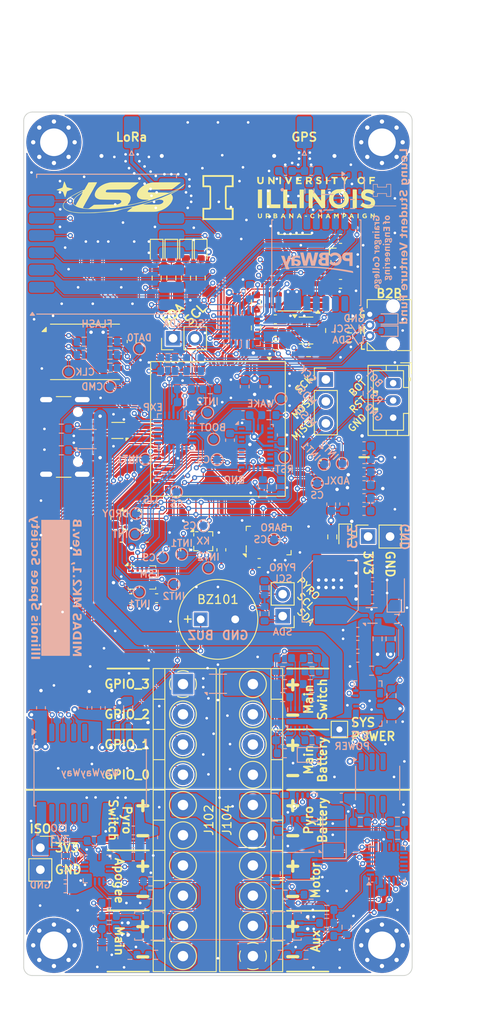
<source format=kicad_pcb>
(kicad_pcb (version 20240108) (generator "pcbnew") (generator_version "8.0")
  (title_block (title "MIDAS MK2.1") (date "2025-01-16") (rev "B") (company "Illinois Space Society") (comment 4 "Contributors: Thomas McManamen, Arnav Goyal"))
  (layers (0 "F.Cu" signal) (1 "In1.Cu" signal) (2 "In2.Cu" signal) (31 "B.Cu" signal) (34 "B.Paste" user) (35 "F.Paste" user) (36 "B.SilkS" user "B.Silkscreen") (37 "F.SilkS" user "F.Silkscreen") (38 "B.Mask" user) (39 "F.Mask" user) (44 "Edge.Cuts" user))
  (net 0 "")
  (net 1 "GND")
  (net 2 "+3V3")
  (net 3 "/BUZZER")
  (net 4 "Net-(U105-OSC2)")
  (net 5 "Net-(U105-OSC1)")
  (net 6 "/RESET_SW")
  (net 7 "+3V3_ISO")
  (net 8 "PYRO_GND")
  (net 9 "Net-(D201-K)")
  (net 10 "Net-(Q201A-G1)")
  (net 11 "/Pyro Circuitry/GND2")
  (net 12 "/Pyro Circuitry/V_ISOOUT")
  (net 13 "/VREG_IN")
  (net 14 "Net-(D302-A)")
  (net 15 "Net-(U304-SS)")
  (net 16 "Net-(U402-A1)")
  (net 17 "Net-(FL401-IN)")
  (net 18 "Net-(J401-In)")
  (net 19 "Net-(U502-V_{1P8ANA})")
  (net 20 "Net-(U502-V_{1P8DIG})")
  (net 21 "Net-(U504-CAP)")
  (net 22 "Net-(U505-C1)")
  (net 23 "Net-(D101-A2)")
  (net 24 "Net-(D102-A2)")
  (net 25 "Net-(D105-A)")
  (net 26 "Net-(D106-A)")
  (net 27 "Net-(D103-A)")
  (net 28 "Net-(D104-A)")
  (net 29 "Net-(D301-K)")
  (net 30 "Net-(D303-A)")
  (net 31 "Net-(FL401-OUT)")
  (net 69 "/USB_POWER")
  (net 70 "Net-(J101-CC1)")
  (net 72 "Net-(J101-CC2)")
  (net 73 "/AUX_GPIO_2")
  (net 74 "/AUX_GPIO_0")
  (net 75 "/PYRO_SW")
  (net 76 "/AUX_GPIO_3")
  (net 77 "/PYRO_A")
  (net 78 "/AUX_GPIO_1")
  (net 79 "/V_PYRO")
  (net 80 "/PYRO_B")
  (net 81 "Net-(J104-Pin_8)")
  (net 82 "/VBAT_PYRO")
  (net 83 "/PYRO_D")
  (net 84 "/PYRO_C")
  (net 85 "/VBAT")
  (net 86 "/I2C_SCL")
  (net 87 "/I2C_SDA")
  (net 88 "/PYRO_SCL")
  (net 89 "/PYRO_SDA")
  (net 90 "/SPI_SCK")
  (net 91 "/SPI_MOSI")
  (net 92 "/SPI_MISO")
  (net 93 "/BOOT_SW")
  (net 94 "/SYS_POWER")
  (net 95 "Net-(J402-In)")
  (net 96 "Net-(U303-SW)")
  (net 97 "/Pyro Circuitry/PYRO_EN")
  (net 98 "Net-(U202-BLEED)")
  (net 99 "Net-(Q201B-G2)")
  (net 100 "/Pyro Circuitry/V_PYRO_ZONE")
  (net 101 "Net-(Q202B-G2)")
  (net 102 "Net-(Q202A-G1)")
  (net 104 "Net-(Q401A-D1)")
  (net 105 "Net-(Q401B-D2)")
  (net 106 "Net-(Q401B-S2)")
  (net 107 "Net-(Q401A-G2)")
  (net 108 "/EXP_INT1")
  (net 109 "/EXP_INT2")
  (net 110 "/INA_ALERT")
  (net 111 "/EXP_RESET")
  (net 112 "/FLASH_DAT0")
  (net 113 "/FLASH_DAT1")
  (net 114 "/FLASH_DAT2")
  (net 115 "/FLASH_DAT3")
  (net 116 "/FLASH_CMD")
  (net 117 "/CAN_FAULT")
  (net 118 "/CANH")
  (net 119 "/CANL")
  (net 120 "/LED_RED")
  (net 121 "/LED_ORANGE")
  (net 122 "/LED_GREEN")
  (net 123 "/LED_BLUE")
  (net 124 "/Pyro Circuitry/INA_ALRT_ISO")
  (net 125 "/ISO_FLT")
  (net 126 "/Pyro Circuitry/FIRE_A")
  (net 127 "/Pyro Circuitry/FIRE_C")
  (net 128 "/Pyro Circuitry/SENSE_A")
  (net 129 "/Pyro Circuitry/SENSE_C")
  (net 130 "/Pyro Circuitry/FIRE_B")
  (net 131 "/Pyro Circuitry/FIRE_D")
  (net 132 "/Pyro Circuitry/SENSE_B")
  (net 133 "/Pyro Circuitry/SENSE_D")
  (net 134 "/Pyro Circuitry/EXP_INT_ISO")
  (net 135 "/Pyro Circuitry/ADC_DRDY")
  (net 136 "Net-(U304-PR1)")
  (net 137 "Net-(U304-OV1)")
  (net 138 "/Power/MUX_CP2")
  (net 139 "Net-(U304-OV2)")
  (net 140 "Net-(U303-FB)")
  (net 141 "Net-(U304-ILM)")
  (net 142 "/BNO086_BOOT")
  (net 143 "Net-(U504-ENV_SDA)")
  (net 144 "Net-(U504-ENV_SCL)")
  (net 145 "/EXP_INT0")
  (net 147 "/BNO086_RESET")
  (net 148 "/BNO086_WAKE")
  (net 149 "/ADXL355_INT2")
  (net 150 "/ADXL355_INT1")
  (net 151 "/KX134_INT2")
  (net 152 "/KX134_INT1")
  (net 153 "/LIS3MDL_DRDY")
  (net 154 "/LIS3MDL_INT")
  (net 155 "/LSM6DSLTR_INT1")
  (net 156 "/LSM6DSLTR_INT2")
  (net 157 "Net-(U101-IN-)")
  (net 158 "Net-(U101-IN+)")
  (net 159 "/CAN_1")
  (net 161 "/CAN_NINT")
  (net 163 "/CAN_NINT1")
  (net 167 "/BNO086_CS")
  (net 168 "/LIS3MDL_CS")
  (net 169 "/FLASH_CLK")
  (net 170 "/CAN_NCS")
  (net 171 "/ADC_RESET")
  (net 172 "/BNO086_INT")
  (net 173 "/USB_D-")
  (net 174 "/LSM6DSL_CS")
  (net 175 "/KX134_CS")
  (net 176 "/MS5611_CS")
  (net 177 "/CAN_TXD")
  (net 178 "/USB_D+")
  (net 180 "/MAX_RESET")
  (net 181 "/CAN_2")
  (net 182 "/ADXL355_CS")
  (net 183 "/CAN_RXD")
  (net 185 "/CAN_SLNT")
  (net 187 "Net-(U201-IN+)")
  (net 188 "/Pyro Circuitry/ISO_SDA")
  (net 189 "Net-(U201-IN-)")
  (net 190 "/Pyro Circuitry/ISO_SCL")
  (net 191 "/Pyro Circuitry/ADC_RST_ISO")
  (net 192 "/Pyro Circuitry/EXP_RST_ISO")
  (net 199 "/RFM96W_DIO4")
  (net 200 "/RFM96W_DIO3")
  (net 201 "/RFM96W_DIO1")
  (net 202 "/RFM96W_DIO2")
  (net 203 "/RFM96W_INT")
  (net 205 "/RF/MAX_INT")
  (net 229 "/D-")
  (net 230 "/D+")
  (net 234 "/RFM96W_DIO5")
  (net 235 "/RFM96W_RESET")
  (net 236 "/RFM96W_CS")
  (footprint "MountingHole:MountingHole_3.2mm_M3_Pad_Via" (layer "F.Cu") (at 167.5 58.5)
    (property "Reference" "H102" (hide yes))
    (property "Value" "M3")
  )
  (footprint "Package_TO_SOT_SMD:SOT-23-8" (layer "F.Cu") (at 158.7 80.3)
    (property "Reference" "U107" (hide yes))
    (property "Value" "TCAN337G")
  )
  (footprint "Resistor_SMD:R_0603_1608Metric" (layer "F.Cu") (at 144.8 74.225 90)
    (property "Reference" "R127" (hide yes))
    (property "Value" "470")
  )
  (footprint "Connector_PinSocket_2.54mm:PinSocket_1x02_P2.54mm_Vertical" (layer "F.Cu") (at 165.9 104.1625 90)
    (property "Reference" "J302" (hide yes))
    (property "Value" "Conn_01x02")
  )
  (footprint "Connector_JST:JST_PH_B3B-PH-K_1x03_P2.00mm_Vertical" (layer "F.Cu") (at 168.8 86.4 -90)
    (property "Reference" "J108" (hide yes))
    (property "Value" "Conn_01x03")
  )
  (footprint "LED_SMD:LED_0603_1608Metric" (layer "F.Cu") (at 141.4 71.225 -90)
    (property "Reference" "D106" (hide yes))
    (property "Value" "BLUE LED")
  )
  (footprint "LED_SMD:LED_0603_1608Metric" (layer "F.Cu") (at 144.8 71.225 -90)
    (property "Reference" "D104" (hide yes))
    (property "Value" "ORANGE LED")
  )
  (footprint "Capacitor_SMD:C_0603_1608Metric" (layer "F.Cu") (at 155.15 79 180)
    (property "Reference" "C108" (hide yes))
    (property "Value" "0.1uF")
  )
  (footprint "Resistor_SMD:R_0603_1608Metric" (layer "F.Cu") (at 163.75 79.5)
    (property "Reference" "R117" (hide yes))
    (property "Value" "0")
  )
  (footprint "Logos_ISS:ISS_LOGOV2_tiny" (layer "F.Cu") (at 137.2 64.9)
    (property "Reference" "G***" (hide yes))
    (property "Value" "LOGO" (hide yes))
  )
  (footprint "LED_SMD:LED_0603_1608Metric" (layer "F.Cu") (at 146.5 71.225 -90)
    (property "Reference" "D103" (hide yes))
    (property "Value" "RED LED")
  )
  (footprint "Resistor_SMD:R_0603_1608Metric" (layer "F.Cu") (at 152.9 77 90)
    (property "Reference" "R119" (hide yes))
    (property "Value" "0")
  )
  (footprint "Capacitor_SMD:C_0603_1608Metric" (layer "F.Cu") (at 137.3 104.3)
    (property "Reference" "C516" (hide yes))
    (property "Value" "1uF")
  )
  (footprint "Package_LGA:LGA-8_8x6.2mm_P1.27mm" (layer "F.Cu") (at 133.1 82.775)
    (property "Reference" "U106" (hide yes))
    (property "Value" "ZDSD64GLGEAG-R")
  )
  (footprint "Package_LGA:Bosch_LGA-14_3x2.5mm_P0.5mm" (layer "F.Cu") (at 139.7 108.9)
    (property "Reference" "U503" (hide yes))
    (property "Value" "LSM6DSLTR")
  )
  (footprint "Capacitor_SMD:C_0603_1608Metric" (layer "F.Cu") (at 155.15 80.5)
    (property "Reference" "C110" (hide yes))
    (property "Value" "0.1uF")
  )
  (footprint "MountingHole:MountingHole_3.2mm_M3_Pad_Via" (layer "F.Cu") (at 129.5 58.5)
    (property "Reference" "H101" (hide yes))
    (property "Value" "M3")
  )
  (footprint "Connector_USB:USB_C_Receptacle_GCT_USB4105-xx-A_16P_TopMnt_Horizontal" (layer "F.Cu") (at 129.675 92.625 -90)
    (property "Reference" "J101" (hide yes))
    (property "Value" "USB4105-GF-A")
  )
  (footprint "RF_Module:ESP32-S2-MINI-1U" (layer "F.Cu") (at 148.5 91.7 -90)
    (property "Reference" "U104" (hide yes))
    (property "Value" "ESP32-S3-MINI-1U")
  )
  (footprint "Memes:UIUC_small" (layer "F.Cu") (at 156.7 64.9)
    (property "Reference" "G***" (hide yes))
    (property "Value" "LOGO" (hide yes))
  )
  (footprint "Resistor_SMD:R_0603_1608Metric" (layer "F.Cu") (at 159 82.8)
    (property "Reference" "R114" (hide yes))
    (property "Value" "10k")
  )
  (footprint "Capacitor_SMD:C_0603_1608Metric" (layer "F.Cu") (at 141.4 111.3 180)
    (property "Reference" "C512" (hide yes))
    (property "Value" "0.1uF")
  )
  (footprint "Capacitor_SMD:C_0603_1608Metric" (layer "F.Cu") (at 148.9 105.7 -90)
    (property "Reference" "C502" (hide yes))
    (property "Value" "0.1uF")
  )
  (footprint "Capacitor_SMD:C_0603_1608Metric" (layer "F.Cu") (at 138.5 81.575 90)
    (property "Reference" "C109" (hide yes))
    (property "Value" "0.1uF")
  )
  (footprint "MountingHole:MountingHole_3.2mm_M3_Pad_Via" (layer "F.Cu") (at 167.5 151.5)
    (property "Reference" "H104" (hide yes))
    (property "Value" "M3")
  )
  (footprint "Resistor_SMD:R_0603_1608Metric" (layer "F.Cu") (at 163.75 81.1)
    (property "Reference" "R115" (hide yes))
    (property "Value" "0")
  )
  (footprint "Connector_PinHeader_2.54mm:PinHeader_1x02_P2.54mm_Vertical" (layer "F.Cu") (at 143.3 81.2 90)
    (property "Reference" "J105" (hide yes))
    (property "Value" "Conn_01x02")
  )
  (footprint "Package_DFN_QFN:ST_UQFN-6L_1.5x1.7mm_P0.5mm" (layer "F.Cu") (at 136.95 91.875 180)
    (property "Reference" "U108" (hide yes))
    (property "Value" "ECMF02-2AMX6")
  )
  (footprint "Package_LGA:LGA-12_2x2mm_P0.5mm" (layer "F.Cu") (at 138.6 102.3)
    (property "Reference" "U505" (hide yes))
    (property "Value" "LIS3MDL")
  )
  (footprint "Capacitor_SMD:C_0603_1608Metric" (layer "F.Cu") (at 162.7 74.9)
    (property "Reference" "C104" (hide yes))
    (property "Value" "22pF")
  )
  (footprint "Connector_Molex_Terminal-Block:Molex_Terminal-Block_393570010_1x10_P3.5mm" (layer "F.Cu") (at 152.55 152.75 90)
    (property "Reference" "J104")
    (property "Value" "Right")
  )
  (footprint "Capacitor_SMD:C_0603_1608Metric" (layer "F.Cu") (at 153.275 107.2225)
    (property "Reference" "C519" (hide yes))
    (property "Value" "0.1uF")
  )
  (footprint "Connector_Molex_Micro-Lock-Plus:Molex_Micro-Lock_2200980371_1x03_P1.25mm_Horizontal" (layer "F.Cu") (at 168.09 79.675 90)
    (property "Reference" "J103" (hide yes))
    (property "Value" "Conn_01x03")
  )
  (footprint "Resistor_SMD:R_0603_1608Metric" (layer "F.Cu") (at 155.15 82)
    (property "Reference" "R121" (hide yes))
    (property "Value" "0")
  )
  (footprint "Connector_PinHeader_2.54mm:PinHeader_1x02_P2.54mm_Vertical" (layer "F.Cu") (at 156 113.375 180)
    (property "Reference" "J106" (hide yes))
    (property "Value" "Conn_01x02")
  )
  (footprint "Connector_PinSocket_2.54mm:PinSocket_1x02_P2.54mm_Vertical" (layer "F.Cu") (at 127.925 140.2)
    (property "Reference" "J201" (hide yes))
    (property "Value" "Conn_01x02")
  )
  (footprint "LED_SMD:LED_0603_1608Metric" (layer "F.Cu") (at 143.1 71.225 -90)
    (property "Reference" "D105" (hide yes))
    (property "Value" "GREEN LED")
  )
  (footprint "Connector_Molex_Terminal-Block:Molex_Terminal-Block_393570010_1x10_P3.5mm" (layer "F.Cu") (at 144.45 121.25 -90)
    (property "Reference" "J102")
    (property "Value" "Left")
  )
  (footprint "Package_LGA:LGA-8_3x5mm_P1.25mm" (layer "F.Cu") (at 154.375 104.625 90)
    (property "Reference" "U506" (hide yes))
    (property "Value" "MS5611-01BA03")
  )
  (footprint "Resistor_SMD:R_0603_1608Metric" (layer "F.Cu") (at 152.9 80 -90)
    (property "Reference" "R120" (hide yes))
    (property "Value" "0")
  )
  (footprint "Resistor_SMD:R_0603_1608Metric" (layer "F.Cu") (at 161.5 80.3 -90)
    (property "Reference" "R122" (hide yes))
    (property "Value" "120")
  )
  (footprint "TestPoint:TestPoint_THTPad_1.5x1.5mm_Drill0.7mm" (layer "F.Cu") (at 162.575 126.5)
    (property "Reference" "J301" (hide yes))
    (property "Value" "TestPoint")
  )
  (footprint "Sensor_Motion_Analog:Analog_LGA_14-7.4x7.4mm" (layer "F.Cu") (at 162.97 97.975)
    (property "Reference" "U502" (hide yes))
    (property "Value" "ADXL355" (hide yes))
  )
  (footprint "Resistor_SMD:R_0603_1608Metric" (layer "F.Cu") (at 161.75 104.2 -90)
    (property "Reference" "R315" (hide yes))
    (property "Value" "470")
  )
  (footprint "Resistor_SMD:R_0603_1608Metric" (layer "F.Cu") (at 143.1 74.225 90)
    (property "Reference" "R128" (hide yes))
    (property "Value" "470")
  )
  (footprint "Resistor_SMD:R_0603_1608Metric" (layer "F.Cu") (at 141.4 74.225 90)
    (property "Reference" "R129" (hide yes))
    (property "Value" "470")
  )
  (footprint "Capacitor_SMD:C_0603_1608Metric" (layer "F.Cu") (at 136.6 102.05 -90)
    (property "Reference" "C518" (hide yes))
    (property "Value" "0.1uF")
  )
  (footprint "MountingHole:MountingHole_3.2mm_M3_Pad_Via" (layer "F.Cu") (at 129.5 151.5)
    (property "Reference" "H103" (hide yes))
    (property "Value" "M3")
  )
  (footprint "Capacitor_SMD:C_0603_1608Metric" (layer "F.Cu") (at 140.3 104.3 180)
    (property "Reference" "C517" (hide yes))
    (property "Value" "0.1uF")
  )
  (footprint "Resistor_SMD:R_0603_1608Metric" (layer "F.Cu") (at 146.5 74.225 90)
    (property "Reference" "R126" (hide yes))
    (property "Value" "470")
  )
  (footprint "Capacitor_SMD:C_0603_1608Metric" (layer "F.Cu") (at 144.7 105.7 -90)
    (property "Reference" "C504" (hide yes))
    (property "Value" "0.1uF")
  )
  (footprint "Crystal:Crystal_SMD_Abracon_ABM10-4Pin_2.5x2.0mm" (layer "F.Cu") (at 162.7 72.3)
    (property "Reference" "Y101" (hide yes))
    (property "Value" "40MHz")
  )
  (footprint "Capacitor_SMD:C_0603_1608Metric" (layer "F.Cu") (at 162.7 69.7)
    (property "Reference" "C105" (hide yes))
    (property "Value" "22pF")
  )
  (footprint "Connector_PinHeader_2.54mm:PinHeader_1x03_P2.54mm_Vertical" (layer "F.Cu") (at 161 85.975)
    (property "Reference" "J107" (hide yes))
    (property "Value" "Conn_01x03")
  )
  (footprint "Package_SO:SOIC-14_3.9x8.7mm_P1.27mm" (layer "F.Cu") (at 157.4 73.6 180)
    (property "Reference" "U105" (hide yes))
    (property "Value" "MCP2518FDT-xSL")
  )
  (footprint "Capacitor_SMD:C_0603_1608Metric" (layer "F.Cu") (at 138.4 111.3)
    (property "Reference" "C511" (hide yes))
    (property "Value" "0.1uF")
  )
  (footprint "Package_LGA:LGA-12_2x2mm_P0.5mm" (layer "F.Cu") (at 146.8 104.7)
    (property "Reference" "U501" (hide yes))
    (property "Value" "KX134-1211")
  )
  (footprint "Buzzer:Buzzer_AT-0927-TT-6-R" (layer "F.Cu") (at 146.5 113.75)
    (property "Reference" "BZ101")
    (property "Value" "AT-0927-TT-6-R")
  )
  (footprint "LED_SMD:LED_0603_1608Metric" (layer "F.Cu") (at 163.25 104.2 -90)
    (property "Reference" "D303" (hide yes))
    (property "Value" "RED LED")
  )
  (footprint "TestPoint:TestPoint_Pad_D1.0mm" (layer "B.Cu") (at 148.4 95.25 180)
    (property "Reference" "TP103" (hide yes))
    (property "Value" "TestPoint_Small")
  )
  (footprint "Package_TO_SOT_SMD:SOT-563" (layer "B.Cu") (at 161.2 65.45)
    (property "Reference" "Q401" (hide yes))
    (property "Value" "Si1016X")
  )
  (footprint "Resistor_SMD:R_0603_1608Metric" (layer "B.Cu") (at 145.7 83.5)
    (property "Reference" "R118" (hide yes))
    (property "Value" "0")
  )
  (footprint "Resistor_SMD:R_0603_1608Metric" (layer "B.Cu") (at 142.7 83.5 180)
    (property "Reference" "R104" (hide yes))
    (property "Value" "4.7k")
  )
  (footprint "Capacitor_SMD:C_0603_1608Metric" (layer "B.Cu") (at 155.9 92.4 90)
    (property "Reference" "C513" (hide yes))
    (property "Value" "0.1uF")
  )
  (footprint "Resistor_SMD:R_0603_1608Metric" (layer "B.Cu") (at 159.4 122.75 180)
    (property "Reference" "R301" (hide yes))
    (property "Value" "5k")
  )
  (footprint "Capacitor_SMD:C_0603_1608Metric" (layer "B.Cu") (at 151.4 90.1 180)
    (property "Reference" "C514" (hide yes))
    (property "Value" "0.1uF")
  )
  (footprint "Resistor_SMD:R_0603_1608Metric" (layer "B.Cu") (at 130.9 141.1 90)
    (property "Reference" "R224" (hide yes))
    (property "Value" "10k")
  )
  (footprint "Diode_SMD:D_SOD-523" (layer "B.Cu") (at 168.1 78.975 180)
    (property "Reference" "D102" (hide yes))
    (property "Value" "ESD321")
  )
  (footprint "TestPoint:TestPoint_Pad_D1.0mm" (layer "B.Cu") (at 139.4 82.4 180)
    (property "Reference" "TP122" (hide yes))
    (property "Value" "TestPoint_Small")
  )
  (footprint "Resistor_SMD:R_0603_1608Metric" (layer "B.Cu") (at 159.2 118.25)
    (property "Reference" "R305" (hide yes))
    (property "Value" "5k")
  )
  (footprint "TestPoint:TestPoint_Pad_D1.0mm" (layer "B.Cu") (at 147.3 89.8 180)
    (property "Reference" "TP102" (hide yes))
    (property "Value" "TestPoint_Small")
  )
  (footprint "Package_SO:SOIC-8_3.9x4.9mm_P1.27mm" (layer "B.Cu") (at 167 132.7 -90)
    (property "Reference" "U204" (hide yes))
    (property "Value" "ISO1640BDR")
  )
  (footprint "Capacitor_SMD:C_0603_1608Metric" (layer "B.Cu") (at 163.125 100.4 90)
    (property "Reference" "C506" (hide yes))
    (property "Value" "0.1uF")
  )
  (footprint "Package_DFN_QFN:DFN-12-1EP_3x3mm_P0.5mm_EP2.05x2.86mm" (layer "B.Cu") (at 158.15 142.35 180)
    (property "Reference" "U202" (hide yes))
    (property "Value" "NPC45560-H")
  )
  (footprint "Resistor_SMD:R_0603_1608Metric" (layer "B.Cu") (at 156 119.75 180)
    (property "Reference" "R308" (hide yes))
    (property "Value" "5k")
  )
  (footprint "Resistor_SMD:R_0603_1608Metric" (layer "B.Cu") (at 159.2 121.25 180)
    (property "Reference" "R304" (hide yes))
    (property "Value" "27k")
  )
  (footprint "Capacitor_SMD:C_0603_1608Metric" (layer "B.Cu") (at 162.8 134.4 180)
    (property "Reference" "C210" (hide yes))
    (property "Value" "0.1uF")
  )
  (footprint "Capacitor_SMD:C_0603_1608Metric" (layer "B.Cu") (at 166.4 106.91)
    (property "Reference" "C307" (hide yes))
    (property "Value" "22uF")
  )
  (footprint "TestPoint:TestPoint_Pad_D1.0mm" (layer "B.Cu") (at 131.2 85.1 180)
    (property "Reference" "TP121" (hide yes))
    (property "Value" "TestPoint_Small")
  )
  (footprint "Package_DFN_QFN:WQFN-24-1EP_4x4mm_P0.5mm_EP2.6x2.6mm" (layer "B.Cu") (at 168.1 142.0625)
    (property "Reference" "U205" (hide yes))
    (property "Value" "TCAL9539-Q1")
  )
  (footprint "Resistor_SMD:R_0603_1608Metric" (layer "B.Cu") (at 133 81.6)
    (property "Reference" "R111" (hide yes))
    (property "Value" "50k")
  )
  (footprint "Diode_SMD:D_SOD-123F" (layer "B.Cu") (at 169.1 110.7 90)
    (property "Reference" "D301" (hide yes))
    (property "Value" "BZT52H-A5V1-QX")
  )
  (footprint "Resistor_SMD:R_0603_1608Metric" (layer "B.Cu") (at 161.1 148.9 180)
    (property "Reference" "R207" (hide yes))
    (property "Value" "1k")
  )
  (footprint "Resistor_SMD:R_0603_1608Metric" (layer "B.Cu") (at 145.7 85)
    (property "Reference" "R116" (hide yes))
    (property "Value" "0")
  )
  (footprint "Package_DFN_QFN:Texas_VQFN-HR-12_2x2.5mm_P0.5mm" (layer "B.Cu") (at 157.7 125.25)
    (property "Reference" "U304" (hide yes))
    (property "Value" "TPS2121")
  )
  (footprint "Capacitor_SMD:C_0603_1608Metric" (layer "B.Cu") (at 138.7 138.2)
    (property "Reference" "C207" (hide yes))
    (property "Value" "10uF")
  )
  (footprint "Capacitor_SMD:C_0603_1608Metric" (layer "B.Cu") (at 164.7 115.2 180)
    (property "Reference" "C301" (hide yes))
    (property "Value" "0.1uF")
  )
  (footprint "Resistor_SMD:R_0603_1608Metric" (layer "B.Cu") (at 168.6 122.6 90)
    (property "Reference" "R107" (hide yes))
    (property "Value" "10k")
  )
  (footprint "Resistor_SMD:R_0603_1608Metric" (layer "B.Cu") (at 153.9 110.1 -90)
    (property "Reference" "R106" (hide yes))
    (property "Value" "4.7k")
  )
  (footprint "Resistor_SMD:R_0603_1608Metric" (layer "B.Cu") (at 154.4 90.1)
    (property "Reference" "R501" (hide yes))
    (property "Value" "10k")
  )
  (footprint "Resistor_SMD:R_0603_1608Metric" (layer "B.Cu") (at 142.7 85 180)
    (property "Reference" "R101" (hide yes))
    (property "Value" "4.7k")
  )
  (footprint "Capacitor_SMD:C_0603_1608Metric" (layer "B.Cu") (at 128 124 90)
    (property "Reference" "C209" (hide yes))
    (property "Value" "0.1uF")
  )
  (footprint "Package_DFN_QFN:WQFN-24-1EP_4x4mm_P0.5mm_EP2.6x2.6mm" (layer "B.Cu") (at 143.6 92.05 180)
    (property "Reference" "U102" (hide yes))
    (property "Value" "TCAL9539-Q1")
  )
  (footprint "Resistor_SMD:R_0603_1608Metric" (layer "B.Cu") (at 138.3 152.6)
    (property "Reference" "R218" (hide yes))
    (property "Value" "30k")
  )
  (footprint "Package_VQFN:VQFN-REL0014B" (layer "B.Cu") (at 157.4 135.5 -90)
    (property "Reference" "U201" (hide yes))
    (property "Value" "INA745x")
  )
  (footprint "TestPoint:TestPoint_Pad_D1.0mm" (layer "B.Cu") (at 142.1 106.6 180)
    (property "Reference" "TP116" (hide yes))
    (property "Value" "TestPoint_Small")
  )
  (footprint "Memes:Grainger_smaller" (layer "B.Cu") (at 167.50625 69.787691 -90)
    (property "Reference" "G***" (hide yes))
    (property "Value" "LOGO" (hide yes))
  )
  (footprint "TestPoint:TestPoint_Pad_D1.0mm" (layer "B.Cu") (at 143.7 99 180)
    (property "Reference" "TP113" (hide yes))
    (property "Value" "TestPoint_Small")
  )
  (footprint "Resistor_SMD:R_0603_1608Metric" (layer "B.Cu") (at 166.99 116 -90)
    (property "Reference" "R311" (hide yes))
    (property "Value" "30k")
  )
  (footprint "Resistor_SMD:R_0603_1608Metric" (layer "B.Cu") (at 159.4 119.75)
    (property "Reference" "R302" (hide yes))
    (property "Value" "5k")
  )
  (footprint "Capacitor_SMD:C_0603_1608Metric" (layer "B.Cu") (at 135.95 124 90)
    (property "Reference" "C202" (hide yes))
    (property "Value" "10nF")
  )
  (footprint "Capacitor_SMD:C_0603_1608Metric" (layer "B.Cu") (at 161.4 63.45)
    (property "Reference" "C402" (hide yes))
    (property "Value" "10nF")
  )
  (footprint "RF_Filter_Qualcomm:Qualcomm_SMD-6" (layer "B.Cu") (at 156.6 64.75 -90)
    (property "Reference" "FL401" (hide yes))
    (property "Value" "B3913")
  )
  (footprint "Capacitor_SMD:C_0603_1608Metric" (layer "B.Cu") (at 165.425 99.7)
    (property "Reference" "C509" (hide yes))
    (property "Value" "1uF")
  )
  (footprint "Diode_SMD:D_SOD-323" (layer "B.Cu") (at 159.3 129.45)
    (property "Reference" "D302" (hide yes))
    (property "Value" "BAS416")
  )
  (footprint "Capacitor_SMD:C_0603_1608Metric" (layer "B.Cu") (at 168.6 125.6 90)
    (property "Reference" "C101" (hide yes))
    (property "Value" "0.1uF")
  )
  (footprint "Resistor_SMD:R_0603_1608Metric" (layer "B.Cu") (at 167.5 146.2 -90)
    (property "Reference" "R221" (hide yes))
    (property "Value" "10k")
  )
  (footprint "Capacitor_SMD:C_0603_1608Metric" (layer "B.Cu") (at 165.425 96.7)
    (property "Reference" "C505" (hide yes))
    (property "Value" "1uF")
  )
  (footprint "Package_SON:WSON-6-1EP_2x2mm_P0.65mm_EP1x1.6mm" (layer "B.Cu") (at 148.5 121.2125)
    (property "Reference" "U302" (hide yes))
    (property "Value" "TVS1800DRV")
  )
  (footprint "Resistor_SMD:R_0603_1608Metric" (layer "B.Cu") (at 135.9 146.6)
    (property "Reference" "R204" (hide yes))
    (property "Value" "3.3k")
  )
  (footprint "Package_DFN_QFN:WQFN-24-1EP_4x4mm_P0.5mm_EP2.6x2.6mm" (layer "B.Cu") (at 151.3 79.95 180)
    (property "Reference" "U103" (hide yes))
    (property "Value" "TCAL9539-Q1")
  )
  (footprint "Resistor_SMD:R_0603_1608Metric" (layer "B.Cu") (at 156.2 121.25)
    (property "Reference" "R309" (hide yes))
    (property "Value" "69.8k")
  )
  (footprint "Resistor_SMD:R_0603_1608Metric" (layer "B.Cu") (at 161.1 150.4 180)
    (property "Reference" "R215" (hide yes))
    (property "Value" "1k")
  )
  (footprint "TestPoint:TestPoint_Pad_D1.0mm" (layer "B.Cu") (at 156.2 95 180)
    (property "Reference" "TP104" (hide yes))
    (property "Value" "TestPoint_Small")
  )
  (footprint "Resistor_SMD:R_0603_1608Metric" (layer "B.Cu") (at 153.9 113.1 90)
    (property "Reference" "R105" (hide yes))
    (property "Value" "4.7k")
  )
  (footprint "Package_LGA:LGA-28_5.2x3.8mm_P0.5mm" (layer "B.Cu") (at 152.9 93.9 -90)
    (property "Reference" "U504" (hide yes))
    (property "Value" "BNO086")
  )
  (footprint "Connector_Coaxial:SMA_Molex_73251-2120_EdgeMount_Horizontal" (layer "B.Cu") (at 138.5 57.1 90)
    (property "Reference" "J402" (hide yes))
    (property "Value" "SMA")
  )
  (footprint "Resistor_SMD:R_0603_1608Metric" (layer "B.Cu") (at 135.1 151.9 -90)
    (property "Reference" "R212" (hide yes))
    (property "Value" "3.3k")
  )
  (footprint "Resistor_SMD:R_0603_1608Metric" (layer "B.Cu") (at 159.3 145.635 180)
    (property "Reference" "R211" (hide yes))
    (property "Value" "30k")
  )
  (footprint "Resistor_SMD:R_0603_1608Metric" (layer "B.Cu") (at 156 122.75)
    (property "Reference" "R307" (hide yes))
    (property "Value" "33k")
  )
  (footprint "Resistor_SMD:R_0603_1608Metric" (layer "B.Cu") (at 147.6 87.1)
    (property "Reference" "R108" (hide yes))
    (property "Value" "10k")
  )
  (footprint "Resistor_SMD:R_0603_1608Metric" (layer "B.Cu") (at 164.1 65.65)
    (property "Reference" "R402" (hide yes))
    (property "Value" "100k")
  )
  (footprint "Resistor_SMD:R_0603_1608Metric" (layer "B.Cu") (at 136 83.105 180)
    (property "Reference" "R109" (hide yes))
    (property "Value" "50k")
  )
  (footprint "Capacitor_SMD:C_0603_1608Metric" (layer "B.Cu") (at 165.425 101.2 180)
    (property "Reference" "C510" (hide yes))
    (property "Value" "0.1uF")
  )
  (footprint "TestPoint:TestPoint_Pad_D1.0mm" (layer "B.Cu") (at 146.8 102.9 180)
    (property "Reference" "TP110" (hide yes))
    (property "Value" "TestPoint_Small")
  )
  (footprint "Capacitor_SMD:C_0603_1608Metric" (layer "B.Cu") (at 161.625 100.4 -90)
    (property "Reference" "C503" (hide yes))
    (property "Value" "1uF")
  )
  (footprint "Resistor_SMD:R_0603_1608Metric" (layer "B.Cu") (at 134.175 139.4)
    (property "Reference" "R223" (hide yes))
    (property "Value" "10k")
  )
  (footprint "Resistor_SMD:R_0603_1608Metric" (layer "B.Cu") (at 141.3 152.6)
    (property "Reference" "R216" (hide yes))
    (property "Value" "100k")
  )
  (footprint "TestPoint:TestPoint_Pad_D1.0mm" (layer "B.Cu") (at 162.9 95.7 180)
    (property "Reference" "TP108" (hide yes))
    (property "Value" "TestPoint_Small")
  )
  (footprint "Capacitor_SMD:C_0603_1608Metric" (layer "B.Cu") (at 132.85 124 90)
    (property "Reference" "C206" (hide yes))
    (property "Value" "10uF")
  )
  (footprint "Capacitor_SMD:C_0603_1608Metric" (layer "B.Cu") (at 151.6 86.8 90)
    (property "Reference" "C107" (hide yes))
    (property "Value" "0.1uF")
  )
  (footprint "Capacitor_SMD:C_0603_1608Metric" (layer "B.Cu") (at 156.325 61.825 180)
    (property "Reference" "C403" (hide yes))
    (property "Value" "47pF")
  )
  (footprint "Diode_SMD:D_SOD-523" (layer "B.Cu") (at 168.1 80.375 180)
    (property "Reference" "D101" (hide yes))
    (property "Value" "ESD321")
  )
  (footprint "Capacitor_SMD:C_0603_1608Metric" (layer "B.Cu") (at 164.7 118.2 180)
    (property "Reference" "C302" (hide yes))
    (property "Value" "10uF")
  )
  (footprint "Resistor_SMD:R_0603_1608Metric" (layer "B.Cu") (at 169.2 113.7)
    (property "Reference" "R306" (hide yes))
    (property "Value" "30k")
  )
  (footprint "Capacitor_SMD:C_0603_1608Metric" (layer "B.Cu") (at 164.8 90.575 -90)
    (property "Reference" "C111" (hide yes))
    (property "Value" "1uF")
  )
  (footprint "Package_VQFN:VQFN-REL0014B" (layer "B.Cu") (at 165.875 123.500001)
    (property "Reference" "U101" (hide yes))
    (property "Value" "INA745x")
  )
  (footprint "Capacitor_SMD:C_0603_1608Metric" (layer "B.Cu") (at 138.7 141.2)
    (property "Reference" "C203" (hide yes))
    (property "Value" "10nF")
  )
  (footprint "Capacitor_SMD:C_0603_1608Metric" (layer "B.Cu") (at 166.4 111.41)
    (property "Reference" "C304" (hide yes))
    (property "Value" "22uF")
  )
  (footprint "Resistor_SMD:R_0603_1608Metric" (layer "B.Cu") (at 130.35 91.665 180)
    (property "Reference" "R123" (hide yes))
    (property "Value" "5.1k")
  )
  (footprint "Capacitor_SMD:C_0603_1608Metric" (layer "B.Cu") (at 165.425 98.2 180)
    (property "Reference" "C507" (hide yes))
    (property "Value" "0.1uF")
  )
  (footprint "Resistor_SMD:R_0603_1608Metric" (layer "B.Cu") (at 133 83.105)
    (property "Reference" "R112" (hide yes))
    (property "Value" "50k")
  )
  (footprint "Resistor_SMD:R_0603_1608Metric" (layer "B.Cu") (at 163.4 149.4 90)
    (property "Reference" "R213" (hide yes))
    (property "Value" "3.3k")
  )
  (footprint "Transistor_FET_Vishay:Vishay_PowerPAK_1212-8_Dual" (layer "B.Cu") (at 140.5 149.25)
    (property "Reference" "Q201" (hide yes))
    (property "Value" "Si7232DN")
  )
  (footprint "TestPoint:TestPoint_Pad_D1.0mm" (layer "B.Cu") (at 144.3 106.2 180)
    (property "Reference" "TP112" (hide yes))
    (property "Value" "TestPoint_Small")
  )
  (footprint "Package_TO_SOT_SMD:SOT-563" (layer "B.Cu") (at 166.3 113.3)
    (property "Reference" "U303" (hide yes))
    (property "Value" "TI_TPS566242")
  )
  (footprint "Resistor_SMD:R_0603_1608Metric" (layer "B.Cu") (at 144.6 87.1 180)
    (property "Reference" "R102" (hide yes))
    (property "Value" "10k")
  )
  (footprint "Capacitor_SMD:C_0603_1608Metric" (layer "B.Cu") (at 165.425 93.7 180)
    (property "Reference" "C508" (hide yes))
    (property "Value" "0.1uF")
  )
  (footprint "Capacitor_SMD:C_0603_1608Metric" (layer "B.Cu") (at 127.6 138.2 180)
    (property "Reference" "C208" (hide yes))
    (property "Value" "0.1uF")
  )
  (footprint "TestPoint:TestPoint_Pad_D1.0mm" (layer "B.Cu") (at 160 98 180)
    (property "Reference" "TP107" (hide yes))
    (property "Value" "TestPoint_Small")
  )
  (footprint "Resistor_SMD:R_0603_1608Metric" (layer "B.Cu") (at 165 137.2 180)
    (property "Reference" "R220" (hide yes))
    (property "Value" "4.7k")
  )
  (footprint "Inductor_SMD:L_0603_1608Metric" (layer "B.Cu") (at 136.4 139 -90)
    (property "Reference" "FB201" (hide yes))
    (property "Value" "BLM18SG331TN1D")
  )
  (footprint "Resistor_SMD:R_0603_1608Metric" (layer "B.Cu") (at 159.4 127.75 180)
    (property "Reference" "R314" (hide yes))
    (property "Value" "21.5k")
  )
  (footprint "Capacitor_SMD:C_0603_1608Metric" (layer "B.Cu") (at 166.4 109.91)
    (property "Reference" "C305" (hide yes))
    (property "Value" "22uF")
  )
  (footprint "TestPoint:TestPoint_Pad_D1.0mm" (layer "B.Cu") (at 143.4 109.7 180)
    (property "Reference" "TP118" (hide yes))
    (property "Value" "TestPoint_Small")
  )
  (footprint "Resistor_SMD:R_0603_1608Metric" (layer "B.Cu") (at 136 81.605 180)
    (property "Reference" "R110" (hide yes))
    (property "Value" "50k")
  )
  (footprint "TestPoint:TestPoint_Pad_D1.0mm" (layer "B.Cu") (at 139.4 110.6 180)
    (property "Reference" "TP117" (hide yes))
    (property "Value" "TestPoint_Small")
  )
  (footprint "Capacitor_SMD:C_0603_1608Metric" (layer "B.Cu") (at 150.7 75.8 90)
    (property "Reference" "C103" (hide yes))
    (property "Value" "0.1uF")
  )
  (footprint "Resistor_SMD:R_0603_1608Metric" (layer "B.Cu") (at 168.5 116 -90)
    (property "Reference" "R313" (hide yes))
    (property "Value" "135k")
  )
  (footprint "Capacitor_SMD:C_0603_1608Metric" (layer "B.Cu") (at 138.7 139.7)
    (property "Reference" "C205" (hide yes))
    (property "Value" "1uF")
  )
  (footprint "Resistor_SMD:R_0603_1608Metric" (layer "B.Cu") (at 161.1 147.4 180)
    (property "Reference" "R205" (hide yes))
    (property "Value" "3.3k")
  )
  (footprint "TestPoint:TestPoint_Pad_D1.0mm" (layer "B.Cu") (at 147.4 107.8 180)
    (property "Reference" "TP111" (hide yes))
    (property "Value" "TestPoint_Small")
  )
  (footprint "Capacitor_SMD:C_0603_1608Metric" (layer "B.Cu") (at 144.6 88.6)
    (property "Reference" "C102" (hide yes))
    (property "Value" "0.1uF")
  )
  (footprint "TestPoint:TestPoint_Pad_D1.0mm" (layer "B.Cu") (at 148 92.9 180)
    (property "Reference" "TP106" (hide yes))
    (property "Value" "TestPoint_Small")
  )
  (footprint "TestPoint:TestPoint_Pad_D1.0mm" (layer "B.Cu") (at 155 104.5 180)
    (property "Reference" "TP119" (hide yes))
    (property "Value" "TestPoint_Small")
  )
  (footprint "Capacitor_SMD:C_0603_1608Metric" (layer "B.Cu") (at 164.7 116.7 180)
    (property "Reference" "C303" (hide yes))
    (property "Value" "10uF")
  )
  (footprint "Capacitor_SMD:C_0603_1608Metric" (layer "B.Cu") (at 145.7 72.3 -90)
    (property "Reference" "C401" (hide yes))
    (property "Value" "10uF")
  )
  (footprint "RF_Module:HOPERF_RFM9XW_SMD" (layer "B.Cu") (at 135.6 70.3)
    (property "Reference" "U401" (hide yes))
    (property "Value" "RFM96W-433S2")
  )
  (footprint "Package_SON:WSON-6-1EP_2x2mm_P0.65mm_EP1x1.6mm" (layer "B.Cu") (at 133.4 92.875)
    (property "Reference" "U301" (hide yes))
    (property "Value" "TVS1800DRV")
  )
  (footprint "RF_GPS:ublox_MAX" (layer "B.Cu") (at 159.9 72.45 90)
    (property "Reference" "U403" (hide yes))
    (property "Value" "MAX-M10S")
  )
  (footprint "Resistor_SMD:R_0603_1608Metric" (layer "B.Cu") (at 156.2 118.25 180)
    (property "Reference" "R310" (hide yes))
    (property "Value" "5k")
  )
  (footprint "Transistor_FET_Vishay:Vishay_PowerPAK_1212-8_Dual" (layer "B.Cu") (at 156.5 149.25 180)
    (property "Reference" "Q202" (hide yes))
    (property "Value" "Si7232DN")
  )
  (footprint "Resistor_SMD:R_0603_1608Metric" (layer "B.Cu") (at 156.2 129.25)
    (property "Reference" "R312" (hide yes))
    (property "Value" "0")
  )
  (footprint "Connector_Coaxial:SMA_Molex_73251-2120_EdgeMount_Horizontal" (layer "B.Cu") (at 158.5075 57.1 90)
    (property "Reference" "J401" (hide yes))
    (property "Value" "SMA")
  )
  (footprint "Capacitor_SMD:C_0603_1608Metric" (layer "B.Cu") (at 156 127.75)
    (property "Reference" "C308" (hide yes))
    (property "Value" "1uF")
  )
  (footprint "Resistor_SMD:R_0603_1608Metric" (layer "B.Cu") (at 135.9 148.1)
    (property "Reference" "R206" (hide yes))
    (property "Value" "1k")
  )
  (footprint "Resistor_SMD:R_0603_1608Metric" (layer "B.Cu") (at 155.8 98.4 -90)
    (property "Reference" "R503" (hide yes))
    (property "Value" "2.2k")
  )
  (footprint "Resistor_SMD:R_0603_1608Metric" (layer "B.Cu") (at 152.2 75.8 -90)
    (property "Reference" "R103" (hide yes))
    (property "Value" "10k")
  )
  (footprint "Resistor_SMD:R_0603_1608Metric" (layer "B.Cu") (at 155.7 152.6 180)
    (property "Reference" "R217" (hide yes))
    (property "Value" "100k")
  )
  (footprint "Inductor_SMD:L_0603_1608Metric" (layer "B.Cu") (at 141 139 90)
    (property "Reference" "FB202" (hide yes))
    (property "Value" "BLM18SG331TN1D")
  )
  (footprint "Resistor_SMD:R_0603_1608Metric" (layer "B.Cu") (at 140.7 144.1 180)
    (property "Reference" "R210" (hide yes))
    (property "Value" "30k")
  )
  (footprint "TestPoint:TestPoint_Pad_D1.0mm" (layer "B.Cu") (at 136 86.8 180)
    (property "Reference" "TP120" (hide yes))
    (property "Value" "TestPoint_Small")
  )
  (footprint "Diode_SMD:D_SOD-128" (layer "B.Cu") (at 162 138.3 90)
    (property "Reference" "D201" (hide yes))
    (property "Value" "RSX501LAM20")
  )
  (footprint "Package_SO:SOIC-20W_7.5x12.8mm_P1.27mm" (layer "B.Cu") (at 133.7 131.5 -90)
    (property "Reference" "U203" (hide yes))
    (property "Value" "ISOW7742")
  )
  (footprint "TestPoint:TestPoint_Pad_D1.0mm" (layer "B.Cu") (at 160.8 95.8 180)
    (property "Reference" "TP109" (hide yes))
    (property "Value" "TestPoint_Small")
  )
  (footprint "Resistor_SMD:R_0603_1608Metric" (layer "B.Cu") (at 159.1 64.15 90)
    (property "Reference" "R401" (hide yes))
    (property "Value" "10")
  )
  (footprint "Inductor_TDK:L_TDK_SPM6530" (layer "B.Cu") (at 161.5 110.5 -90)
    (property "Reference" "L301" (hide yes))
    (property "Value" "2.2uH")
  )
  (footprint "TestPoint:TestPoint_Pad_D1.0mm" (layer "B.Cu") (at 138.9 103.9 180)
    (property "Reference" "TP115" (hide yes))
    (property "Value" "TestPoint_Small")
  )
  (footprint "Resistor_SMD:R_0603_1608Metric" (layer "B.Cu") (at 140.7 145.6)
    (property "Reference" "R208" (hide yes))
    (property "Value" "100k")
  )
  (footprint "Resistor_SMD:R_0603_1608Metric" (layer "B.Cu") (at 136 84.605 180)
    (property "Reference" "R113" (hide yes))
    (property "Value" "50k")
  )
  (footprint "TestPoint:TestPoint_Pad_D1.0mm" (layer "B.Cu") (at 155.8 88.2 180)
    (property "Reference" "TP105" (hide yes))
    (property "Value" "TestPoint_Small")
  )
  (footprint "Capacitor_SMD:C_0603_1608Metric" (layer "B.Cu") (at 166.4 108.4)
    (property "Reference" "C306" (hide yes))
    (property "Value" "22uF")
  )
  (footprint "Resistor_SMD:R_0603_1608Metric" (layer "B.Cu") (at 138.1 124 -90)
    (property "Reference" "R203" (hide yes))
    (property "Value" "5k")
  )
  (footprint "Capacitor_SMD:C_0603_1608Metric" (layer "B.Cu") (at 149.9 93 -90)
    (property "Reference" "C515" (hide yes))
    (property "Value" "0.1uF")
  )
  (footprint "TestPoint:TestPoint_Pad_D1.0mm" (layer "B.Cu") (at 140.1 95.2 180)
    (property "Reference" "TP101" (hide yes))
    (property "Value" "TestPoint_Small")
  )
  (footprint "Capacitor_SMD:C_0603_1608Metric" (layer "B.Cu") (at 130.8 143.4 180)
    (property "Reference" "C211" (hide yes))
    (property "Value" "0.1uF")
  )
  (footprint "Capacitor_SMD:C_0603_1608Metric" (layer "B.Cu") (at 130.8 144.9 180)
    (property "Reference" "C212" (hide yes))
    (property "Value" "0.1uF")
  )
  (footprint "Resistor_SMD:R_0603_1608Metric" (layer "B.Cu") (at 153.7 98.4 -90)
    (property "Reference" "R502" (hide yes))
    (property "Value" "2.2k")
  )
  (footprint "Package_TO_SOT_SMD:SOT-363_SC-70-6" (layer "B.Cu") (at 164.3 63.25 -90)
    (property "Reference" "U402" (hide yes))
    (property "Value" "NC7WZ07")
  )
  (footprint "Resistor_SMD:R_0603_1608Metric" (layer "B.Cu") (at 158.7 152.6 180)
    (property "Reference" "R219" (hide yes))
    (property "Value" "30k")
  )
  (footprint "Resistor_SMD:R_0603_1608Metric" (layer "B.Cu") (at 135.9 149.6)
    (property "Reference" "R214" (hide yes))
    (property "Value" "1k")
  )
  (footprint "Resistor_SMD:R_0603_1608Metric" (layer "B.Cu") (at 164.8 87.575 90)
    (property "Reference" "R125" (hide yes))
    (property "Value" "20k")
  )
  (footprint "Capacitor_SMD:C_0603_1608Metric" (layer "B.Cu") (at 134.4 124 90)
    (property "Reference" "C204" (hide yes))
    (property "Value" "1uF")
  )
  (footprint "Capacitor_SMD:C_0603_1608Metric" (layer "B.Cu") (at 155.5 139 90)
    (property "Reference" "C201" (hide yes))
    (property "Value" "0.1uF")
  )
  (footprint "Resistor_SMD:R_0603_1608Metric" (layer "B.Cu") (at 169.3 138.7 180)
    (property "Reference" "R201" (hide yes))
    (property "Value" "10k")
  )
  (footprint "Logos_ISS:PCBWAY_small" (layer "B.Cu") (at 160.027906 72.352604 180)
    (property "Reference" "G***" (hide yes))
    (property "Value" "LOGO" (hide yes))
  )
  (footprint "Resistor_SMD:R_0603_1608Metric" (layer "B.Cu") (at 155.2 143.2 -90)
    (property "Reference" "R202" (hide yes))
    (property "Value" "1k")
  )
  (footprint "Resistor_SMD:R_0603_1608Metric" (layer "B.Cu") (at 130.35 94.175 180)
    (property "Reference" "R124" (hide yes))
    (property "Value" "5.1k")
  )
  (footprint "Package_DFN_QFN:Texas_RTE0016D_WQFN-16-1EP_3x3mm_P0.5mm_EP0.8x0.8mm" (layer "B.Cu") (at 134.5 142.65 -90)
    (property "Reference" "U206" (hide yes))
    (property "Value" "ADS122C04IRTE")
  )
  (footprint "Capacitor_SMD:C_0603_1608Metric" (layer "B.Cu") (at 153.9 86.8 90)
    (property "Reference" "C106" (hide yes))
    (property "Value" "22uF")
  )
  (footprint "Capacitor_SMD:C_0603_1608Metric" (layer "B.Cu") (at 165.425 95.2)
    (property "Reference" "C501" (hide yes))
    (property "Value" "1uF")
  )
  (footprint "TestPoint:TestPoint_Pad_D1.0mm" (layer "B.Cu") (at 139 101.5 180)
    (property "Reference" "TP114" (hide yes))
    (property "Value" "TestPoint_Small")
  )
  (footprint "Resistor_SMD:R_0603_1608Metric" (layer "B.Cu") (at 156.3 145.635 180)
    (property "Reference" "R209" (hide yes))
    (property "Value" "100k")
  )
  (footprint "Resistor_SMD:R_0603_1608Metric" (layer "B.Cu") (at 166.3 119.7)
    (property "Reference" "R303" (hide yes))
    (property "Value" "20k")
  )
  (footprint "Resistor_SMD:R_0603_1608Metric" (layer "B.Cu") (at 169.3 137.2)
    (property "Reference" "R222" (hide yes))
    (property "Value" "4.7k")
  )
  (footprint "Inductor_SMD:L_0603_1608Metric" (layer "B.Cu") (at 159.325 61.825)
    (property "Reference" "L401" (hide yes))
    (property "Value" "27nH")
  )
  (gr_rect (start 128.105 102.3) (end 131.28 117.9) (stroke (width 0.15)) (fill solid) (layer "B.SilkS"))
  (gr_line (start 140.5 119.45) (end 135.695 119.45) (stroke (width 0.2)) (layer "F.SilkS"))
  (gr_line (start 140.505 126.5) (end 135.7 126.5) (stroke (width 0.2)) (layer "F.SilkS"))
  (gr_line (start 140.5025 154.55) (end 135.6975 154.55) (stroke (width 0.2)) (layer "F.SilkS"))
  (gr_line (start 161.3025 154.538) (end 156.4975 154.538) (stroke (width 0.2)) (layer "F.SilkS"))
  (gr_line (start 156.5 133.5) (end 170.7 133.5) (stroke (width 0.2)) (layer "F.SilkS"))
  (gr_line (start 140.5 133.5) (end 126.3 133.5) (stroke (width 0.2)) (layer "F.SilkS"))
  (gr_line (start 161.305 119.45) (end 156.5 119.45) (stroke (width 0.2)) (layer "F.SilkS"))
  (gr_line (start 140.505 140.5) (end 135.7 140.5) (stroke (width 0.2)) (layer "F.SilkS"))
  (gr_line (start 140.505 147.45) (end 135.7 147.45) (stroke (width 0.2)) (layer "F.SilkS"))
  (gr_line (start 161.305 126.5) (end 156.5 126.5) (stroke (width 0.2)) (layer "F.SilkS"))
  (gr_line (start 161.305 147.5) (end 156.5 147.5) (stroke (width 0.2)) (layer "F.SilkS"))
  (gr_line (start 170 155) (end 127 155) (stroke (width 0.1)) (layer "Edge.Cuts"))
  (gr_arc (start 170 55) (mid 170.707107 55.292893) (end 171 56) (stroke (width 0.1)) (layer "Edge.Cuts"))
  (gr_line (start 171 56) (end 171 154) (stroke (width 0.1)) (layer "Edge.Cuts"))
  (gr_arc (start 127 155) (mid 126.292893 154.707107) (end 126 154) (stroke (width 0.1)) (layer "Edge.Cuts"))
  (gr_arc (start 171 154) (mid 170.707107 154.707107) (end 170 155) (stroke (width 0.1)) (layer "Edge.Cuts"))
  (gr_line (start 126 154) (end 126 56) (stroke (width 0.1)) (layer "Edge.Cuts"))
  (gr_line (start 127 55) (end 170 55) (stroke (width 0.1)) (layer "Edge.Cuts"))
  (gr_arc (start 126 56) (mid 126.292893 55.292893) (end 127 55) (stroke (width 0.1)) (layer "Edge.Cuts"))
  (gr_text "MIDAS" (at 148.5 59.5 0) (layer "F.Cu") (effects (font (size 1.7 1.7) (thickness 0.4) (bold yes)) (justify bottom)))
  (gr_text "3V3" (at 164.1 104.187501 90) (layer "B.SilkS") (effects (font (size 1 1) (thickness 0.2) (bold yes)) (justify mirror)))
  (gr_text "SDA" (at 143.3 79.5 0) (layer "B.SilkS") (effects (font (size 0.8 0.8)) (justify mirror)))
  (gr_text "ADXL" (at 162.3 97.7 0) (layer "B.SilkS") (effects (font (size 0.8 0.8)) (justify mirror)))
  (gr_text "INT1" (at 139.4 111.5 0) (layer "B.SilkS") (effects (font (size 0.8 0.8)) (justify top mirror)))
  (gr_text "CLK" (at 131.9 85.1 0) (layer "B.SilkS") (effects (font (size 0.8 0.8)) (justify right mirror)))
  (gr_text "INT1" (at 139.4 95.2 0) (layer "B.SilkS") (effects (font (size 0.8 0.8)) (justify left mirror)))
  (gr_text "INT2" (at 147.4 107 0) (layer "B.SilkS") (effects (font (size 0.8 0.8)) (justify bottom mirror)))
  (gr_text "KX" (at 146.8 104.2 0) (layer "B.SilkS") (effects (font (size 0.8 0.8)) (justify top mirror)))
  (gr_text "MOSI" (at 160.1 88.515 315) (layer "B.SilkS") (effects (font (size 0.8 0.8)) (justify left top mirror)))
  (gr_text "DAT0" (at 139.4 81.6 0) (layer "B.SilkS") (effects (font (size 0.8 0.8)) (justify bottom mirror)))
  (gr_text "WAKE" (at 155.1 88.3 0) (layer "B.SilkS") (effects (font (size 0.8 0.8)) (justify left top mirror)))
  (gr_text "CS" (at 143.7 99.9 0) (layer "B.SilkS") (effects (font (size 0.8 0.8)) (justify top mirror)))
  (gr_text "GND" (at 150.5 115.6 0) (layer "B.SilkS") (effects (font (size 1 1) (thickness 0.2) (bold yes)) (justify mirror)))
  (gr_text "CS" (at 141.4 106.6 0) (layer "B.SilkS") (effects (font (size 0.8 0.8)) (justify left mirror)))
  (gr_text "MISO" (at 160.1 91.055 315) (layer "B.SilkS") (effects (font (size 0.8 0.8)) (justify left top mirror)))
  (gr_text "MIDAS MK2.1, Rev.B" (at 132.1 110.1 270) (layer "B.SilkS") (effects (font (size 1 1) (thickness 0.22) (bold yes)) (justify mirror)))
  (gr_text "CS" (at 160 98.9 0) (layer "B.SilkS") (effects (font (size 0.8 0.8)) (justify top mirror)))
  (gr_text "BUZ" (at 146.5 115.6 0) (layer "B.SilkS") (effects (font (size 1 1) (thickness 0.2) (bold yes)) (justify mirror)))
  (gr_text "WayWayWay" (at 133.7 131.5 -0) (layer "B.SilkS") (effects (font (size 0.8 0.8)) (justify mirror)))
  (gr_text "LIS" (at 140.7 99.9 0) (layer "B.SilkS") (effects (font (size 0.8 0.8)) (justify mirror)))
  (gr_text "Illinois Space Society" (at 127.287944 110.1 270) (layer "B.SilkS") (effects (font (size 1 1) (thickness 0.2175) (bold yes)) (justify mirror)))
  (gr_text "EXP" (at 142.2 89.2 0) (layer "B.SilkS") (effects (font (size 0.8 0.8)) (justify left mirror)))
  (gr_text "H/SCL" (at 165.6 80.1 0) (layer "B.SilkS") (effects (font (size 0.8 0.8)) (justify left mirror)))
  (gr_text "CS" (at 147.7 95.25 0) (layer "B.SilkS") (effects (font (size 0.8 0.8)) (justify left mirror)))
  (gr_text "BOT" (at 167.8 86.4 315) (layer "B.SilkS") (effects (font (size 0.8 0.8)) (justify left top mirror)))
  (gr_text "RST" (at 167.8 88.4 315) (layer "B.SilkS") (effects (font (size 0.8 0.8)) (justify left top mirror)))
  (gr_text "DRDY" (at 138.3 101.5 0) (layer "B.SilkS") (effects (font (size 0.8 0.8)) (justify left mirror)))
  (gr_text "SCL" (at 145.84 79.5 0) (layer "B.SilkS") (effects (font (size 0.8 0.8)) (justify mirror)))
  (gr_text "CS" (at 154.3 104.5 0) (layer "B.SilkS") (effects (font (size 0.8 0.8)) (justify left mirror)))
  (gr_text "SDA" (at 156 115.2 0) (layer "B.SilkS") (effects (font (size 0.8 0.8)) (justify mirror)))
  (gr_text "RST" (at 156.2 95.9 0) (layer "B.SilkS") (effects (font (size 0.8 0.8)) (justify top mirror)))
  (gr_text "SYS\nPOWER" (at 166.2 127.8 0) (layer "B.SilkS") (effects (font (size 0.8 0.8) (thickness 0.15) (bold yes)) (justify left mirror)))
  (gr_text "ISO\n3V3" (at 129 139.7 0) (layer "B.SilkS") (effects (font (size 0.8 0.8) (thickness 0.15) (bold yes)) (justify right bottom mirror)))
  (gr_text "INT2" (at 162 95.5 315) (layer "B.SilkS") (effects (font (size 0.8 0.8)) (justify left bottom mirror)))
  (gr_text "CS" (at 146.1 102.9 0) (layer "B.SilkS") (effects (font (size 0.8 0.8)) (justify left mirror)))
  (gr_text "BNO" (at 150.4 97.6 0) (layer "B.SilkS") (effects (font (size 0.8 0.8)) (justify mirror)))
  (gr_text "CMD" (at 135.3 86.8 0) (layer "B.SilkS") (effects (font (size 0.8 0.8)) (justify left mirror)))
  (gr_text "GND" (at 165.6 78.9 0) (layer "B.SilkS") (effects (font (size 0.8 0.8)) (justify left mirror)))
  (gr_text "GND" (at 127.925 144.5 0) (layer "B.SilkS") (effects (font (size 0.8 0.8) (thickness 0.15) (bold yes)) (justify mirror)))
  (gr_text "INT2" (at 143.4 110.6 0) (layer "B.SilkS") (effects (font (size 0.8 0.8)) (justify top mirror)))
  (gr_text "BARO" (at 155 103.6 0) (layer "B.SilkS") (effects (font (size 0.8 0.8)) (justify bottom mirror)))
  (gr_text "FLASH" (at 134.5 80 0) (layer "B.SilkS") (effects (font (size 0.8 0.8)) (justify bottom mirror)))
  (gr_text "INT2" (at 147.3 89 0) (layer "B.SilkS") (effects (font (size 0.8 0.8)) (justify bottom mirror)))
  (gr_text "INT1" (at 144.3 105.4 0) (layer "B.SilkS") (effects (font (size 0.8 0.8)) (justify bottom mirror)))
  (gr_text "GND" (at 167.8 90.4 315) (layer "B.SilkS") (effects (font (size 0.8 0.8)) (justify left top mirror)))
  (gr_text "GND" (at 170.2 104.187501 90) (layer "B.SilkS") (effects (font (size 1 1) (thickness 0.2) (bold yes)) (justify mirror)))
  (gr_text "PYRO\nSCL" (at 156 108.4 0) (layer "B.SilkS") (effects (font (size 0.8 0.8)) (justify mirror)))
  (gr_text "L/SDA" (at 165.6 81.4 0) (layer "B.SilkS") (effects (font (size 0.8 0.8)) (justify left mirror)))
  (gr_text "LSM" (at 140.6 108.5 0) (layer "B.SilkS") (effects (font (size 0.8 0.8)) (justify mirror)))
  (gr_text "INT1" (at 159.9 95.6 315) (layer "B.SilkS") (effects (font (size 0.8 0.8)) (justify left bottom mirror)))
  (gr_text "INT" (at 138.2 103.9 0) (layer "B.SilkS") (effects (font (size 0.8 0.8)) (justify left mirror)))
  (gr_text "BOOT" (at 147.9 92 0) (layer "B.SilkS") (effects (font (size 0.8 0.8)) (justify bottom mirror)))
  (gr_text "Leung Student Venture Fund" (at 170.6 69.4 90) (layer "B.SilkS") (effects (font (size 0.9 0.9) (thickness 0.225) (bold yes)) (justify bottom mirror)))
  (gr_text "SCK" (at 160.1 85.975 315) (layer "B.SilkS") (effects (font (size 0.8 0.8)) (justify left top mirror)))
  (gr_text "GND" (at 129.5 142.74 0) (layer "F.SilkS") (effects (font (size 1 1) (thickness 0.2) (bold yes)) (justify left)))
  (gr_text "Motor" (at 159.805 143.983 90) (layer "F.SilkS") (effects (font (size 1 1) (thickness 0.2) (bold yes))))
  (gr_text "3V3" (at 165.9 105.7 270) (layer "F.SilkS") (effects (font (size 1 1) (thickness 0.2) (bold yes)) (justify left)))
  (gr_text "Pyro\nBattery" (at 159.805 137 90) (layer "F.SilkS") (effects (font (size 1 1) (thickness 0.2) (bold yes))))
  (gr_text "-" (at 139.795 145.736 0) (layer "F.SilkS") (effects (font (size 1.5 1.5) (thickness 0.375) (bold yes))))
  (gr_text "-" (at 139.8 138.7 0) (layer "F.SilkS") (effects (font (size 1.5 1.5) (thickness 0.375) (bold yes))))
  (gr_text "+\n" (at 157.17 135.238 0) (layer "F.SilkS") (effects (font (size 1.5 1.5) (thickness 0.375) (bold yes))))
  (gr_text "H" (at 165.25 80.3 0) (layer "F.SilkS") (effects (font (size 0.8 0.7))))
  (gr_text "ISO" (at 127.925 138.6 0) (layer "F.SilkS") (effects (font (size 1 1) (thickness 0.2) (bold yes)) (justify bottom)))
  (gr_text "+\n" (at 157.17 121.238 0) (layer "F.SilkS") (effects (font (size 1.5 1.5) (thickness 0.375) (bold yes))))
  (gr_text "Main" (at 137.079 150.991 270) (layer "F.SilkS") (effects (font (size 1 1) (thickness 0.2) (bold yes))))
  (gr_text "BOT" (at 165.9 86.4 45) (layer "F.SilkS") (effects (font (size 0.8 0.8)) (justify right bottom)))
  (gr_text "Main\nBattery" (at 159.805 130 90) (layer "F.SilkS") (effects (font (size 1 1) (thickness 0.2) (bold yes))))
  (gr_text "-" (at 157.17 124.738 0) (layer "F.SilkS") (effects (font (size 1.5 1.5) (thickness 0.375) (bold yes))))
  (gr_text "Pyro\nSwitch" (at 137.165 137 270) (layer "F.SilkS") (effects (font (size 1 1) (thickness 0.2) (bold yes))))
  (gr_text "L" (at 165.25 82.1 0) (layer "F.SilkS") (effects (font (size 0.8 0.7))))
  (gr_text "GPIO_0" (at 140.73 131.75 0) (layer "F.SilkS") (effects (font (size 1 1) (thickness 0.2) (bold yes)) (justify right)))
  (gr_text "+\n" (at 139.795 142.236 0) (layer "F.SilkS") (effects (font (size 1.5 1.5) (thickness 0.375) (bold yes))))
  (gr_text "RST" (at 165.89 88.4 45) (layer "F.SilkS") (effects (font (size 0.8 0.8)) (justify right bottom)))
  (gr_text "+\n" (at 139.795 149.236 0) (layer "F.SilkS") (effects (font (size 1.5 1.5) (thickness 0.375) (bold yes))))
  (gr_text "-" (at 157.17 152.713 0) (layer "F.SilkS") (effects (font (size 1.5 1.5) (thickness 0.375) (bold yes))))
  (gr_text "+\n" (at 157.17 142.238 0) (layer "F.SilkS") (effects (font (size 1.5 1.5) (thickness 0.375) (bold yes))))
  (gr_text "Aux" (at 159.805 151.008 90) (layer "F.SilkS") (effects (font (size 1 1) (thickness 0.2) (bold yes))))
  (gr_text "MISO" (at 159.7 91.055 45) (layer "F.SilkS") (effects (font (size 0.8 0.8)) (justify right bottom)))
  (gr_text "SCL" (at 157.8 110.8 315) (layer "F.SilkS") (effects (font (size 0.8 0.8)) (justify left)))
  (gr_text "-" (at 157.17 131.738 0) (layer "F.SilkS") (effects (font (size 1.5 1.5) (thickness 0.375) (bold yes))))
  (gr_text "PYRO\n" (at 157.8 109 315) (layer "F.SilkS") (effects (font (size 0.8 0.8)) (justify left)))
  (gr_text "SDA" (at 142.25 79.5 45) (layer "F.SilkS") (effects (font (size 1 1) (thickness 0.2) (bold yes)) (justify left)))
  (gr_text "GPIO_2" (at 140.73 124.75 0) (layer "F.SilkS") (effects (font (size 1 1) (thickness 0.2) (bold yes)) (justify right)))
  (gr_text "SDA" (at 157.8 112.6 315) (layer "F.SilkS") (effects (font (size 0.8 0.8)) (justify left)))
  (gr_text "GPIO_3" (at 140.73 121.25 0) (layer "F.SilkS") (effects (font (size 1 1) (thickness 0.2) (bold yes)) (justify right)))
  (gr_text "GND" (at 165.9 90.4 45) (layer "F.SilkS") (effects (font (size 0.8 0.8)) (justify right bottom)))
  (gr_text "+\n" (at 157.17 128.238 0) (layer "F.SilkS") (effects (font (size 1.5 1.5) (thickness 0.375) (bold yes))))
  (gr_text "-" (at 157.17 138.7 0) (layer "F.SilkS") (effects (font (size 1.5 1.5) (thickness 0.375) (bold yes))))
  (gr_text "B2B" (at 168.35 76.6 0) (layer "F.SilkS") (effects (font (size 1 1) (thickness 0.2) (bold yes)) (justify bottom)))
  (gr_text "Apogee" (at 137.079 144.025 270) (layer "F.SilkS") (effects (font (size 1 1) (thickness 0.2) (bold yes))))
  (gr_text "-" (at 157.17 145.738 0) (layer "F.SilkS") (effects (font (size 1.5 1.5) (thickness 0.375) (bold yes))))
  (gr_text "+\n" (at 139.8 135.238 0) (layer "F.SilkS") (effects (font (size 1.5 1.5) (thickness 0.375) (bold yes))))
  (gr_text "+\n" (at 157.17 149.213 0) (layer "F.SilkS") (effects (font (size 1.5 1.5) (thickness 0.375) (bold yes))))
  (gr_text "LoRa" (at 138.5 57.9 0) (layer "F.SilkS") (effects (font (size 1 1) (thickness 0.2) (bold yes))))
  (gr_text "MOSI" (at 159.7 88.515 45) (layer "F.SilkS") (effects (font (size 0.8 0.8)) (justify right bottom)))
  (gr_text "GND" (at 168.44 105.7 270) (layer "F.SilkS") (effects (font (size 1 1) (thickness 0.2) (bold yes)) (justify left)))
  (gr_text "SYS\nPOWER" (at 163.8 126.5 0) (layer "F.SilkS") (effects (font (size 1 1) (thickness 0.2) (bold yes)) (justify left)))
  (gr_text "GPIO_1" (at 140.73 128.25 0) (layer "F.SilkS") (effects (font (size 1 1) (thickness 0.2) (bold yes)) (justify right)))
  (gr_text "SCL" (at 144.8 79.483165 45) (layer "F.SilkS") (effects (font (size 1 1) (thickness 0.2) (bold yes)) (justify left)))
  (gr_text "Main\nSwitch" (at 159.805 123 90) (layer "F.SilkS") (effects (font (size 1 1) (thickness 0.2) (bold yes))))
  (gr_text "-" (at 139.795 152.736 0) (layer "F.SilkS") (effects (font (size 1.5 1.5) (thickness 0.375) (bold yes))))
  (gr_text "SCK" (at 159.7 85.975 45) (layer "F.SilkS") (effects (font (size 0.8 0.8)) (justify right bottom)))
  (gr_text "G" (at 165.225 78.45 0) (layer "F.SilkS") (effects (font (size 0.8 0.7))))
  (gr_text "GPS" (at 158.5 57.9 0) (layer "F.SilkS") (effects (font (size 1 1) (thickness 0.2) (bold yes))))
  (gr_text "3V3" (at 129.5 140.2 0) (layer "F.SilkS") (effects (font (size 1 1) (thickness 0.2) (bold yes)) (justify left)))
  (via (at 157.2 130.4) (size 0.6) (drill 0.3) (layers "F.Cu" "B.Cu") (net 1))
  (via (at 152 56.2) (size 0.6) (drill 0.3) (layers "F.Cu" "B.Cu") (net 1))
  (via (at 128 112) (size 0.6) (drill 0.3) (layers "F.Cu" "B.Cu") (net 1))
  (via (at 157.9 60.4) (size 0.6) (drill 0.3) (layers "F.Cu" "B.Cu") (net 1))
  (via (at 137.3 73.2) (size 0.6) (drill 0.3) (layers "F.Cu" "B.Cu") (net 1))
  (via (at 129.5 121.4) (size 0.6) (drill 0.3) (layers "F.Cu" "B.Cu") (net 1))
  (via (at 165.325 70.425) (size 0.6) (drill 0.3) (layers "F.Cu" "B.Cu") (net 1))
  (via (at 153.1 118.1) (size 0.6) (drill 0.3) (layers "F.Cu" "B.Cu") (net 1))
  (via (at 169 65) (size 0.6) (drill 0.3) (layers "F.Cu" "B.Cu") (net 1))
  (via (at 136.4 90) (size 0.6) (drill 0.3) (layers "F.Cu" "B.Cu") (net 1))
  (via (at 163.5 98.5) (size 0.8) (drill 0.4) (layers "F.Cu" "B.Cu") (net 1))
  (via (at 162.7 83.4) (size 0.6) (drill 0.3) (layers "F.Cu" "B.Cu") (net 1))
  (via (at 169.9 79) (size 0.6) (drill 0.3) (layers "F.Cu" "B.Cu") (net 1))
  (via (at 154.5 67.1) (size 0.6) (drill 0.3) (layers "F.Cu" "B.Cu") (net 1))
  (via (at 132.3 75.3) (size 0.6) (drill 0.3) (layers "F.Cu" "B.Cu") (net 1))
  (via (at 156.3 61.1) (size 0.6) (drill 0.3) (layers "F.Cu" "B.Cu") (net 1))
  (via (at 138.2 120) (size 0.6) (drill 0.3) (layers "F.Cu" "B.Cu") (net 1))
  (via (at 140.5 70) (size 0.6) (drill 0.3) (layers "F.Cu" "B.Cu") (net 1))
  (via (at 143.1 62.2) (size 0.6) (drill 0.3) (layers "F.Cu" "B.Cu") (net 1))
  (via (at 169 73) (size 0.6) (drill 0.3) (layers "F.Cu" "B.Cu") (net 1))
  (via (at 158.1 70.425) (size 0.6) (drill 0.3) (layers "F.Cu" "B.Cu") (net 1))
  (via (at 156.5 94) (size 0.6) (drill 0.3) (layers "F.Cu" "B.Cu") (net 1))
  (via (at 150 66) (size 0.6) (drill 0.3) (layers "F.Cu" "B.Cu") (net 1))
  (via (at 139.526836 83.726836) (size 0.6) (drill 0.3) (layers "F.Cu" "B.Cu") (net 1))
  (via (at 140.7 63.9) (size 0.6) (drill 0.3) (layers "F.Cu" "B.Cu") (net 1))
  (via (at 156.625 64.725) (size 0.6) (drill 0.3) (layers "F.Cu" "B.Cu") (net 1))
  (via (at 151.2 69.7) (size 0.6) (drill 0.3) (layers "F.Cu" "B.Cu") (net 1))
  (via (at 136.4 109.5) (size 0.8) (drill 0.4) (layers "F.Cu" "B.Cu") (net 1))
  (via (at 136.2 122) (size 0.8) (drill 0.4) (layers "F.Cu" "B.Cu") (net 1))
  (via (at 137.5 67.8) (size 0.6) (drill 0.3) (layers "F.Cu" "B.Cu") (net 1))
  (via (at 163 116) (size 0.6) (drill 0.3) (layers "F.Cu" "B.Cu") (net 1))
  (via (at 158.5 78.6) (size 0.6) (drill 0.3) (layers "F.Cu" "B.Cu") (net 1))
  (via (at 152.2 93.5) (size 0.8) (drill 0.4) (layers "F.Cu" "B.Cu") (net 1))
  (via (at 155.5 69) (size 0.6) (drill 0.3) (layers "F.Cu" "B.Cu") (net 1))
  (via (at 138.5 102.3) (size 0.6) (drill 0.3) (layers "F.Cu" "B.Cu") (net 1))
  (via (at 133.9 130.5) (size 0.6) (drill 0.3) (layers "F.Cu" "B.Cu") (net 1))
  (via (at 151.4 74.4) (size 0.6) (drill 0.3) (layers "F.Cu" "B.Cu") (net 1))
  (via (at 135.3 117.1) (size 0.6) (drill 0.3) (layers "F.Cu" "B.Cu") (net 1))
  (via (at 154.4 88.5) (size 0.6) (drill 0.3) (layers "F.Cu" "B.Cu") (net 1))
  (via (at 164.7 71.5) (size 0.6) (drill 0.3) (layers "F.Cu" "B.Cu") (net 1))
  (via (at 155.325 62.727) (size 0.6) (drill 0.3) (layers "F.Cu" "B.Cu") (net 1))
  (via (at 156.901625 69.1) (size 0.6) (drill 0.3) (layers "F.Cu" "B.Cu") (net 1))
  (via (at 140 61.3) (size 0.6) (drill 0.3) (layers "F.Cu" "B.Cu") (net 1))
  (via (at 131.5 105.5) (size 0.6) (drill 0.3) (layers "F.Cu" "B.Cu") (net 1))
  (via (at 149.9 128.2) (size 0.6) (drill 0.3) (layers "F.Cu" "B.Cu") (net 1))
  (via (at 154.425 61.825) (size 0.6) (drill 0.3) (layers "F.Cu" "B.Cu") (net 1))
  (via (at 130.8 70.7) (size 0.6) (drill 0.3) (layers "F.Cu" "B.Cu") (net 1))
  (via (at 158.3 69) (size 0.6) (drill 0.3) (layers "F.Cu" "B.Cu") (net 1))
  (via (at 144.4 86.1) (size 0.6) (drill 0.3) (layers "F.Cu" "B.Cu") (net 1))
  (via (at 136.6 115.1) (size 0.6) (drill 0.3) (layers "F.Cu" "B.Cu") (net 1))
  (via (at 137.6 90.6) (size 0.6) (drill 0.3) (layers "F.Cu" "B.Cu") (net 1))
  (via (at 134.9 88.1) (size 0.6) (drill 0.3) (layers "F.Cu" "B.Cu") (net 1))
  (via (at 166.3 124.2) (size 0.6) (drill 0.3) (layers "F.Cu" "B.Cu") (net 1))
  (via (at 128 104) (size 0.6) (drill 0.3) (layers "F.Cu" "B.Cu") (net 1))
  (via (at 161.425 64.325) (size 0.6) (drill 0.3) (layers "F.Cu" "B.Cu") (net 1))
  (via (at 126.9 62) (size 0.6) (drill 0.3) (layers "F.Cu" "B.Cu") (net 1))
  (via (at 147.4 131.7) (size 0.6) (drill 0.3) (layers "F.Cu" "B.Cu") (net 1))
  (via (at 148 127) (size 0.6) (drill 0.3) (layers "F.Cu" "B.Cu") (net 1))
  (via (at 154.325 65.925) (size 0.6) (drill 0.3) (layers "F.Cu" "B.Cu") (net 1))
  (via (at 150 86) (size 0.6) (drill 0.3) (layers "F.Cu" "B.Cu") (net 1))
  (via (at 130.2 63) (size 0.6) (drill 0.3) (layers "F.Cu" "B.Cu") (net 1))
  (via (at 145.2 62.8) (size 0.6) (drill 0.3) (layers "F.Cu" "B.Cu") (net 1))
  (via (at 136.4 93.7) (size 0.6) (drill 0.3) (layers "F.Cu" "B.Cu") (net 1))
  (via (at 140.8 64.7) (size 0.6) (drill 0.3) (layers "F.Cu" "B.Cu") (net 1))
  (via (at 148.5 110) (size 0.6) (drill 0.3) (layers "F.Cu" "B.Cu") (net 1))
  (via (at 162 132) (size 0.6) (drill 0.3) (layers "F.Cu" "B.Cu") (net 1))
  (via (at 159.1485 59.7) (size 0.6) (drill 0.3) (layers "F.Cu" "B.Cu") (net 1))
  (via (at 155.1 106.9) (size 0.6) (drill 0.3) (layers "F.Cu" "B.Cu") (net 1))
  (via (at 139.4 112.5) (size 0.6) (drill 0.3) (layers "F.Cu" "B.Cu") (net 1))
  (via (at 128 100) (size 0.6) (drill 0.3) (layers "F.Cu" "B.Cu") (net 1))
  (via (at 146.4 78.3) (size 0.6) (drill 0.3) (layers "F.Cu" "B.Cu") (net 1))
  (via (at 140.5 60.2) (size 0.6) (drill 0.3) (layers "F.Cu" "B.Cu") (net 1))
  (via (at 133 62.5) (size 0.6) (drill 0.3) (layers "F.Cu" "B.Cu") (net 1))
  (via (at 148.5 123.1) (size 0.6) (drill 0.3) (layers "F.Cu" "B.Cu") (net 1))
  (via (at 133.2 70) (size 0.6) (drill 0.3) (layers "F.Cu" "B.Cu") (net 1))
  (via (at 158.4 92.6) (size 0.6) (drill 0.3) (layers "F.Cu" "B.Cu") (net 1))
  (via (at 141.2 68.3) (size 0.6) (drill 0.3) (layers "F.Cu" "B.Cu") (net 1))
  (via (at 144.489356 102.33752) (size 0.6) (drill 0.3) (layers "F.Cu" "B.Cu") (net 1))
  (via (at 146 110) (size 0.6) (drill 0.3) (layers "F.Cu" "B.Cu") (net 1))
  (via (at 167.9 128.2) (size 0.6) (drill 0.3) (layers "F.Cu" "B.Cu") (net 1))
  (via (at 140.7 61.9) (size 0.6) (drill 0.3) (layers "F.Cu" "B.Cu") (net 1))
  (via (at 128.4 91.7) (size 0.6) (drill 0.3) (layers "F.Cu" "B.Cu") (net 1))
  (via (at 162.3 98.7) (size 0.8) (drill 0.4) (layers "F.Cu" "B.Cu") (net 1))
  (via (at 145.4 64.7) (size 0.6) (drill 0.3) (layers "F.Cu" "B.Cu") (net 1))
  (via (at 141.3 62.4) (size 0.6) (drill 0.3) (layers "F.Cu" "B.Cu") (net 1))
  (via (at 146.8 121.6) (size 0.6) (drill 0.3) (layers "F.Cu" "B.Cu") (net 1))
  (via (at 136.6 65.7) (size 0.6) (drill 0.3) (layers "F.Cu" "B.Cu") (net 1))
  (via (at 147.2 125.2) (size 0.6) (drill 0.3) (layers "F.Cu" "B.Cu") (net 1))
  (via (at 151.4 61.4) (size 0.6) (drill 0.3) (layers "F.Cu" "B.Cu") (net 1))
  (via (at 169 69) (size 0.6) (drill 0.3) (layers "F.Cu" "B.Cu") (net 1))
  (via (at 154.5 83) (size 0.6) (drill 0.3) (layers "F.Cu" "B.Cu") (net 1))
  (via (at 169.9 125.6) (size 0.6) (drill 0.3) (layers "F.Cu" "B.Cu") (net 1))
  (via (at 159.4 69) (size 0.6) (drill 0.3) (layers "F.Cu" "B.Cu") (net 1))
  (via (at 156.224053 69.1) (size 0.6) (drill 0.3) (layers "F.Cu" "B.Cu") (net 1))
  (via (at 134 77.2) (size 0.6) (drill 0.3) (layers "F.Cu" "B.Cu") (net 1))
  (via (at 145.2 63.6) (size 0.6) (drill 0.3) (layers "F.Cu" "B.Cu") (net 1))
  (via (at 138.8 62.1) (size 0.6) (drill 0.3) (layers "F.Cu" "B.Cu") (net 1))
  (via (at 142.9 103.7) (size 0.6) (drill 0.3) (layers "F.Cu" "B.Cu") (net 1))
  (via (at 146.7 61.5) (size 0.6) (drill 0.3) (layers "F.Cu" "B.Cu") (net 1))
  (via (at 164.7 72.9) (size 0.6) (drill 0.3) (layers "F.Cu" "B.Cu") (net 1))
  (via (at 140.4 112.5) (size 0.6) (drill 0.3) (layers "F.Cu" "B.Cu") (net 1))
  (via (at 156.3 106.9) (size 0.6) (drill 0.3) (layers "F.Cu" "B.Cu") (net 1))
  (via (at 148.5 56.2) (size 0.6) (drill 0.3) (layers "F.Cu" "B.Cu") (net 1))
  (via (at 164 102.4) (size 0.8) (drill 0.4) (layers "F.Cu" "B.Cu") (net 1))
  (via (at 145.7 68.4) (size 0.6) (drill 0.3) (layers "F.Cu" "B.Cu") (net 1))
  (via (at 133.7 119.2) (size 0.6) (drill 0.3) (layers "F.Cu" "B.Cu") (net 1))
  (via (at 149.9 131.1) (size 0.6) (drill 0.3) (layers "F.Cu" "B.Cu") (net 1))
  (via (at 164.025 63.325) (size 0.6) (drill 0.3) (layers "F.Cu" "B.Cu") (net 1))
  (via (at 147 80.5905) (size 0.6) (drill 0.3) (layers "F.Cu" "B.Cu") (net 1))
  (via (at 131.8 92.5) (size 0.6) (drill 0.3) (layers "F.Cu" "B.Cu") (net 1))
  (via (at 164.5 75.7) (size 0.6) (drill 0.3) (layers "F.Cu" "B.Cu") (net 1))
  (via (at 134.6 70) (size 0.6) (drill 0.3) (layers "F.Cu" "B.Cu") (net 1))
  (via (at 131.2 73.2) (size 0.6) (drill 0.3) (layers "F.Cu" "B.Cu") (net 1))
  (via (at 163.9 82.2) (size 0.6) (drill 0.3) (layers "F.Cu" "B.Cu") (net 1))
  (via (at 141.3 66.1) (size 0.6) (drill 0.3) (layers "F.Cu" "B.Cu") (net 1))
  (via (at 169 84) (size 0.6) (drill 0.3) (layers "F.Cu" "B.Cu") (net 1))
  (via (at 169 95) (size 0.6) (drill 0.3) (layers "F.Cu" "B.Cu") (net 1))
  (via (at 137.3 75.3) (size 0.6) (drill 0.3) (layers "F.Cu" "B.Cu") (net 1))
  (via (at 159 103) (size 0.6) (drill 0.3) (layers "F.Cu" "B.Cu") (net 1))
  (via (at 147.4 122.9) (size 0.6) (drill 0.3) (layers "F.Cu" "B.Cu") (net 1))
  (via (at 133.6 122.1) (size 0.8) (drill 0.4) (layers "F.Cu" "B.Cu") (net 1))
  (via (at 145.7 69.8) (size 0.6) (drill 0.3) (layers "F.Cu" "B.Cu") (net 1))
  (via (at 130.5 112.9) (size 0.6) (drill 0.3) (layers "F.Cu" "B.Cu") (net 1))
  (via (at 168.1 109.2) (size 0.6) (drill 0.3) (layers "F.Cu" "B.Cu") (net 1))
  (via (at 140.5 71.3) (size 0.6) (drill 0.3) (layers "F.Cu" "B.Cu") (net 1))
  (via (at 152.6 82.9) (size 0.8) (drill 0.4) (layers "F.Cu" "B.Cu") (net 1))
  (via (at 154.6 86.8) (size 0.6) (drill 0.3) (layers "F.Cu" "B.Cu") (net 1))
  (via (at 145.4 105.7) (size 0.6) (drill 0.3) (layers "F.Cu" "B.Cu") (net 1))
  (via (at 156.8 85.3) (size 0.6) (drill 0.3) (layers "F.Cu" "B.Cu") (net 1))
  (via (at 169 101) (size 0.6) (drill 0.3) (layers "F.Cu" "B.Cu") (net 1))
  (via (at 150 88.1) (size 0.6) (drill 0.3) (layers "F.Cu" "B.Cu") (net 1))
  (via (at 146.4 88.6) (size 0.6) (drill 0.3) (layers "F.Cu" "B.Cu") (net 1))
  (via (at 159.1485 60.4) (size 0.6) (drill 0.3) (layers "F.Cu" "B.Cu") (net 1))
  (via (at 151.3 91) (size 0.6) (drill 0.3) (layers "F.Cu" "B.Cu") (net 1))
  (via (at 144.8 64.3) (size 0.6) (drill 0.3) (layers "F.Cu" "B.Cu") (net 1))
  (via (at 167.6 98.6) (size 0.8) (drill 0.4) (layers "F.Cu" "B.Cu") (net 1))
  (via (at 145.4 65.4) (size 0.6) (drill 0.3) (layers "F.Cu" "B.Cu") (net 1))
  (via (at 130.225404 66.267205) (size 0.6) (drill 0.3) (layers "F.Cu" "B.Cu") (net 1))
  (via (at 159.3 61.1) (size 0.6) (drill 0.3) (layers "F.Cu" "B.Cu") (net 1))
  (via (at 130.2 64.3) (size 0.6) (drill 0.3) (layers "F.Cu" "B.Cu") (net 1))
  (via (at 168.1 110.7) (size 0.6) (drill 0.3) (layers "F.Cu" "B.Cu") (net 1))
  (via (at 157.6 69) (size 0.6) (drill 0.3) (layers "F.Cu" "B.Cu") (net 1))
  (via (at 154.3 108.3) (size 0.6) (drill 0.3) (layers "F.Cu" "B.Cu") (net 1))
  (via (at 149 88.6) (size 0.6) (drill 0.3) (layers "F.Cu" "B.Cu") (net 1))
  (via (at 157.7 90.4) (size 0.6) (drill 0.3) (layers "F.Cu" "B.Cu") (net 1))
  (via (at 142.3 62.2) (size 0.6) (drill 0.3) (layers "F.Cu" "B.Cu") (net 1))
  (via (at 145 56.2) (size 0.6) (drill 0.3) (layers "F.Cu" "B.Cu") (net 1))
  (via (at 138.2 61.5) (size 0.6) (drill 0.3) (layers "F.Cu" "B.Cu") (net 1))
  (via (at 140.5 118.5) (size 0.6) (drill 0.3) (layers "F.Cu" "B.Cu") (net 1))
  (via (at 166.075 123.2) (size 0.6) (drill 0.3) (layers "F.Cu" "B.Cu") (net 1))
  (via (at 167 117.8) (size 0.8) (drill 0.4) (layers "F.Cu" "B.Cu") (net 1))
  (via (at 157.9 59.7) (size 0.6) (drill 0.3) (layers "F.Cu" "B.Cu") (net 1))
  (via (at 157.725 62.725) (size 0.6) (drill 0.3) (layers "F.Cu" "B.Cu") (net 1))
  (via (at 168.1 107.7) (size 0.6) (drill 0.3) (layers "F.Cu" "B.Cu") (net 1))
  (via (at 165.2 92.5) (size 0.8) (drill 0.4) (layers "F.Cu" "B.Cu") (net 1))
  (via (at 162.6 75.8) (size 0.6) (drill 0.3) (layers "F.Cu" "B.Cu") (net 1))
  (via (at 136.5 60.2) (size 0.6) (drill 0.3) (layers "F.Cu" "B.Cu") (net 1))
  (via (at 157.1 60.9) (size 0.6) (drill 0.3) (layers "F.Cu" "B.Cu") (net 1))
  (via (at 139.4 60.7) (size 0.6) (drill 0.3) (layers "F.Cu" "B.Cu") (net 1))
  (via (at 148.6 65.4) (size 0.6) (drill 0.3) (layers "F.Cu" "B.Cu") (net 1))
  (via (at 129.4 78.6) (size 0.6) (drill 0.3) (layers "F.Cu" "B.Cu") (net 1))
  (via (at 145 66.1) (size 0.6) (drill 0.3) (layers "F.Cu" "B.Cu") (net 1))
  (via (at 170.1 130.2) (size 0.6) (drill 0.3) (layers "F.Cu" "B.Cu") (net 1))
  (via (at 137.8 59.9) (size 0.6) (drill 0.3) (layers "F.Cu" "B.Cu") (net 1))
  (via (at 148.5 119) (size 0.6) (drill 0.3) (layers "F.Cu" "B.Cu") (net 1))
  (via (at 137.8 60.7) (size 0.6) (drill 0.3) (layers "F.Cu" "B.Cu") (net 1))
  (via (at 140.2 128.6) (size 0.8) (drill 0.4) (layers "F.Cu" "B.Cu") (net 1))
  (via (at 148.6 103.7) (size 0.6) (drill 0.3) (layers "F.Cu" "B.Cu") (net 1))
  (via (at 156.5 92.4) (size 0.6) (drill 0.3) (layers "F.Cu" "B.Cu") (net 1))
  (via (at 140 63.3) (size 0.6) (drill 0.3) (layers "F.Cu" "B.Cu") (net 1))
  (via (at 149.6 124.9) (size 0.6) (drill 0.3) (layers "F.Cu" "B.Cu") (net 1))
  (via (at 154.6 68.2) (size 0.6) (drill 0.3) (layers "F.Cu" "B.Cu") (net 1))
  (via (at 131.8 93.3) (size 0.6) (drill 0.3) (layers "F.Cu" "B.Cu") (net 1))
  (via (at 163 115) (size 0.6) (drill 0.3) (layers "F.Cu" "B.Cu") (net 1))
  (via (at 128.1 84.7) (size 0.6) (drill 0.3) (layers "F.Cu" "B.Cu") (net 1))
  (via (at 156.9 78.6) (size 0.6) (drill 0.3) (layers "F.Cu" "B.Cu") (net 1))
  (via (at 154.325 64.125) (size 0.6) (drill 0.3) (layers "F.Cu" "B.Cu") (net 1))
  (via (at 149 60) (size 0.6) (drill 0.3) (layers "F.Cu" "B.Cu") (net 1))
  (via (at 130.2 68.3) (size 0.6) (drill 0.3) (layers "F.Cu" "B.Cu") (net 1))
  (via (at 138.8 70) (size 0.6) (drill 0.3) (layers "F.Cu" "B.Cu") (net 1))
  (via (at 130.4 77.2) (size 0.6) (drill 0.3) (layers "F.Cu" "B.Cu") (net 1))
  (via (at 147.3 119.4) (size 0.6) (drill 0.3) (layers "F.Cu" "B.Cu") (net 1))
  (via (at 128.4 94.1) (size 0.6) (drill 0.3) (layers "F.Cu" "B.Cu") (net 1))
  (via (at 141.4 64.3) (size 0.6) (drill 0.3) (layers "F.Cu" "B.Cu") (net 1))
  (via (at 152.3 99.1) (size 0.6) (drill 0.3) (layers "F.Cu" "B.Cu") (net 1))
  (via (at 157.8 61.1) (size 0.6) (drill 0.3) (layers "F.Cu" "B.Cu") (net 1))
  (via (at 135.8 70) (size 0.6) (drill 0.3) (layers "F.Cu" "B.Cu") (net 1))
  (via (at 151.8 67.5) (size 0.6) (drill 0.3) (layers "F.Cu" "B.Cu") (net 1))
  (via (at 140.5 84) (size 0.6) (drill 0.3) (layers "F.Cu" "B.Cu") (net 1))
  (via (at 139.2 59.9) (size 0.6) (drill 0.3) (layers "F.Cu" "B.Cu") (net 1))
  (via (at 138.6 77.2) (size 0.6) (drill 0.3) (layers "F.Cu" "B.Cu") (net 1))
  (via (at 128 122) (size 0.8) (drill 0.4) (layers "F.Cu" "B.Cu") (net 1))
  (via (at 151 63) (size 0.6) (drill 0.3) (layers "F.Cu" "B.Cu") (net 1))
  (via (at 163.8 119.2) (size 0.6) (drill 0.3) (layers "F.Cu" "B.Cu") (net 1))
  (via (at 168.9 132) (size 0.6) (drill 0.3) (layers "F.Cu" "B.Cu") (net 1))
  (via (at 133.9 128.6) (size 0.8) (drill 0.4) (layers "F.Cu" "B.Cu") (net 1))
  (via (at 144.8 62.2) (size 0.6) (drill 0.3) (layers "F.Cu" "B.Cu") (net 1))
  (via (at 141.1 65.4) (size 0.6) (drill 0.3) (layers "F.Cu" "B.Cu") (net 1))
  (via (at 156.5 98.5) (size 0.6) (drill 0.3) (layers "F.Cu" "B.Cu") (net 1))
  (via (at 157.825 64.725) (size 0.6) (drill 0.3) (layers "F.Cu" "B.Cu") (net 1))
  (via (at 163.5 123.7) (size 0.6) (drill 0.3) (layers "F.Cu" "B.Cu") (net 1))
  (via (at 156.8 86.7) (size 0.6) (drill 0.3) (layers "F.Cu" "B.Cu") (net 1))
  (via (at 141.7 123.8) (size 0.6) (drill 0.3) (layers "F.Cu" "B.Cu") (net 1))
  (via (at 148.1 89) (size 0.6) (drill 0.3) (layers "F.Cu" "B.Cu") (net 1))
  (via (at 158 106) (size 0.6) (drill 0.3) (layers "F.Cu" "B.Cu") (net 1))
  (via (at 163.6 97) (size 0.8) (drill 0.4) (layers "F.Cu" "B.Cu") (net 1))
  (via (at 130 131) (size 0.6) (drill 0.3) (layers "F.Cu" "B.Cu") (net 1))
  (via (at 138 131) (size 0.6) (drill 0.3) (layers "F.Cu" "B.Cu") (net 1))
  (via (at 151.3 102.3) (size 0.6) (drill 0.3) (layers "F.Cu" "B.Cu") (net 1))
  (via (at 164.125 78.625) (size 0.6) (drill 0.3) (layers "F.Cu" "B.Cu") (net 1))
  (via (at 146.8 120.6) (size 0.6) (drill 0.3) (layers "F.Cu" "B.Cu") (net 1))
  (via (at 139.6 96.1) (size 0.6) (drill 0.3) (layers "F.Cu" "B.Cu") (net 1))
  (via (at 145.3 76.8) (size 0.6) (drill 0.3) (layers "F.Cu" "B.Cu") (net 1))
  (via (at 156.8 89) (size 0.6) (drill 0.3) (layers "F.Cu" "B.Cu") (net 1))
  (via (at 146.8 129.4) (size 0.6) (drill 0.3) (layers "F.Cu" "B.Cu") (net 1))
  (via (at 143.848776 95.099021) (size 0.6) (drill 0.3) (layers "F.Cu" "B.Cu") (net 1))
  (via (at 159.525 66.325) (size 0.6) (drill 0.3) (layers "F.Cu" "B.Cu") (net 1))
  (via (at 143 114) (size 0.6) (drill 0.3) (layers "F.Cu" "B.Cu") (net 1))
  (via (at 140.4 125.7) (size 0.8) (drill 0.4) (layers "F.Cu" "B.Cu") (net 1))
  (via (at 166.3 112.6) (size 0.6) (drill 0.3) (layers "F.Cu" "B.Cu") (net 1))
  (via (at 143.9 62.2) (size 0.6) (drill 0.3) (layers "F.Cu" "B.Cu") (net 1))
  (via (at 170.4 112.4) (size 0.6) (drill 0.3) (layers "F.Cu" "B.Cu") (net 1))
  (via (at 137.3 108.8) (size 0.6) (drill 0.3) (layers "F.Cu" "B.Cu") (net 1))
  (via (at 163.9 61.1) (size 0.6) (drill 0.3) (layers "F.Cu" "B.Cu") (net 1))
  (via (at 139.4 62.7) (size 0.6) (drill 0.3) (layers "F.Cu" "B.Cu") (net 1))
  (via (at 127.2 79) (size 0.6) (drill 0.3) (layers "F.Cu" "B.Cu") (net 1))
  (via (at 152.75 87.7) (size 0.8) (drill 0.4) (layers "F.Cu" "B.Cu") (net 1))
  (via (at 169.9 80.3) (size 0.6) (drill 0.3) (layers "F.Cu" "B.Cu") (net 1))
  (segment (start 137.625 111.3) (end 137.625 111.625) (width 0.25) (layer "F.Cu") (net 2))
  (segment (start 148.9 107.6) (end 148.9 106.475) (width 0.25) (layer "F.Cu") (net 2))
  (segment (start 155.2 81.3) (end 155.2 81.225) (width 0.25) (layer "F.Cu") (net 2))
  (segment (start 139.2 109.9125) (end 139.0125 109.9125) (width 0.25) (layer "F.Cu") (net 2))
  (segment (start 166.64 95.2) (end 165.77 96.07) (width 0.25) (layer "F.Cu") (net 2))
  (segment (start 161.6 103.225) (end 161.75 103.375) (width 0.25) (layer "F.Cu") (net 2))
  (segment (start 155.79 77.41) (end 156.625 76.575) (width 0.25) (layer "F.Cu") (net 2))
  (segment (start 167.4 95.2) (end 166.64 95.2) (width 0.25) (layer "F.Cu") (net 2))
  (segment (start 136.48 80.5) (end 136.85 80.87) (width 0.25) (layer "F.Cu") (net 2))
  (segment (start 157.5625 80.625) (end 156.05 80.625) (width 0.25) (layer "F.Cu") (net 2))
  (segment (start 154.925 78.45) (end 154.375 79) (width 0.25) (layer "F.Cu") (net 2))
  (segment (start 146.0375 104.95) (end 144.725 104.95) (width 0.25) (layer "F.Cu") (net 2))
  (segment (start 152.75 85.85) (end 152.75 84.7) (width 0.25) (layer "F.Cu") (net 2))
  (segment (start 142.175 111.3) (end 142.175 110.8625) (width 0.25) (layer "F.Cu") (net 2))
  (segment (start 139.0125 109.9125) (end 137.625 111.3) (width 0.25) (layer "F.Cu") (net 2))
  (segment (start 144.5 104.725) (end 144.7 104.925) (width 0.25) (layer "F.Cu") (net 2))
  (segment (start 147.95 105.45) (end 147.5625 105.45) (width 0.25) (layer "F.Cu") (net 2))
  (segment (start 161.6 102.3) (end 161.6 103.225) (width 0.25) (layer "F.Cu") (net 2))
  (segment (start 142.175 111.3) (end 142.175 111.625) (width 0.25) (layer "F.Cu") (net 2))
  (segment (start 144.5 103.8) (end 144.5 104.725) (width 0.25) (layer "F.Cu") (net 2))
  (segment (start 136.85 80.87) (end 138.43 80.87) (width 0.25) (layer "F.Cu") (net 2))
  (segment (start 154.925 77.41) (end 155.79 77.41) (width 0.25) (layer "F.Cu") (net 2))
  (segment (start 135.2 80.5) (end 136.48 80.5) (width 0.25) (layer "F.Cu") (net 2))
  (segment (start 154.925 77.41) (end 154.925 78.45) (width 0.25) (layer "F.Cu") (net 2))
  (segment (start 137.625 111.625) (end 138.4 112.4) (width 0.25) (layer "F.Cu") (net 2))
  (segment (start 144.725 104.95) (end 144.7 104.925) (width 0.25) (layer "F.Cu") (net 2))
  (segment (start 138.43 80.87) (end 138.5 80.8) (width 0.25) (layer "F.Cu") (net 2))
  (segment (start 142.175 110.8625) (end 140.9625 109.65) (width 0.25) (layer "F.Cu") (net 2))
  (segment (start 161.6 102.3) (end 161.7 102.2) (width 0.25) (layer "F.Cu") (net 2))
  (segment (start 156.05 80.625) (end 155.925 80.5) (width 0.25) (layer "F.Cu") (net 2))
  (segment (start 148.9 106.4) (end 147.95 105.45) (width 0.25) (layer "F.Cu") (net 2))
  (segment (start 161.7 100.775) (end 161.7 102.2) (width 0.25) (layer "F.Cu") (net 2))
  (segment (start 155.2 81.225) (end 155.925 80.5) (width 0.25) (layer "F.Cu") (net 2))
  (segment (start 152.5 107.2225) (end 152.5 108.3) (width 0.25) (layer "F.Cu") (net 2))
  (segment (start 152.5 107.2225) (end 152.5 105.7) (width 0.25) (layer "F.Cu") (net 2))
  (segment (start 142.175 111.625) (end 141.4 112.4) (width 0.25) (layer "F.Cu") (net 2))
  (segment (start 156.625 76.575) (end 156.625 75.825) (width 0.25) (layer "F.Cu") (net 2))
  (segment (start 158.175 82.8) (end 157.8 82.8) (width 0.25) (layer "F.Cu") (net 2))
  (segment (start 133.8 80.5) (end 135.2 80.5) (width 0.25) (layer "F.Cu") (net 2))
  (segment (start 157.8 82.8) (end 157.3 82.3) (width 0.25) (layer "F.Cu") (net 2))
  (segment (start 148.9 106.475) (end 148.9 106.4) (width 0.25) (layer "F.Cu") (net 2))
  (via (at 148 78.6) (size 0.6) (drill 0.3) (layers "F.Cu" "B.Cu") (net 2))
  (via (at 157.625 75.825) (size 0.6) (drill 0.3) (layers "F.Cu" "B.Cu") (net 2))
  (via (at 138.5 105.4) (size 0.8) (drill 0.4) (layers "F.Cu" "B.Cu") (net 2))
  (via (at 152.75 85.85) (size 0.8) (drill 0.4) (layers "F.Cu" "B.Cu") (net 2))
  (via (at 160.1584 110.0636) (size 0.8) (drill 0.4) (layers "F.Cu" "B.Cu") (net 2))
  (via (at 168.5 117.8) (size 0.8) (drill 0.4) (layers "F.Cu" "B.Cu") (net 2))
  (via (at 128.5 128.5) (size 0.8) (drill 0.4) (layers "F.Cu" "B.Cu") (net 2))
  (via (at 138.8 89.9) (size 0.6) (drill 0.3) (layers "F.Cu" "B.Cu") (net 2))
  (via (at 136.1 128.6) (size 0.8) (drill 0.4) (layers "F.Cu" "B.Cu") (net 2))
  (via (at 152.5 112.4) (size 0.6) (drill 0.3) (layers "F.Cu" "B.Cu") (net 2))
  (via (at 164.5 109.9) (size 0.8) (drill 0.4) (layers "F.Cu" "B.Cu") (net 2))
  (via (at 156.625 75.825) (size 0.6) (drill 0.3) (layers "F.Cu" "B.Cu") (net 2))
  (via (at 138.6 128.6) (size 0.8) (drill 0.4) (layers "F.Cu" "B.Cu") (net 2))
  (via (at 126.9 124.8) (size 0.8) (drill 0.4) (layers "F.Cu" "B.Cu") (net 2))
  (via (at 137.105047 123.394953) (size 0.8) (drill 0.4) (layers "F.Cu" "B.Cu") (net 2))
  (via (at 138.4 112.4) (size 0.6) (drill 0.3) (layers "F.Cu" "B.Cu") (net 2))
  (via (at 140.5 85) (size 0.6) (drill 0.3) (layers "F.Cu" "B.Cu") (net 2))
  (via (at 169.6 124.1) (size 0.8) (drill 0.4) (layers "F.Cu" "B.Cu") (net 2))
  (via (at 137.6 128.6) (size 0.8) (drill 0.4) (layers "F.Cu" "B.Cu") (net 2))
  (via (at 152.7 92.6) (size 0.8) (drill 0.4) (layers "F.Cu" "B.Cu") (net 2))
  (via (at 161.022 110.0636) (size 0.8) (drill 0.4) (layers "F.Cu" "B.Cu") (net 2))
  (via (at 133.8 80.5) (size 0.8) (drill 0.4) (layers "F.Cu" "B.Cu") (net 2))
  (via (at 156.4 90.1) (size 0.6) (drill 0.3) (layers "F.Cu" "B.Cu") (net 2))
  (via (at 148.4 86.1) (size 0.6) (drill 0.3) (layers "F.Cu" "B.Cu") (net 2))
  (via (at 147.4 71.2) (size 0.8) (drill 0.4) (layers "F.Cu" "B.Cu") (net 2))
  (via (at 127.5 128.5) (size 0.8) (drill 0.4) (layers "F.Cu" "B.Cu") (net 2))
  (via (at 161.8856 109.2) (size 0.8) (drill 0.4) (layers "F.Cu" "B.Cu") (net 2))
  (via (at 163.8 130.2) (size 0.8) (drill 0.4) (layers "F.Cu" "B.Cu") (net 2))
  (via (at 131.9 124.2) (size 0.8) (drill 0.4) (layers "F.Cu" "B.Cu") (net 2))
  (via (at 135.1 128.6) (size 0.8) (drill 0.4) (layers "F.Cu" "B.Cu") (net 2))
  (via (at 162.8 110.0636) (size 0.8) (drill 0.4) (layers "F.Cu" "B.Cu") (net 2))
  (via (at 164.5 111.4) (size 0.8) (drill 0.4) (layers "F.Cu" "B.Cu") (net 2))
  (via (at 141.4 112.4) (size 0.6) (drill 0.3) (layers "F.Cu" "B.Cu") (net 2))
  (via (at 161.8856 110.0636) (size 0.8) (drill 0.4) (layers "F.Cu" "B.Cu") (net 2))
  (via (at 137 125) (size 0.8) (drill 0.4) (layers "F.Cu" "B.Cu") (net 2))
  (via (at 152.5 108.3) (size 0.6) (drill 0.3) (layers "F.Cu" "B.Cu") (net 2))
  (via (at 157.3 82.3) (size 0.6) (drill 0.3) (layers "F.Cu" "B.Cu") (net 2))
  (via (at 161.022 109.2) (size 0.8) (drill 0.4) (layers "F.Cu" "B.Cu") (net 2))
  (via (at 155.2 81.3) (size 0.6) (drill 0.3) (layers "F.Cu" "B.Cu") (net 2))
  (via (at 144.598 87.0905) (size 0.6) (drill 0.3) (layers "F.Cu" "B.Cu") (net 2))
  (via (at 165.275 123.800001) (size 0.6) (drill 0.3) (layers "F.Cu" "B.Cu") (net 2))
  (via (at 162.8 109.2) (size 0.8) (drill 0.4) (layers "F.Cu" "B.Cu") (net 2))
  (via (at 144.5 103.8) (size 0.6) (drill 0.3) (layers "F.Cu" "B.Cu") (net 2))
  (via (at 164.5 108.4) (size 0.8) (drill 0.4) (layers "F.Cu" "B.Cu") (net 2))
  (via (at 152.8 97.872998) (size 0.6) (drill 0.3) (layers "F.Cu" "B.Cu") (net 2))
  (via (at 164.8 85.7) (size 0.6) (drill 0.3) (layers "F.Cu" "B.Cu") (net 2))
  (via (at 161.6 102.3) (size 0.8) (drill 0.4) (layers "F.Cu" "B.Cu") (net 2))
  (via (at 153.102 75) (size 0.6) (drill 0.3) (layers "F.Cu" "B.Cu") (net 2))
  (via (at 160.1584 109.2) (size 0.8) (drill 0.4) (layers "F.Cu" "B.Cu") (net 2))
  (via (at 135.2 80.5) (size 0.8) (drill 0.4) (layers "F.Cu" "B.Cu") (net 2))
  (via (at 148.9 107.6) (size 0.6) (drill 0.3) (layers "F.Cu" "B.Cu") (net 2))
  (via (at 149.8 75.9) (size 0.8) (drill 0.4) (layers "F.Cu" "B.Cu") (net 2))
  (via (at 164.5 106.9) (size 0.8) (drill 0.4) (layers "F.Cu" "B.Cu") (net 2))
  (via (at 167.4 95.2) (size 0.8) (drill 0.4) (layers "F.Cu" "B.Cu") (net 2))
  (segment (start 152.25 92.15) (end 151.2375 92.15) (width 0.25) (layer "B.Cu") (net 2))
  (segment (start 151.05 76.925) (end 151.05 78.0125) (width 0.2) (layer "B.Cu") (net 2))
  (segment (start 153.75 93.65) (end 154.5625 93.65) (width 0.25) (layer "B.Cu") (net 2))
  (segment (start 152.65 90.575) (end 152.175 90.1) (width 0.25) (layer "B.Cu") (net 2))
  (segment (start 165.275 123.800001) (end 164.474999 123.800001) (width 0.2) (layer "B.Cu") (net 2))
  (segment (start 139.7 90.8) (end 138.8 89.9) (width 0.25) (layer "B.Cu") (net 2))
  (segment (start 148.4 86.1) (end 148.4 87.075) (width 0.25) (layer "B.Cu") (net 2))
  (segment (start 152.5 112.4) (end 153.775 112.4) (width 0.25) (layer "B.Cu") (net 2))
  (segment (start 152.7 92.6) (end 153.15 92.6) (width 0.25) (layer "B.Cu") (net 2))
  (segment (start 167.4 95.2) (end 166.2 95.2) (width 0.25) (layer "B.Cu") (net 2))
  (segment (start 150.025 75.9) (end 150.7 76.575) (width 0.2) (layer "B.Cu") (net 2))
  (segment (start 148.1 78.7) (end 149.3625 78.7) (width 0.25) (layer "B.Cu") (net 2))
  (segment (start 152.75 85.85) (end 151.775 85.85) (width 0.25) (layer "B.Cu") (net 2))
  (segment (start 140.5 85) (end 141.875 85) (width 0.25) (layer "B.Cu") (net 2))
  (segment (start 141.875 83.5) (end 141.875 85) (width 0.25) (layer "B.Cu") (net 2))
  (segment (start 163.825 130.225) (end 163.8 130.2) (width 0.2) (layer "B.Cu") (net 2))
  (segment (start 153.725 85.85) (end 153.9 86.025) (width 0.25) (layer "B.Cu") (net 2))
  (segment (start 153.775 112.4) (end 153.9 112.275) (width 0.25) (layer "B.Cu") (net 2))
  (segment (start 144.598 87.0905) (end 144.5885 87.1) (width 0.25) (layer "B.Cu") (net 2))
  (segment (start 149.8 75.9) (end 150.025 75.9) (width 0.2) (layer "B.Cu") (net 2))
  (segment (start 148.4 87.075) (end 148.425 87.1) (width 0.25) (layer "B.Cu") (net 2))
  (segment (start 164.8 85.7) (end 164.8 86.75) (width 0.25) (layer "B.Cu") (net 2))
  (segment (start 161.625 101.175) (end 163.125 101.175) (width 0.25) (layer "B.Cu") (net 2))
  (segment (start 150.7 76.575) (end 151.05 76.925) (width 0.2) (layer "B.Cu") (net 2))
  (segment (start 143.35 89.075) (end 143.35 90.1125) (width 0.25) (layer "B.Cu") (net 2))
  (segment (start 149.975 92.15) (end 149.9 92.225) (width 0.25) (layer "B.Cu") (net 2))
  (segment (start 152.05 78.0125) (end 152.05 76.775) (width 0.2) (layer "B.Cu") (net 2))
  (segment (start 152.65 91.5125) (end 152.65 90.575) (width 0.25) (layer "B.Cu") (net 2))
  (segment (start 153.102 75) (end 153.102 75.723) (width 0.2) (layer "B.Cu") (net 2))
  (segment (start 141.6625 90.8) (end 139.7 90.8) (width 0.25) (layer "B.Cu") (net 2))
  (segment (start 152.8 98.325) (end 153.7 99.225) (width 0.25) (layer "B.Cu") (net 2))
  (segment (start 161.6 102.3) (end 161.6 101.2) (width 0.25) (layer "B.Cu") (net 2))
  (segment (start 152.7 92.6) (end 152.25 92.15) (width 0.25) (layer "B.Cu") (net 2))
  (segment (start 161.6 101.2) (end 161.625 101.175) (width 0.25) (layer "B.Cu") (net 2))
  (segment (start 151.2375 92.15) (end 149.975 92.15) (width 0.25) (layer "B.Cu") (net 2))
  (segment (start 156.4 90.1) (end 155.225 90.1) (width 0.25) (layer "B.Cu") (net 2))
  (segment (start 153.15 92.6) (end 153.65 92.1) (width 0.25) (layer "B.Cu") (net 2))
  (segment (start 143.825 88.6) (end 143.35 89.075) (width 0.25) (layer "B.Cu") (net 2))
  (segment (start 153.65 92.1) (end 153.65 91.5125) (width 0.25) (layer "B.Cu") (net 2))
  (segment (start 148 78.6) (end 148.1 78.7) (width 0.25) (layer "B.Cu") (net 2))
  (segment (start 152.8 97.872998) (end 152.8 98.325) (width 0.25) (layer "B.Cu") (net 2))
  (segment (start 147.3 71.3) (end 143.125 71.3) (width 0.3) (layer "B.Cu") (net 2))
  (segment (start 152.75 85.85) (end 153.725 85.85) (width 0.25) (layer "B.Cu") (net 2))
  (segment (start 166.2 95.2) (end 166.2 93.7) (width 0.25) (layer "B.Cu") (net 2))
  (segment (start 152.05 76.775) (end 152.2 76.625) (width 0.2) (layer "B.Cu") (net 2))
  (segment (start 152.7 92.6) (end 153.75 93.65) (width 0.25) (layer "B.Cu") (net 2))
  (segment (start 147.4 71.2) (end 147.3 71.3) (width 0.3) (layer "B.Cu") (net 2))
  (segment (start 151.775 85.85) (end 151.6 86.025) (width 0.25) (layer "B.Cu") (net 2))
  (segment (start 143.775 87.1) (end 143.775 88.55) (width 0.25) (layer "B.Cu") (net 2))
  (segment (start 152.65 92.55) (end 152.7 92.6) (width 0.25) (layer "B.Cu") (net 2))
  (segment (start 144.5885 87.1) (end 143.775 87.1) (width 0.25) (layer "B.Cu") (net 2))
  (segment (start 143.775 88.55) (end 143.825 88.6) (width 0.25) (layer "B.Cu") (net 2))
  (segment (start 165.095 130.225) (end 163.825 130.225) (width 0.2) (layer "B.Cu") (net 2))
  (segment (start 153.9 112.275) (end 153.9 110.925) (width 0.25) (layer "B.Cu") (net 2))
  (segment (start 152.65 91.5125) (end 152.65 92.55) (width 0.25) (layer "B.Cu") (net 2))
  (segment (start 153.102 75.723) (end 152.2 76.625) (width 0.2) (layer "B.Cu") (net 2))
  (segment (start 153.7 99.225) (end 155.8 99.225) (width 0.25) (layer "B.Cu") (net 2))
  (segment (start 146.5 117.4) (end 146.5 113.75) (width 0.127) (layer "F.Cu") (net 3))
  (segment (start 141.5 90) (end 140 90) (width 0.127) (layer "F.Cu") (net 3))
  (via (at 140 90) (size 0.6) (drill 0.3) (layers "F.Cu" "B.Cu") (net 3))
  (via (at 146.5 117.4) (size 0.6) (drill 0.3) (layers "F.Cu" "B.Cu") (net 3))
  (segment (start 137.6 117.4) (end 130.4 110.2) (width 0.127) (layer "B.Cu") (net 3))
  (segment (start 131.963868 89.0925) (end 139.0925 89.0925) (width 0.127) (layer "B.Cu") (net 3))
  (segment (start 130.4 110.2) (end 130.4 90.656368) (width 0.127) (layer "B.Cu") (net 3))
  (segment (start 139.0925 89.0925) (end 140 90) (width 0.127) (layer "B.Cu") (net 3))
  (segment (start 130.4 90.656368) (end 131.963868 89.0925) (width 0.127) (layer "B.Cu") (net 3))
  (segment (start 146.5 117.4) (end 137.6 117.4) (width 0.127) (layer "B.Cu") (net 3))
  (segment (start 163.475 74.9) (end 163.475 73.275) (width 0.127) (layer "F.Cu") (net 4))
  (segment (start 163.475 73.275) (end 163.325 73.125) (width 0.127) (layer "F.Cu") (net 4))
  (segment (start 162.53 72.33) (end 163.325 73.125) (width 0.127) (layer "F.Cu") (net 4))
  (segment (start 159.875 72.33) (end 162.53 72.33) (width 0.127) (layer "F.Cu") (net 4))
  (segment (start 162.075 69.85) (end 161.925 69.7) (width 0.127) (layer "F.Cu") (net 5))
  (segment (start 159.875 71.06) (end 161.66 71.06) (width 0.127) (layer "F.Cu") (net 5))
  (segment (start 162.075 71.475) (end 162.075 69.85) (width 0.127) (layer "F.Cu") (net 5))
  (segment (start 161.925 69.7) (end 160.565 71.06) (width 0.127) (layer "F.Cu") (net 5))
  (segment (start 161.66 71.06) (end 162.075 71.475) (width 0.127) (layer "F.Cu") (net 5))
  (segment (start 160.565 71.06) (end 159.875 71.06) (width 0.127) (layer "F.Cu") (net 5))
  (segment (start 154.45 97.922998) (end 154.672998 97.7) (width 0.127) (layer "F.Cu") (net 6))
  (segment (start 154.45 98.7) (end 154.45 97.922998) (width 0.127) (layer "F.Cu") (net 6))
  (via (at 154.672998 97.7) (size 0.6) (drill 0.3) (layers "F.Cu" "B.Cu") (net 6))
  (via (at 159.2 95) (size 0.6) (drill 0.3) (layers "F.Cu" "B.Cu") (net 6))
  (segment (start 164.8 88.4) (end 164.8 89.8) (width 0.127) (layer "B.Cu") (net 6))
  (segment (start 164.4 89.8) (end 159.2 95) (width 0.127) (layer "B.Cu") (net 6))
  (segment (start 168.8 88.4) (end 164.8 88.4) (width 0.127) (layer "B.Cu") (net 6))
  (segment (start 164.8 89.8) (end 164.4 89.8) (width 0.127) (layer "B.Cu") (net 6))
  (via (at 133.1 144.5) (size 0.6) (drill 0.3) (layers "F.Cu" "B.Cu") (net 7))
  (via (at 170.2 139.7) (size 0.6) (drill 0.3) (layers "F.Cu" "B.Cu") (net 7))
  (via (at 132.6 144) (size 0.6) (drill 0.3) (layers "F.Cu" "B.Cu") (net 7))
  (via (at 168.35 146.2) (size 0.6) (drill 0.3) (layers "F.Cu" "B.Cu") (net 7))
  (via (at 164.3 135.3) (size 0.6) (drill 0.3) (layers "F.Cu" "B.Cu") (net 7))
  (via (at 160.8 142.4) (size 0.6) (drill 0.3) (layers "F.Cu" "B.Cu") (net 7))
  (via (at 136 144.2) (size 0.6) (drill 0.3) (layers "F.Cu" "B.Cu") (net 7))
  (via (at 156.85 137.95) (size 0.6) (drill 0.3) (layers "F.Cu" "B.Cu") (net 7))
  (via (at 157.3 135.4) (size 0.6) (drill 0.3) (layers "F.Cu" "B.Cu") (net 7))
  (via (at 135.5 138.3) (size 0.6) (drill 0.3) (layers "F.Cu" "B.Cu") (net 7))
  (segment (start 168.325 146.2) (end 167.5 147.025) (width 0.2) (layer "B.Cu") (net 7))
  (segment (start 170.2 139.7) (end 170.125 139.625) (width 0.2) (layer "B.Cu") (net 7))
  (segment (start 157.100001 137.699999) (end 157.100001 136.9) (width 0.2) (layer "B.Cu") (net 7))
  (segment (start 164.175 135.425) (end 164.175 137.2) (width 0.2) (layer "B.Cu") (net 7))
  (segment (start 156.85 137.95) (end 156.6 138.2) (width 0.2) (layer "B.Cu") (net 7))
  (segment (start 164.3 135.3) (end 164.275 135.275) (width 0.2) (layer "B.Cu") (net 7))
  (segment (start 128 140.275) (end 127.925 140.2) (width 0.2) (layer "B.Cu") (net 7))
  (segment (start 160.8 142.4) (end 160.5 142.1) (width 0.2) (layer "B.Cu") (net 7))
  (segment (start 164.275 135.275) (end 164.275 135.1) (width 0.2) (layer "B.Cu") (net 7))
  (segment (start 156.6 138.2) (end 155.525 138.2) (width 0.2) (layer "B.Cu") (net 7))
  (segment (start 155.525 138.2) (end 155.5 138.225) (width 0.2) (layer "B.Cu") (net 7))
  (segment (start 136 144.2) (end 135.3625 144.2) (width 0.2) (layer "B.Cu") (net 7))
  (segment (start 170.125 138.7) (end 170.125 137.2) (width 0.2) (layer "B.Cu") (net 7))
  (segment (start 156.85 137.95) (end 157.100001 137.699999) (width 0.2) (layer "B.Cu") (net 7))
  (segment (start 164.3 135.3) (end 164.175 135.425) (width 0.2) (layer "B.Cu") (net 7))
  (segment (start 157.699999 135.000001) (end 157.699999 134.1) (width 0.2) (layer "B.Cu") (net 7))
  (segment (start 170.125 139.625) (end 170.125 138.7) (width 0.2) (layer "B.Cu") (net 7))
  (segment (start 157.3 135.4) (end 157.699999 135.000001) (width 0.2) (layer "B.Cu") (net 7))
  (segment (start 168.35 146.2) (end 168.35 144) (width 0.2) (layer "B.Cu") (net 7))
  (segment (start 130.9 140.275) (end 128 140.275) (width 0.2) (layer "B.Cu") (net 7))
  (segment (start 135.3625 144.2) (end 135.25 144.0875) (width 0.2) (layer "B.Cu") (net 7))
  (segment (start 168.35 146.2) (end 168.325 146.2) (width 0.2) (layer "B.Cu") (net 7))
  (segment (start 160.5 142.1) (end 159.7 142.1) (width 0.2) (layer "B.Cu") (net 7))
  (via (at 135.975 141.175) (size 0.6) (drill 0.3) (layers "F.Cu" "B.Cu") (net 8))
  (via (at 127.9 146.9) (size 0.6) (drill 0.3) (layers "F.Cu" "B.Cu") (net 8))
  (via (at 170 136.1) (size 0.6) (drill 0.3) (layers "F.Cu" "B.Cu") (net 8))
  (via (at 148.7 134.4) (size 0.6) (drill 0.3) (layers "F.Cu" "B.Cu") (net 8))
  (via (at 134.525 154) (size 0.6) (drill 0.3) (layers "F.Cu" "B.Cu") (net 8))
  (via (at 126.85 137.1) (size 0.6) (drill 0.3) (layers "F.Cu" "B.Cu") (net 8))
  (via (at 157.5 151.7) (size 0.6) (drill 0.3) (layers "F.Cu" "B.Cu") (net 8))
  (via (at 139 151.6905) (size 0.6) (drill 0.3) (layers "F.Cu" "B.Cu") (net 8))
  (via (at 137.625 154.05) (size 0.6) (drill 0.3) (layers "F.Cu" "B.Cu") (net 8))
  (via (at 129 144.2) (size 0.6) (drill 0.3) (layers "F.Cu" "B.Cu") (net 8))
  (via (at 167.695464 139.224322) (size 0.6) (drill 0.3) (layers "F.Cu" "B.Cu") (net 8))
  (via (at 163.6 136) (size 0.6) (drill 0.3) (layers "F.Cu" "B.Cu") (net 8))
  (via (at 156.6 140) (size 0.6) (drill 0.3) (layers "F.Cu" "B.Cu") (net 8))
  (via (at 158.9 148.2) (size 0.8) (drill 0.4) (layers "F.Cu" "B.Cu") (net 8))
  (via (at 133.3 134.4) (size 0.6) (drill 0.3) (layers "F.Cu" "B.Cu") (net 8))
  (via (at 137.4 148.9) (size 0.6) (drill 0.3) (layers "F.Cu" "B.Cu") (net 8))
  (via (at 158.9 149.6) (size 0.8) (drill 0.4) (layers "F.Cu" "B.Cu") (net 8))
  (via (at 164.2 148.1) (size 0.6) (drill 0.3) (layers "F.Cu" "B.Cu") (net 8))
  (via (at 137.8 134.4) (size 0.6) (drill 0.3) (layers "F.Cu" "B.Cu") (net 8))
  (via (at 159.55 154.075) (size 0.6) (drill 0.3) (layers "F.Cu" "B.Cu") (net 8))
  (via (at 169.3 147.4) (size 0.6) (drill 0.3) (layers "F.Cu" "B.Cu") (net 8))
  (via (at 136.2 152.6) (size 0.6) (drill 0.3) (layers "F.Cu" "B.Cu") (net 8))
  (via (at 140.725 143.1) (size 0.6) (drill 0.3) (layers "F.Cu" "B.Cu") (net 8))
  (via (at 159.6 148.2) (size 0.6) (drill 0.3) (layers "F.Cu" "B.Cu") (net 8))
  (via (at 141 141.1) (size 0.6) (drill 0.3) (layers "F.Cu" "B.Cu") (net 8))
  (via (at 137.4 150.3) (size 0.6) (drill 0.3) (layers "F.Cu" "B.Cu") (net 8))
  (via (at 161.8 137.4) (size 0.6) (drill 0.3) (layers "F.Cu" "B.Cu") (net 8))
  (via (at 162.6 152) (size 0.6) (drill 0.3) (layers "F.Cu" "B.Cu") (net 8))
  (via (at 163.4 145.2) (size 0.6) (drill 0.3) (layers "F.Cu" "B.Cu") (net 8))
  (via (at 138.1 148.9) (size 0.8) (drill 0.4) (layers "F.Cu" "B.Cu") (net 8))
  (via (at 136.9 134.4) (size 0.6) (drill 0.3) (layers "F.Cu" "B.Cu") (net 8))
  (via (at 170 135.2) (size 0.6) (drill 0.3) (layers "F.Cu" "B.Cu") (net 8))
  (via (at 133.3 140.4) (size 0.6) (drill 0.3) (layers "F.Cu" "B.Cu") (net 8))
  (via (at 138.1 150.3) (size 0.8) (drill 0.4) (layers "F.Cu" "B.Cu") (net 8))
  (via (at 156.6 136.1) (size 0.6) (drill 0.3) (layers "F.Cu" "B.Cu") (net 8))
  (via (at 159.6 149.6) (size 0.6) (drill 0.3) (layers "F.Cu" "B.Cu") (net 8))
  (via (at 134.325 134.375) (size 0.6) (drill 0.3) (layers "F.Cu" "B.Cu") (net 8))
  (via (at 141.7 135.5) (size 0.6) (drill 0.3) (layers "F.Cu" "B.Cu") (net 8))
  (via (at 161.8 138.7) (size 0.6) (drill 0.3) (layers "F.Cu" "B.Cu") (net 8))
  (via (at 162.6 154.1) (size 0.6) (drill 0.3) (layers "F.Cu" "B.Cu") (net 8))
  (via (at 137.9 146.6) (size 0.6) (drill 0.3) (layers "F.Cu" "B.Cu") (net 8))
  (via (at 160.6 143.6) (size 0.6) (drill 0.3) (layers "F.Cu" "B.Cu") (net 8))
  (via (at 150.2 135.4) (size 0.6) (drill 0.3) (layers "F.Cu" "B.Cu") (net 8))
  (via (at 148.5 153) (size 0.6) (drill 0.3) (layers "F.Cu" "B.Cu") (net 8))
  (via (at 159.496836 147.396836) (size 0.6) (drill 0.3) (layers "F.Cu" "B.Cu") (net 8))
  (via (at 161.2 145.2) (size 0.6) (drill 0.3) (layers "F.Cu" "B.Cu") (net 8))
  (via (at 139.5 146.6) (size 0.6) (drill 0.3) (layers "F.Cu" "B.Cu") (net 8))
  (via (at 136.9 144.7) (size 0.6) (drill 0.3) (layers "F.Cu" "B.Cu") (net 8))
  (via (at 132.25 147.45) (size 0.6) (drill 0.3) (layers "F.Cu" "B.Cu") (net 8))
  (segment (start 136.75 149.575) (end 136.725 149.6) (width 0.2) (layer "B.Cu") (net 10))
  (segment (start 138.975 149.575) (end 136.75 149.575) (width 0.2) (layer "B.Cu") (net 10))
  (segment (start 159.1 130.35) (end 159.7 130.35) (width 0.15) (layer "F.Cu") (net 14))
  (segment (start 155.2 126.45) (end 159.1 130.35) (width 0.15) (layer "F.Cu") (net 14))
  (segment (start 156.2 117.45) (end 155.2 118.45) (width 0.15) (layer "F.Cu") (net 14))
  (segment (start 155.2 118.45) (end 155.2 126.45) (width 0.15) (layer "F.Cu") (net 14))
  (via (at 155.2 126.45) (size 0.6) (drill 0.3) (layers "F.Cu" "B.Cu") (net 14))
  (via (at 156.2 117.45) (size 0.6) (drill 0.3) (layers "F.Cu" "B.Cu") (net 14))
  (via (at 159.7 130.35) (size 0.6) (drill 0.3) (layers "F.Cu" "B.Cu") (net 14))
  (segment (start 155.2 127.725) (end 155.225 127.75) (width 0.15) (layer "B.Cu") (net 14))
  (segment (start 156.2 117.45) (end 156.175 117.45) (width 0.15) (layer "B.Cu") (net 14))
  (segment (start 159.225 117.45) (end 156.2 117.45) (width 0.15) (layer "B.Cu") (net 14))
  (segment (start 160.35 129.45) (end 160.35 127.875) (width 0.15) (layer "B.Cu") (net 14))
  (segment (start 158.45 126.4) (end 158.95 126.4) (width 0.15) (layer "B.Cu") (net 14))
  (segment (start 160.025 118.25) (end 159.225 117.45) (width 0.15) (layer "B.Cu") (net 14))
  (segment (start 160.35 127.875) (end 160.225 127.75) (width 0.15) (layer "B.Cu") (net 14))
  (segment (start 155.225 127.725) (end 155.225 127.75) (width 0.15) (layer "B.Cu") (net 14))
  (segment (start 155.2 126.45) (end 155.2 127.725) (width 0.15) (layer "B.Cu") (net 14))
  (segment (start 160.225 119.75) (end 160.225 118.45) (width 0.15) (layer "B.Cu") (net 14))
  (segment (start 160.225 118.45) (end 160.025 118.25) (width 0.15) (layer "B.Cu") (net 14))
  (segment (start 156.55 126.4) (end 155.225 127.725) (width 0.15) (layer "B.Cu") (net 14))
  (segment (start 156.175 117.45) (end 155.375 118.25) (width 0.15) (layer "B.Cu") (net 14))
  (segment (start 159.7 130.35) (end 159.9 130.35) (width 0.15) (layer "B.Cu") (net 14))
  (segment (start 155.225 129.1) (end 155.375 129.25) (width 0.15) (layer "B.Cu") (net 14))
  (segment (start 155.175 118.45) (end 155.375 118.25) (width 0.15) (layer "B.Cu") (net 14))
  (segment (start 160.225 127.675) (end 160.225 127.75) (width 0.15) (layer "B.Cu") (net 14))
  (segment (start 155.225 127.75) (end 155.225 129.1) (width 0.15) (layer "B.Cu") (net 14))
  (segment (start 156.95 126.4) (end 156.55 126.4) (width 0.15) (layer "B.Cu") (net 14))
  (segment (start 155.175 119.75) (end 155.175 118.45) (width 0.15) (layer "B.Cu") (net 14))
  (segment (start 159.9 130.35) (end 160.35 129.9) (width 0.15) (layer "B.Cu") (net 14))
  (segment (start 160.35 129.9) (end 160.35 129.45) (width 0.15) (layer "B.Cu") (net 14))
  (segment (start 158.95 126.4) (end 160.225 127.675) (width 0.15) (layer "B.Cu") (net 14))
  (segment (start 157.45 126.4) (end 157.45 127.075) (width 0.15) (layer "B.Cu") (net 15))
  (segment (start 157.45 127.075) (end 156.775 127.75) (width 0.15) (layer "B.Cu") (net 15))
  (segment (start 159.1 63.325) (end 159.1 62.8375) (width 0.25) (layer "B.Cu") (net 16))
  (segment (start 161.775 62.3) (end 163.65 62.3) (width 0.25) (layer "B.Cu") (net 16))
  (segment (start 160.625 63.45) (end 160.625 62.3375) (width 0.25) (layer "B.Cu") (net 16))
  (segment (start 159.1 62.8375) (end 160.1125 61.825) (width 0.25) (layer "B.Cu") (net 16))
  (segment (start 160.625 63.45) (end 161.775 62.3) (width 0.25) (layer "B.Cu") (net 16))
  (segment (start 160.625 62.3375) (end 160.1125 61.825) (width 0.25) (layer "B.Cu") (net 16))
  (segment (start 156.6 63.625) (end 156.6 62.875) (width 0.368) (layer "B.Cu") (net 17))
  (segment (start 156.6 62.875) (end 155.55 61.825) (width 0.368) (layer "B.Cu") (net 17))
  (segment (start 157.1 61.825) (end 158.5375 61.825) (width 0.368) (layer "B.Cu") (net 18))
  (segment (start 158.5375 61.825) (end 158.5375 57.38) (width 0.368) (layer "B.Cu") (net 18))
  (segment (start 158.5375 57.38) (end 158.5075 57.35) (width 0.368) (layer "B.Cu") (net 18))
  (segment (start 166.56 97.34) (end 167.2 96.7) (width 0.127) (layer "F.Cu") (net 19))
  (segment (start 165.77 97.34) (end 166.56 97.34) (width 0.127) (layer "F.Cu") (net 19))
  (via (at 167.2 96.7) (size 0.6) (drill 0.3) (layers "F.Cu" "B.Cu") (net 19))
  (segment (start 167.2 96.7) (end 166.2 96.7) (width 0.127) (layer "B.Cu") (net 19))
  (segment (start 166.2 96.7) (end 166.2 98.2) (width 0.127) (layer "B.Cu") (net 19))
  (segment (start 165.77 99.88) (end 167.12 99.88) (width 0.127) (layer "F.Cu") (net 20))
  (segment (start 167.12 99.88) (end 167.3 99.7) (width 0.127) (layer "F.Cu") (net 20))
  (via (at 167.3 99.7) (size 0.6) (drill 0.3) (layers "F.Cu" "B.Cu") (net 20))
  (segment (start 167.3 99.7) (end 166.2 99.7) (width 0.127) (layer "B.Cu") (net 20))
  (segment (start 166.2 99.7) (end 166.2 101.2) (width 0.127) (layer "B.Cu") (net 20))
  (segment (start 154.5875 93.175) (end 154.5625 93.15) (width 0.127) (layer "B.Cu") (net 21))
  (segment (start 155.9 93.175) (end 154.5875 93.175) (width 0.127) (layer "B.Cu") (net 21))
  (segment (start 136.825 103.05) (end 137.8375 103.05) (width 0.127) (layer "F.Cu") (net 22))
  (segment (start 136.6 102.825) (end 136.825 103.05) (width 0.127) (layer "F.Cu") (net 22))
  (segment (start 165.925 81.1) (end 166.1 80.925) (width 0.127) (layer "F.Cu") (net 23))
  (segment (start 164.575 81.1) (end 165.925 81.1) (width 0.127) (layer "F.Cu") (net 23))
  (segment (start 162.815 84.2) (end 166.09 80.925) (width 0.127) (layer "B.Cu") (net 23))
  (segment (start 147.325 84.2) (end 162.815 84.2) (width 0.127) (layer "B.Cu") (net 23))
  (segment (start 166.1 80.925) (end 166.65 80.375) (width 0.127) (layer "B.Cu") (net 23))
  (segment (start 166.65 80.375) (end 167.4 80.375) (width 0.127) (layer "B.Cu") (net 23))
  (segment (start 146.525 85) (end 147.325 84.2) (width 0.127) (layer "B.Cu") (net 23))
  (segment (start 164.575 79.5) (end 165.925 79.5) (width 0.127) (layer "F.Cu") (net 24))
  (segment (start 165.925 79.5) (end 166.1 79.675) (width 0.127) (layer "F.Cu") (net 24))
  (segment (start 165.425 79.675) (end 166.09 79.675) (width 0.127) (layer "B.Cu") (net 24))
  (segment (start 166.1 79.675) (end 166.8 78.975) (width 0.127) (layer "B.Cu") (net 24))
  (segment (start 166.8 78.975) (end 167.4 78.975) (width 0.127) (layer "B.Cu") (net 24))
  (segment (start 161.6 83.5) (end 165.425 79.675) (width 0.127) (layer "B.Cu") (net 24))
  (segment (start 146.525 83.5) (end 161.6 83.5) (width 0.127) (layer "B.Cu") (net 24))
  (segment (start 143.1 73.4) (end 143.1 72.0125) (width 0.127) (layer "F.Cu") (net 25))
  (segment (start 141.4 73.4) (end 141.4 72.0125) (width 0.127) (layer "F.Cu") (net 26))
  (segment (start 146.5 73.4) (end 146.5 72.0125) (width 0.127) (layer "F.Cu") (net 27))
  (segment (start 144.8 73.4) (end 144.8 72.0125) (width 0.127) (layer "F.Cu") (net 28))
  (segment (start 169.7 114.8125) (end 168.5875 113.7) (width 0.5) (layer "B.Cu") (net 29))
  (segment (start 169.7 118.1) (end 169.7 114.8125) (width 0.5) (layer "B.Cu") (net 29))
  (segment (start 168.5875 113.7) (end 168.375 113.7) (width 0.5) (layer "B.Cu") (net 29))
  (segment (start 167.125 119.7) (end 168.1 119.7) (width 0.5) (layer "B.Cu") (net 29))
  (segment (start 168.1 119.7) (end 169.7 118.1) (width 0.5) (layer "B.Cu") (net 29))
  (segment (start 161.75 105.025) (end 163.2125 105.025) (width 0.25) (layer "F.Cu") (net 30))
  (segment (start 163.2125 105.025) (end 163.25 104.9875) (width 0.25) (layer "F.Cu") (net 30))
  (segment (start 156.6 67.7) (end 156.6 65.875) (width 0.368) (layer "B.Cu") (net 31))
  (segment (start 133.355 90.225) (end 134.85 90.225) (width 0.6) (layer "F.Cu") (net 69))
  (segment (start 133.355 95.025) (end 134.85 95.025) (width 0.6) (layer "F.Cu") (net 69))
  (via (at 134.85 90.225) (size 0.8) (drill 0.4) (layers "F.Cu" "B.Cu") (net 69))
  (via (at 134.85 95.025) (size 0.8) (drill 0.4) (layers "F.Cu" "B.Cu") (net 69))
  (segment (start 134.85 90.225) (end 134.85 95.025) (width 1.5) (layer "B.Cu") (net 69))
  (segment (start 162.2 117.8) (end 162.2 122.8) (width 1.5) (layer "B.Cu") (net 69))
  (segment (start 160.4 116) (end 162.2 117.8) (width 1.5) (layer "B.Cu") (net 69))
  (segment (start 134.85 111.45) (end 139.4 116) (width 1.5) (layer "B.Cu") (net 69))
  (segment (start 134.85 95.025) (end 134.85 111.45) (width 1.5) (layer "B.Cu") (net 69))
  (segment (start 139.4 116) (end 160.4 116) (width 1.5) (layer "B.Cu") (net 69))
  (segment (start 132.375 91.375) (end 133.305 91.375) (width 0.127) (layer "F.Cu") (net 70))
  (segment (start 132.2 91.2) (end 132.375 91.375) (width 0.127) (layer "F.Cu") (net 70))
  (via (at 132.2 91.2) (size 0.6) (drill 0.3) (layers "F.Cu" "B.Cu") (net 70))
  (segment (start 131.735 91.665) (end 131.175 91.665) (width 0.127) (layer "B.Cu") (net 70))
  (segment (start 132.2 91.2) (end 131.735 91.665) (width 0.127) (layer "B.Cu") (net 70))
  (segment (start 133.355 94.375) (end 132.425 94.375) (width 0.127) (layer "F.Cu") (net 72))
  (segment (start 132.425 94.375) (end 132.2 94.6) (width 0.127) (layer "F.Cu") (net 72))
  (via (at 132.2 94.6) (size 0.6) (drill 0.3) (layers "F.Cu" "B.Cu") (net 72))
  (segment (start 131.775 94.175) (end 132.2 94.6) (width 0.127) (layer "B.Cu") (net 72))
  (segment (start 131.175 94.175) (end 131.775 94.175) (width 0.127) (layer "B.Cu") (net 72))
  (segment (start 144.45 124.575) (end 144.45 124.75) (width 0.127) (layer "F.Cu") (net 73))
  (segment (start 134 114.125) (end 144.45 124.575) (width 0.127) (layer "F.Cu") (net 73))
  (segment (start 134 101.8) (end 134 114.125) (width 0.127) (layer "F.Cu") (net 73))
  (segment (start 138 97.2) (end 138 97.8) (width 0.127) (layer "F.Cu") (net 73))
  (segment (start 138 97.8) (end 134 101.8) (width 0.127) (layer "F.Cu") (net 73))
  (via (at 138 97.2) (size 0.6) (drill 0.3) (layers "F.Cu" "B.Cu") (net 73))
  (segment (start 140.8 92.3) (end 141.6625 92.3) (width 0.127) (layer "B.Cu") (net 73))
  (segment (start 138 95.1) (end 140.8 92.3) (width 0.127) (layer "B.Cu") (net 73))
  (segment (start 138 97.2) (end 138 95.1) (width 0.127) (layer "B.Cu") (net 73))
  (segment (start 144.45 131.575) (end 144.45 131.75) (width 0.127) (layer "F.Cu") (net 74))
  (segment (start 132 119.125) (end 144.45 131.575) (width 0.127) (layer "F.Cu") (net 74))
  (segment (start 136.4 97.8) (end 132 102.2) (width 0.127) (layer "F.Cu") (net 74))
  (segment (start 132 102.2) (end 132 119.125) (width 0.127) (layer "F.Cu") (net 74))
  (segment (start 136.4 97.7) (end 136.4 97.8) (width 0.127) (layer "F.Cu") (net 74))
  (via (at 136.4 97.7) (size 0.6) (drill 0.3) (layers "F.Cu" "B.Cu") (net 74))
  (segment (start 140 91.3) (end 141.6625 91.3) (width 0.127) (layer "B.Cu") (net 74))
  (segment (start 136.4 97.7) (end 136.4 94.9) (width 0.127) (layer "B.Cu") (net 74))
  (segment (start 136.4 94.9) (end 140 91.3) (width 0.127) (layer "B.Cu") (net 74))
  (segment (start 138.8 97.8) (end 135 101.6) (width 0.127) (layer "F.Cu") (net 76))
  (segment (start 135 111.625) (end 144.45 121.075) (width 0.127) (layer "F.Cu") (net 76))
  (segment (start 144.45 121.075) (end 144.45 121.25) (width 0.127) (layer "F.Cu") (net 76))
  (segment (start 138.8 97) (end 138.8 97.8) (width 0.127) (layer "F.Cu") (net 76))
  (segment (start 135 101.6) (end 135 111.625) (width 0.127) (layer "F.Cu") (net 76))
  (via (at 138.8 97) (size 0.6) (drill 0.3) (layers "F.Cu" "B.Cu") (net 76))
  (segment (start 138.8 95.225001) (end 141.225001 92.8) (width 0.127) (layer "B.Cu") (net 76))
  (segment (start 138.8 97) (end 138.8 95.225001) (width 0.127) (layer "B.Cu") (net 76))
  (segment (start 141.225001 92.8) (end 141.6625 92.8) (width 0.127) (layer "B.Cu") (net 76))
  (segment (start 137.2 97.8) (end 133 102) (width 0.127) (layer "F.Cu") (net 78))
  (segment (start 133 116.625) (end 144.45 128.075) (width 0.127) (layer "F.Cu") (net 78))
  (segment (start 137.2 97.5) (end 137.2 97.8) (width 0.127) (layer "F.Cu") (net 78))
  (segment (start 133 102) (end 133 116.625) (width 0.127) (layer "F.Cu") (net 78))
  (segment (start 144.45 128.075) (end 144.45 128.25) (width 0.127) (layer "F.Cu") (net 78))
  (via (at 137.2 97.5) (size 0.6) (drill 0.3) (layers "F.Cu" "B.Cu") (net 78))
  (segment (start 137.2 97.5) (end 137.2 95) (width 0.127) (layer "B.Cu") (net 78))
  (segment (start 140.4 91.8) (end 141.6625 91.8) (width 0.127) (layer "B.Cu") (net 78))
  (segment (start 137.2 95) (end 140.4 91.8) (width 0.127) (layer "B.Cu") (net 78))
  (segment (start 148.5 84.7) (end 148.5 84.1) (width 0.127) (layer "F.Cu") (net 86))
  (segment (start 147 86.6) (end 148.5 85.1) (width 0.127) (layer "F.Cu") (net 86))
  (segment (start 148.5 84.1) (end 145.84 81.44) (width 0.127) (layer "F.Cu") (net 86))
  (segment (start 145.84 80.5) (end 145.84 81.2) (width 0.127) (layer "F.Cu") (net 86))
  (segment (start 148.5 85.1) (end 148.5 84.7) (width 0.127) (layer "F.Cu") (net 86))
  (segment (start 145.84 81.44) (end 145.84 81.2) (width 0.127) (layer "F.Cu") (net 86))
  (segment (start 147.4 78.0125) (end 147.4 78.94) (width 0.127) (layer "F.Cu") (net 86))
  (segment (start 147.4 77.3) (end 147.4 78.0125) (width 0.127) (layer "F.Cu") (net 86))
  (segment (start 142.348 86.6) (end 147 86.6) (width 0.127) (layer "F.Cu") (net 86))
  (segment (start 147.9 76.8) (end 147.4 77.3) (width 0.127) (layer "F.Cu") (net 86))
  (segment (start 147.4 78.94) (end 145.84 80.5) (width 0.127) (layer "F.Cu") (net 86))
  (via (at 147.4 78.0125) (size 0.6) (drill 0.3) (layers "F.Cu" "B.Cu") (net 86))
  (via (at 142.348 86.6) (size 0.6) (drill 0.3) (layers "F.Cu" "B.Cu") (net 86))
  (via (at 147.9 76.8) (size 0.6) (drill 0.3) (layers "F.Cu" "B.Cu") (net 86))
  (segment (start 147.4 78.0125) (end 150.05 78.0125) (width 0.127) (layer "B.Cu") (net 86))
  (segment (start 144.875 83.5) (end 144.875 82.165) (width 0.127) (layer "B.Cu") (net 86))
  (segment (start 161.2845 70.9155) (end 163.2 69) (width 0.127) (layer "B.Cu") (net 86))
  (segment (start 153.74066 70.9155) (end 161.2845 70.9155) (width 0.127) (layer "B.Cu") (net 86))
  (segment (start 147.9 76.75616) (end 153.74066 70.9155) (width 0.127) (layer "B.Cu") (net 86))
  (segment (start 142.348 86.648) (end 142.35 86.65) (width 0.127) (layer "B.Cu") (net 86))
  (segment (start 144.875 82.165) (end 145.84 81.2) (width 0.127) (layer "B.Cu") (net 86))
  (segment (start 147.9 76.8) (end 147.9 76.75616) (width 0.127) (layer "B.Cu") (net 86))
  (segment (start 142.348 86.6) (end 142.348 86.648) (width 0.127) (layer "B.Cu") (net 86))
  (segment (start 143.525 83.5) (end 144.875 83.5) (width 0.127) (layer "B.Cu") (net 86))
  (segment (start 163.2 69) (end 163.2 67.7) (width 0.127) (layer "B.Cu") (net 86))
  (segment (start 142.35 86.65) (end 142.35 90.1125) (width 0.127) (layer "B.Cu") (net 86))
  (segment (start 146.95 85.6) (end 147.65 84.9) (width 0.127) (layer "F.Cu") (net 87))
  (segment (start 143.8 81.2) (end 143.3 81.2) (width 0.127) (layer "F.Cu") (net 87))
  (segment (start 147.65 84.9) (end 147.65 84.7) (width 0.127) (layer "F.Cu") (net 87))
  (segment (start 147.65 84.7) (end 147.65 84.15) (width 0.127) (layer "F.Cu") (net 87))
  (segment (start 142.845537 85.9) (end 143.145537 85.6) (width 0.127) (layer "F.Cu") (net 87))
  (segment (start 145 82.4) (end 143.8 81.2) (width 0.127) (layer "F.Cu") (net 87))
  (segment (start 143.145537 85.6) (end 146.95 85.6) (width 0.127) (layer "F.Cu") (net 87))
  (segment (start 145.9 82.4) (end 145 82.4) (width 0.127) (layer "F.Cu") (net 87))
  (segment (start 147.65 84.15) (end 145.9 82.4) (width 0.127) (layer "F.Cu") (net 87))
  (segment (start 143.3 80.4) (end 143.3 81.2) (width 0.127) (layer "F.Cu") (net 87))
  (segment (start 146.9 76.8) (end 143.3 80.4) (width 0.127) (layer "F.Cu") (net 87))
  (via (at 142.845537 85.9) (size 0.6) (drill 0.3) (layers "F.Cu" "B.Cu") (net 87))
  (via (at 146.9 76.8) (size 0.6) (drill 0.3) (layers "F.Cu" "B.Cu") (net 87))
  (segment (start 142.845537 85.9) (end 142.845537 85.679463) (width 0.127) (layer "B.Cu") (net 87))
  (segment (start 143.525 85) (end 144.875 85) (width 0.127) (layer "B.Cu") (net 87))
  (segment (start 146.9 76.8) (end 147.4 77.3) (width 0.127) (layer "B.Cu") (net 87))
  (segment (start 146.9 76.8) (end 153.8 69.9) (width 0.127) (layer "B.Cu") (net 87))
  (segment (start 142.845537 85.679463) (end 143.525 85) (width 0.127) (layer "B.Cu") (net 87))
  (segment (start 142.845537 85.9) (end 142.85 85.904463) (width 0.127) (layer "B.Cu") (net 87))
  (segment (start 147.4 77.3) (end 150.2 77.3) (width 0.127) (layer "B.Cu") (net 87))
  (segment (start 150.55 77.65) (end 150.55 78.0125) (width 0.127) (layer "B.Cu") (net 87))
  (segment (start 150.2 77.3) (end 150.55 77.65) (width 0.127) (layer "B.Cu") (net 87))
  (segment (start 142.85 85.904463) (end 142.85 90.1125) (width 0.127) (layer "B.Cu") (net 87))
  (segment (start 162.1 68.9) (end 162.1 67.7) (width 0.127) (layer "B.Cu") (net 87))
  (segment (start 153.8 69.9) (end 161.1 69.9) (width 0.127) (layer "B.Cu") (net 87))
  (segment (start 161.1 69.9) (end 162.1 68.9) (width 0.127) (layer "B.Cu") (net 87))
  (segment (start 148.5 98.7) (end 148.5 98.5) (width 0.127) (layer "F.Cu") (net 88))
  (segment (start 153.635 110.835) (end 156 110.835) (width 0.127) (layer "F.Cu") (net 88))
  (segment (start 148.5 98.7) (end 148.5 101.5) (width 0.127) (layer "F.Cu") (net 88))
  (segment (start 148.5 101.5) (end 151.1 104.1) (width 0.127) (layer "F.Cu") (net 88))
  (segment (start 151.1 108.3) (end 153.635 110.835) (width 0.127) (layer "F.Cu") (net 88))
  (segment (start 151.1 104.1) (end 151.1 108.3) (width 0.127) (layer "F.Cu") (net 88))
  (via (at 164.05 121.25) (size 0.6) (drill 0.3) (layers "F.Cu" "B.Cu") (net 88))
  (via (at 165.1 127.2) (size 0.6) (drill 0.3) (layers "F.Cu" "B.Cu") (net 88))
  (segment (start 167.635 129.735) (end 167.635 130.225) (width 0.127) (layer "B.Cu") (net 88))
  (segment (start 164.475 122.000001) (end 164.475 121.675) (width 0.127) (layer "B.Cu") (net 88))
  (segment (start 156 110.835) (end 154.44 109.275) (width 0.127) (layer "B.Cu") (net 88))
  (segment (start 165.1 127.2) (end 167.635 129.735) (width 0.127) (layer "B.Cu") (net 88))
  (segment (start 154.44 109.275) (end 153.9 109.275) (width 0.127) (layer "B.Cu") (net 88))
  (segment (start 164.475 121.675) (end 164.05 121.25) (width 0.127) (layer "B.Cu") (net 88))
  (segment (start 148 101.9) (end 148 99.05) (width 0.127) (layer "F.Cu") (net 89))
  (segment (start 148 99.05) (end 147.65 98.7) (width 0.127) (layer "F.Cu") (net 89))
  (segment (start 150.1 104) (end 148 101.9) (width 0.127) (layer "F.Cu") (net 89))
  (segment (start 150.1 108.7) (end 150.1 104) (width 0.127) (layer "F.Cu") (net 89))
  (segment (start 154.775 113.375) (end 156 113.375) (width 0.127) (layer "F.Cu") (net 89))
  (segment (start 150.1 108.7) (end 154.775 113.375) (width 0.127) (layer "F.Cu") (net 89))
  (via (at 163.7 122.3) (size 0.6) (drill 0.3) (layers "F.Cu" "B.Cu") (net 89))
  (via (at 164.4 127.9) (size 0.6) (drill 0.3) (layers "F.Cu" "B.Cu") (net 89))
  (segment (start 166.365 129.865) (end 166.365 130.225) (width 0.127) (layer "B.Cu") (net 89))
  (segment (start 164.4 127.9) (end 166.365 129.865) (width 0.127) (layer "B.Cu") (net 89))
  (segment (start 164 122.6) (end 164.475 122.6) (width 0.127) (layer "B.Cu") (net 89))
  (segment (start 153.9 113.925) (end 155.45 113.925) (width 0.127) (layer "B.Cu") (net 89))
  (segment (start 155.45 113.925) (end 156 113.375) (width 0.127) (layer "B.Cu") (net 89))
  (segment (start 163.7 122.3) (end 164 122.6) (width 0.127) (layer "B.Cu") (net 89))
  (segment (start 139.80475 105.30475) (end 139.80475 106.601578) (width 0.127) (layer "F.Cu") (net 90))
  (segment (start 137.8375 101.3815) (end 137.8375 101.55) (width 0.127) (layer "F.Cu") (net 90))
  (segment (start 139.7 106.706328) (end 139.7 107.8875) (width 0.127) (layer "F.Cu") (net 90))
  (segment (start 139.027835 100.191165) (end 137.8375 101.3815) (width 0.127) (layer "F.Cu") (net 90))
  (segment (start 157.0505 97.34) (end 160.17 97.34) (width 0.127) (layer "F.Cu") (net 90))
  (segment (start 145.8 97.35) (end 145.1 98.05) (width 0.127) (layer "F.Cu") (net 90))
  (segment (start 157 97.3905) (end 157.0505 97.34) (width 0.127) (layer "F.Cu") (net 90))
  (segment (start 141.897987 100.191165) (end 139.027835 100.191165) (width 0.127) (layer "F.Cu") (net 90))
  (segment (start 153.4 72.1) (end 153.63 72.33) (width 0.127) (layer "F.Cu") (net 90))
  (segment (start 153.63 72.33) (end 154.925 72.33) (width 0.127) (layer "F.Cu") (net 90))
  (segment (start 152.5 103.55) (end 152.5 100.2) (width 0.127) (layer "F.Cu") (net 90))
  (segment (start 146.55 100.2) (end 146.55 103.9375) (width 0.127) (layer "F.Cu") (net 90))
  (segment (start 145.1 98.05) (end 145.1 98.7) (width 0.127) (layer "F.Cu") (net 90))
  (segment (start 139.80475 106.601578) (end 139.7 106.706328) (width 0.127) (layer "F.Cu") (net 90))
  (segment (start 145.1 100.172997) (end 145.1 98.7) (width 0.127) (layer "F.Cu") (net 90))
  (via (at 141.897987 100.191165) (size 0.6) (drill 0.3) (layers "F.Cu" "B.Cu") (net 90))
  (via (at 147.9 72.1) (size 0.6) (drill 0.3) (layers "F.Cu" "B.Cu") (net 90))
  (via (at 145.8 97.35) (size 0.6) (drill 0.3) (layers "F.Cu" "B.Cu") (net 90))
  (via (at 139.80475 105.30475) (size 0.6) (drill 0.3) (layers "F.Cu" "B.Cu") (net 90))
  (via (at 145.1 100.172997) (size 0.6) (drill 0.3) (layers "F.Cu" "B.Cu") (net 90))
  (via (at 153.4 72.1) (size 0.6) (drill 0.3) (layers "F.Cu" "B.Cu") (net 90))
  (via (at 146.55 100.2) (size 0.6) (drill 0.3) (layers "F.Cu" "B.Cu") (net 90))
  (via (at 152.5 100.2) (size 0.6) (drill 0.3) (layers "F.Cu" "B.Cu") (net 90))
  (via (at 157 97.3905) (size 0.6) (drill 0.3) (layers "F.Cu" "B.Cu") (net 90))
  (segment (start 157 99.725) (end 157 97.3905) (width 0.127) (layer "B.Cu") (net 90))
  (segment (start 141 104.1095) (end 141 101.089152) (width 0.127) (layer "B.Cu") (net 90))
  (segment (start 157 97.3905) (end 157 89.975) (width 0.127) (layer "B.Cu") (net 90))
  (segment (start 146.55 100.2) (end 152.5 100.2) (width 0.127) (layer "B.Cu") (net 90))
  (segment (start 157 89.975) (end 161 85.975) (width 0.127) (layer "B.Cu") (net 90))
  (segment (start 145.8 97.35) (end 145.95 97.2) (width 0.127) (layer "B.Cu") (net 90))
  (segment (start 145.95 97.2) (end 151.2375 97.2) (width 0.127) (layer "B.Cu") (net 90))
  (segment (start 156.525 100.2) (end 157 99.725) (width 0.127) (layer "B.Cu") (net 90))
  (segment (start 141.897987 100.191165) (end 141.906822 100.2) (width 0.127) (layer "B.Cu") (net 90))
  (segment (start 129.6 71.3) (end 128.075 71.3) (width 0.127) (layer "B.Cu") (net 90))
  (segment (start 145.072997 100.2) (end 145.1 100.172997) (width 0.127) (layer "B.Cu") (net 90))
  (segment (start 139.80475 105.30475) (end 141 104.1095) (width 0.127) (layer "B.Cu") (net 90))
  (segment (start 152.5 100.2) (end 156.525 100.2) (width 0.127) (layer "B.Cu") (net 90))
  (segment (start 141.906822 100.2) (end 145.072997 100.2) (width 0.127) (layer "B.Cu") (net 90))
  (segment (start 147.7 72.3) (end 130.6 72.3) (width 0.127) (layer "B.Cu") (net 90))
  (segment (start 146.55 100.2) (end 145.127003 100.2) (width 0.127) (layer "B.Cu") (net 90))
  (segment (start 147.9 72.1) (end 147.7 72.3) (width 0.127) (layer "B.Cu") (net 90))
  (segment (start 145.127003 100.2) (end 145.1 100.172997) (width 0.127) (layer "B.Cu") (net 90))
  (segment (start 141 101.089152) (end 141.897987 100.191165) (width 0.127) (layer "B.Cu") (net 90))
  (segment (start 130.6 72.3) (end 129.6 71.3) (width 0.127) (layer "B.Cu") (net 90))
  (segment (start 151.2375 97.2) (end 152.15 96.2875) (width 0.127) (layer "B.Cu") (net 90))
  (segment (start 139.2 106) (end 139.2 107.8875) (width 0.127) (layer "F.Cu") (net 91))
  (segment (start 142.0595 100.9) (end 139.2 100.9) (width 0.127) (layer "F.Cu") (net 91))
  (segment (start 139.2 100.9) (end 138.85 101.25) (width 0.127) (layer "F.Cu") (net 91))
  (segment (start 144.25 98.7) (end 144.25 100.25) (width 0.127) (layer "F.Cu") (net 91))
  (segment (start 144.25 98.27956) (end 144.63467 97.89489) (width 0.127) (layer "F.Cu") (net 91))
  (segment (start 153.75 100.9) (end 153.75 103.55) (width 0.127) (layer "F.Cu") (net 91))
  (segment (start 153.9 73.6) (end 154.925 73.6) (width 0.127) (layer "F.Cu") (net 91))
  (segment (start 145.723 104.45) (end 146.0375 104.45) (width 0.127) (layer "F.Cu") (net 91))
  (segment (start 145.1 100.9) (end 145.1 103.827) (width 0.127) (layer "F.Cu") (net 91))
  (segment (start 157.7 98.61) (end 160.17 98.61) (width 0.127) (layer "F.Cu") (net 91))
  (segment (start 144.9 100.9) (end 145.1 100.9) (width 0.127) (layer "F.Cu") (net 91))
  (segment (start 138.85 101.25) (end 138.85 101.5375) (width 0.127) (layer "F.Cu") (net 91))
  (segment (start 144.25 98.7) (end 144.25 98.27956) (width 0.127) (layer "F.Cu") (net 91))
  (segment (start 144.25 100.25) (end 144.9 100.9) (width 0.127) (layer "F.Cu") (net 91))
  (segment (start 145.1 103.827) (end 145.723 104.45) (width 0.127) (layer "F.Cu") (net 91))
  (segment (start 153.3 73) (end 153.9 73.6) (width 0.127) (layer "F.Cu") (net 91))
  (via (at 144.63467 97.89489) (size 0.6) (drill 0.3) (layers "F.Cu" "B.Cu") (net 91))
  (via (at 147.9 73.45) (size 0.6) (drill 0.3) (layers "F.Cu" "B.Cu") (net 91))
  (via (at 153.3 73) (size 0.6) (drill 0.3) (layers "F.Cu" "B.Cu") (net 91))
  (via (at 157.7 98.61) (size 0.6) (drill 0.3) (layers "F.Cu" "B.Cu") (net 91))
  (via (at 153.75 100.9) (size 0.6) (drill 0.3) (layers "F.Cu" "B.Cu") (net 91))
  (via (at 145.1 100.9) (size 0.6) (drill 0.3) (layers "F.Cu" "B.Cu") (net 91))
  (via (at 142.0595 100.9) (size 0.6) (drill 0.3) (layers "F.Cu" "B.Cu") (net 91))
  (via (at 139.2 106) (size 0.6) (drill 0.3) (layers "F.Cu" "B.Cu") (net 91))
  (segment (start 144.63978 97.9) (end 151.8 97.9) (width 0.127) (layer "B.Cu") (net 91))
  (segment (start 142.0595 100.9) (end 145.1 100.9) (width 0.127) (layer "B.Cu") (net 91))
  (segment (start 147.9 73.45) (end 147.05 74.3) (width 0.127) (layer "B.Cu") (net 91))
  (segment (start 153.75 100.9) (end 156.7 100.9) (width 0.127) (layer "B.Cu") (net 91))
  (segment (start 144.63467 97.89489) (end 144.63978 97.9) (width 0.127) (layer "B.Cu") (net 91))
  (segment (start 151.8 97.9) (end 153.15 96.55) (width 0.127) (layer "B.Cu") (net 91))
  (segment (start 141.7 104.2) (end 141.7 101.2595) (width 0.127) (layer "B.Cu") (net 91))
  (segment (start 147.05 74.3) (end 130.6 74.3) (width 0.127) (layer "B.Cu") (net 91))
  (segment (start 139.9 106) (end 141.7 104.2) (width 0.127) (layer "B.Cu") (net 91))
  (segment (start 156.7 100.9) (end 157.7 99.9) (width 0.127) (layer "B.Cu") (net 91))
  (segment (start 157.7 98.61) (end 157.7 91.815) (width 0.127) (layer "B.Cu") (net 91))
  (segment (start 139.2 106) (end 139.9 106) (width 0.127) (layer "B.Cu") (net 91))
  (segment (start 145.1 100.9) (end 153.75 100.9) (width 0.127) (layer "B.Cu") (net 91))
  (segment (start 130.6 74.3) (end 129.6 73.3) (width 0.127) (layer "B.Cu") (net 91))
  (segment (start 157.7 91.815) (end 161 88.515) (width 0.127) (layer "B.Cu") (net 91))
  (segment (start 141.7 101.2595) (end 142.0595 100.9) (width 0.127) (layer "B.Cu") (net 91))
  (segment (start 129.6 73.3) (end 128.075 73.3) (width 0.127) (layer "B.Cu") (net 91))
  (segment (start 153.15 96.55) (end 153.15 96.2875) (width 0.127) (layer "B.Cu") (net 91))
  (segment (start 157.7 99.9) (end 157.7 98.61) (width 0.127) (layer "B.Cu") (net 91))
  (segment (start 138.6 107.9875) (end 138.4375 108.15) (width 0.127) (layer "F.Cu") (net 92))
  (segment (start 146.8 97.4) (end 145.95 98.25) (width 0.127) (layer "F.Cu") (net 92))
  (segment (start 154.17 74.87) (end 154.925 74.87) (width 0.127) (layer "F.Cu") (net 92))
  (segment (start 155 103.55) (end 155 101.6) (width 0.127) (layer "F.Cu") (net 92))
  (segment (start 142.5 102) (end 142.45 102.05) (width 0.127) (layer "F.Cu") (net 92))
  (segment (start 158.4 99.88) (end 160.17 99.88) (width 0.127) (layer "F.Cu") (net 92))
  (segment (start 138.6 106.7) (end 138.6 107.9875) (width 0.127) (layer "F.Cu") (net 92))
  (segment (start 145.95 101.6) (end 145.95 98.7) (width 0.127) (layer "F.Cu") (net 92))
  (segment (start 145.95 98.25) (end 145.95 98.7) (width 0.127) (layer "F.Cu") (net 92))
  (segment (start 142.45 102.05) (end 139.3625 102.05) (width 0.127) (layer "F.Cu") (net 92))
  (segment (start 146.8 96.5) (end 146.8 97.4) (width 0.127) (layer "F.Cu") (net 92))
  (segment (start 153.2 73.9) (end 154.17 74.87) (width 0.127) (layer "F.Cu") (net 92))
  (segment (start 146.04 101.6) (end 145.95 101.6) (width 0.127) (layer "F.Cu") (net 92))
  (segment (start 146.0375 103.95) (end 145.95 103.8625) (width 0.127) (layer "F.Cu") (net 92))
  (segment (start 145.95 103.8625) (end 145.95 101.6) (width 0.127) (layer "F.Cu") (net 92))
  (via (at 142.5 102) (size 0.6) (drill 0.3) (layers "F.Cu" "B.Cu") (net 92))
  (via (at 153.2 73.9) (size 0.6) (drill 0.3) (layers "F.Cu" "B.Cu") (net 92))
  (via (at 146.8 96.5) (size 0.6) (drill 0.3) (layers "F.Cu" "B.Cu") (net 92))
  (via (at 145.95 101.6) (size 0.6) (drill 0.3) (layers "F.Cu" "B.Cu") (net 92))
  (via (at 155 101.6) (size 0.6) (drill 0.3) (layers "F.Cu" "B.Cu") (net 92))
  (via (at 138.6 106.7) (size 0.6) (drill 0.3) (layers "F.Cu" "B.Cu") (net 92))
  (via (at 147.9 74.8) (size 0.6) (drill 0.3) (layers "F.Cu" "B.Cu") (net 92))
  (via (at 158.4 99.88) (size 0.6) (drill 0.3) (layers "F.Cu" "B.Cu") (net 92))
  (segment (start 146.8 96.5) (end 150.8875 96.5) (width 0.127) (layer "B.Cu") (net 92))
  (segment (start 140.3 106.7) (end 142.4 104.6) (width 0.127) (layer "B.Cu") (net 92))
  (segment (start 142.5 102) (end 142.9 101.6) (width 0.127) (layer "B.Cu") (net 92))
  (segment (start 142.9 101.6) (end 155 101.6) (width 0.127) (layer "B.Cu") (net 92))
  (segment (start 158.4 93.65) (end 160.995 91.055) (width 0.127) (layer "B.Cu") (net 92))
  (segment (start 156.9 101.6) (end 158.4 100.1) (width 0.127) (layer "B.Cu") (net 92))
  (segment (start 158.4 100.1) (end 158.4 99.88) (width 0.127) (layer "B.Cu") (net 92))
  (segment (start 150.8875 96.5) (end 151.2375 96.15) (width 0.127) (layer "B.Cu") (net 92))
  (segment (start 142.4 102.1) (end 142.5 102) (width 0.127) (layer "B.Cu") (net 92))
  (segment (start 130.6 76.3) (end 129.6 75.3) (width 0.127) (layer "B.Cu") (net 92))
  (segment (start 155 101.6) (end 156.9 101.6) (width 0.127) (layer "B.Cu") (net 92))
  (segment (start 146.4 76.3) (end 130.6 76.3) (width 0.127) (layer "B.Cu") (net 92))
  (segment (start 142.4 104.6) (end 142.4 102.1) (width 0.127) (layer "B.Cu") (net 92))
  (segment (start 160.995 91.055) (end 161 91.055) (width 0.127) (layer "B.Cu") (net 92))
  (segment (start 147.9 74.8) (end 146.4 76.3) (width 0.127) (layer "B.Cu") (net 92))
  (segment (start 158.4 99.88) (end 158.4 93.65) (width 0.127) (layer "B.Cu") (net 92))
  (segment (start 129.6 75.3) (end 128.075 75.3) (width 0.127) (layer "B.Cu") (net 92))
  (segment (start 138.6 106.7) (end 140.3 106.7) (width 0.127) (layer "B.Cu") (net 92))
  (segment (start 151.9 84.7) (end 151.9 84.9) (width 0.127) (layer "F.Cu") (net 93))
  (segment (start 151.9 84.9) (end 151.2 85.6) (width 0.127) (layer "F.Cu") (net 93))
  (segment (start 151.2 85.6) (end 150.7 85.6) (width 0.127) (layer "F.Cu") (net 93))
  (via (at 150.7 85.6) (size 0.6) (drill 0.3) (layers "F.Cu" "B.Cu") (net 93))
  (segment (start 150.7 85.6) (end 151.4905 84.8095) (width 0.127) (layer "B.Cu") (net 93))
  (segment (start 167.2095 84.8095) (end 168.8 86.4) (width 0.127) (layer "B.Cu") (net 93))
  (segment (start 151.4905 84.8095) (end 167.2095 84.8095) (width 0.127) (layer "B.Cu") (net 93))
  (segment (start 141 63.3) (end 138.5 60.8) (width 0.368) (layer "B.Cu") (net 95))
  (segment (start 138.5 60.8) (end 138.5 57.35) (width 0.368) (layer "B.Cu") (net 95))
  (segment (start 143.125 63.3) (end 141 63.3) (width 0.368) (layer "B.Cu") (net 95))
  (segment (start 164.2875 140.8125) (end 163.5 141.6) (width 0.127) (layer "B.Cu") (net 97))
  (segment (start 166.1625 140.8125) (end 164.2875 140.8125) (width 0.127) (layer "B.Cu") (net 97))
  (segment (start 163.5 141.6) (end 159.7 141.6) (width 0.127) (layer "B.Cu") (net 97))
  (segment (start 156.6 143.6) (end 156.175 144.025) (width 0.127) (layer "B.Cu") (net 98))
  (segment (start 156.175 144.025) (end 155.2 144.025) (width 0.127) (layer "B.Cu") (net 98))
  (segment (start 136.725 148.1) (end 138.8 148.1) (width 0.2) (layer "B.Cu") (net 99))
  (segment (start 138.8 148.1) (end 138.975 148.275) (width 0.2) (layer "B.Cu") (net 99))
  (segment (start 158.025 150.225) (end 158.027 150.227) (width 0.2) (layer "B.Cu") (net 101))
  (segment (start 160.102 150.227) (end 160.275 150.4) (width 0.2) (layer "B.Cu") (net 101))
  (segment (start 158.027 150.227) (end 160.102 150.227) (width 0.2) (layer "B.Cu") (net 101))
  (segment (start 160.25 148.925) (end 160.275 148.9) (width 0.2) (layer "B.Cu") (net 102))
  (segment (start 158.025 148.925) (end 160.25 148.925) (width 0.2) (layer "B.Cu") (net 102))
  (segment (start 161.95 65.95) (end 161.95 65.45) (width 0.25) (layer "B.Cu") (net 104))
  (segment (start 162.15 65.65) (end 161.95 65.45) (width 0.25) (layer "B.Cu") (net 104))
  (segment (start 163.275 65.65) (end 162.15 65.65) (width 0.25) (layer "B.Cu") (net 104))
  (segment (start 162.25 65.65) (end 161.95 65.95) (width 0.25) (layer "B.Cu") (net 104))
  (segment (start 163.275 65.65) (end 162.25 65.65) (width 0.25) (layer "B.Cu") (net 104))
  (segment (start 159.125 64.95) (end 159.1 64.975) (width 0.25) (layer "B.Cu") (net 105))
  (segment (start 160.45 64.95) (end 159.125 64.95) (width 0.25) (layer "B.Cu") (net 105))
  (segment (start 160.703944 66.525) (end 161.225 66.003944) (width 0.25) (layer "B.Cu") (net 106))
  (segment (start 164.3 65.025) (end 164.925 65.65) (width 0.25) (layer "B.Cu") (net 106))
  (segment (start 161.225 66.003944) (end 161.225 65.346056) (width 0.25) (layer "B.Cu") (net 106))
  (segment (start 159.9 66.8) (end 160.175 66.525) (width 0.25) (layer "B.Cu") (net 106))
  (segment (start 161.225 65.346056) (end 161.621056 64.95) (width 0.25) (layer "B.Cu") (net 106))
  (segment (start 160.175 66.525) (end 160.703944 66.525) (width 0.25) (layer "B.Cu") (net 106))
  (segment (start 159.9 67.7) (end 159.9 66.8) (width 0.25) (layer "B.Cu") (net 106))
  (segment (start 161.977 64.923) (end 161.95 64.95) (width 0.25) (layer "B.Cu") (net 106))
  (segment (start 161.621056 64.95) (end 161.95 64.95) (width 0.25) (layer "B.Cu") (net 106))
  (segment (start 164.3 64.2) (end 164.3 65.025) (width 0.25) (layer "B.Cu") (net 106))
  (segment (start 164.198 64.923) (end 161.977 64.923) (width 0.25) (layer "B.Cu") (net 106))
  (segment (start 164.925 65.65) (end 164.198 64.923) (width 0.25) (layer "B.Cu") (net 106))
  (segment (start 160.45 65.45) (end 159.7 65.45) (width 0.127) (layer "B.Cu") (net 107))
  (segment (start 158.8 66.35) (end 158.8 67.7) (width 0.127) (layer "B.Cu") (net 107))
  (segment (start 159.7 65.45) (end 158.8 66.35) (width 0.127) (layer "B.Cu") (net 107))
  (segment (start 140.75 94.25) (end 140.7 94.3) (width 0.127) (layer "F.Cu") (net 108))
  (segment (start 141.5 94.25) (end 141.7 94.25) (width 0.127) (layer "F.Cu") (net 108))
  (segment (start 141.5 94.25) (end 140.75 94.25) (width 0.127) (layer "F.Cu") (net 108))
  (segment (start 141.7 94.25) (end 144.685849 91.264151) (width 0.127) (layer "F.Cu") (net 108))
  (segment (start 144.685849 91.264151) (end 144.685849 87.885849) (width 0.127) (layer "F.Cu") (net 108))
  (via (at 140.7 94.3) (size 0.6) (drill 0.3) (layers "F.Cu" "B.Cu") (net 108))
  (via (at 144.685849 87.885849) (size 0.6) (drill 0.3) (layers "F.Cu" "B.Cu") (net 108))
  (segment (start 140.7 94.3) (end 140.7 94.6) (width 0.127) (layer "B.Cu") (net 108))
  (segment (start 144.685849 87.839151) (end 145.425 87.1) (width 0.127) (layer "B.Cu") (net 108))
  (segment (start 140.7 94.6) (end 140.1 95.2) (width 0.127) (layer "B.Cu") (net 108))
  (segment (start 144.685849 87.885849) (end 144.685849 87.839151) (width 0.127) (layer "B.Cu") (net 108))
  (segment (start 143.85 89.75) (end 143.85 90.1125) (width 0.127) (layer "B.Cu") (net 108))
  (segment (start 144.685849 87.885849) (end 144.685849 88.914151) (width 0.127) (layer "B.Cu") (net 108))
  (segment (start 144.685849 88.914151) (end 143.85 89.75) (width 0.127) (layer "B.Cu") (net 108))
  (segment (start 151.45 75.75) (end 151.25 75.75) (width 0.127) (layer "F.Cu") (net 109))
  (segment (start 149.9 77.1) (end 149.9 81.6) (width 0.127) (layer "F.Cu") (net 109))
  (segment (start 151.25 75.75) (end 149.9 77.1) (width 0.127) (layer "F.Cu") (net 109))
  (segment (start 149.9 81.6) (end 148.5 83) (width 0.127) (layer "F.Cu") (net 109))
  (via (at 151.45 75.75) (size 0.6) (drill 0.3) (layers "F.Cu" "B.Cu") (net 109))
  (via (at 148.5 83) (size 0.6) (drill 0.3) (layers "F.Cu" "B.Cu") (net 109))
  (segment (start 145.9345 85.442292) (end 146.492208 86) (width 0.127) (layer "B.Cu") (net 109))
  (segment (start 146.492208 86) (end 146.707792 86) (width 0.127) (layer "B.Cu") (net 109))
  (segment (start 147.6 88.7375) (end 146.91875 89.41875) (width 0.127) (layer "B.Cu") (net 109))
  (segment (start 146.292208 82.7) (end 145.9345 83.057708) (width 0.127) (layer "B.Cu") (net 109))
  (segment (start 147.4 82.7) (end 146.292208 82.7) (width 0.127) (layer "B.Cu") (net 109))
  (segment (start 151.45 75.75) (end 152.2 75) (width 0.127) (layer "B.Cu") (net 109))
  (segment (start 146.91875 89.41875) (end 147.3 89.8) (width 0.127) (layer "B.Cu") (net 109))
  (segment (start 147.6 86.892208) (end 147.6 88.7375) (width 0.127) (layer "B.Cu") (net 109))
  (segment (start 146.91875 89.41875) (end 145.5375 90.8) (width 0.127) (layer "B.Cu") (net 109))
  (segment (start 151.45 77.9125) (end 151.55 78.0125) (width 0.127) (layer "B.Cu") (net 109))
  (segment (start 151.45 75.75) (end 151.45 77.9125) (width 0.127) (layer "B.Cu") (net 109))
  (segment (start 148.5 83) (end 147.7 83) (width 0.127) (layer "B.Cu") (net 109))
  (segment (start 147.7 83) (end 147.4 82.7) (width 0.127) (layer "B.Cu") (net 109))
  (segment (start 146.707792 86) (end 147.6 86.892208) (width 0.127) (layer "B.Cu") (net 109))
  (segment (start 145.9345 83.057708) (end 145.9345 85.442292) (width 0.127) (layer "B.Cu") (net 109))
  (segment (start 152.2 75) (end 152.2 74.975) (width 0.127) (layer "B.Cu") (net 109))
  (segment (start 150.3095 99.7095) (end 149.775 99.175) (width 0.127) (layer "F.Cu") (net 110))
  (segment (start 167.193672 106.1) (end 160.6 106.1) (width 0.127) (layer "F.Cu") (net 110))
  (segment (start 147.631 96) (end 146.2 96) (width 0.127) (layer "F.Cu") (net 110))
  (segment (start 169.6 108.506328) (end 167.193672 106.1) (width 0.127) (layer "F.Cu") (net 110))
  (segment (start 149.775 99.175) (end 149.775 98.144) (width 0.127) (layer "F.Cu") (net 110))
  (segment (start 149.775 98.144) (end 147.631 96) (width 0.127) (layer "F.Cu") (net 110))
  (segment (start 154.2095 99.7095) (end 150.3095 99.7095) (width 0.127) (layer "F.Cu") (net 110))
  (segment (start 146.2 96) (end 146 96.2) (width 0.127) (layer "F.Cu") (net 110))
  (segment (start 169.6 120.8) (end 169.6 108.506328) (width 0.127) (layer "F.Cu") (net 110))
  (segment (start 160.6 106.1) (end 154.2095 99.7095) (width 0.127) (layer "F.Cu") (net 110))
  (via (at 169.6 120.8) (size 0.6) (drill 0.3) (layers "F.Cu" "B.Cu") (net 110))
  (via (at 146 96.2) (size 0.6) (drill 0.3) (layers "F.Cu" "B.Cu") (net 110))
  (segment (start 169.575 120.8) (end 168.6 121.775) (width 0.127) (layer "B.Cu") (net 110))
  (segment (start 167.575 123.200002) (end 168.6 122.175002) (width 0.127) (layer "B.Cu") (net 110))
  (segment (start 168.6 122.175002) (end 168.6 121.775) (width 0.127) (layer "B.Cu") (net 110))
  (segment (start 167.275 123.200002) (end 167.575 123.200002) (width 0.127) (layer "B.Cu") (net 110))
  (segment (start 145.5375 92.3) (end 145.974999 92.3) (width 0.127) (layer "B.Cu") (net 110))
  (segment (start 169.6 120.8) (end 169.575 120.8) (width 0.127) (layer "B.Cu") (net 110))
  (segment (start 145.974999 92.3) (end 146.7 93.025001) (width 0.127) (layer "B.Cu") (net 110))
  (segment (start 146.7 93.025001) (end 146.7 95.5) (width 0.127) (layer "B.Cu") (net 110))
  (segment (start 146.7 95.5) (end 146 96.2) (width 0.127) (layer "B.Cu") (net 110))
  (segment (start 130.3 124.8) (end 130 124.5) (width 0.127) (layer "F.Cu") (net 111))
  (segment (start 150.6 83) (end 151.3 82.3) (width 0.127) (layer "F.Cu") (net 111))
  (segment (start 151.3 78.1) (end 152.411148 76.988852) (width 0.127) (layer "F.Cu") (net 111))
  (segment (start 145.5 92) (end 145.5 90) (width 0.127) (layer "F.Cu") (net 111))
  (segment (start 130 102.4) (end 137.3 95.1) (width 0.127) (layer "F.Cu") (net 111))
  (segment (start 137.3 95.1) (end 141.5 95.1) (width 0.127) (layer "F.Cu") (net 111))
  (segment (start 141.5 95.1) (end 142.4 95.1) (width 0.127) (layer "F.Cu") (net 111))
  (segment (start 142.4 95.1) (end 145.5 92) (width 0.127) (layer "F.Cu") (net 111))
  (segment (start 151.3 82.3) (end 151.3 78.1) (width 0.127) (layer "F.Cu") (net 111))
  (segment (start 130 124.5) (end 130 102.4) (width 0.127) (layer "F.Cu") (net 111))
  (segment (start 152.411148 76.988852) (end 153.302857 76.988852) (width 0.127) (layer "F.Cu") (net 111))
  (via (at 150.6 83) (size 0.6) (drill 0.3) (layers "F.Cu" "B.Cu") (net 111))
  (via (at 145.5 90) (size 0.6) (drill 0.3) (layers "F.Cu" "B.Cu") (net 111))
  (via (at 130.3 124.8) (size 0.6) (drill 0.3) (layers "F.Cu" "B.Cu") (net 111))
  (via (at 153.302857 76.988852) (size 0.6) (drill 0.3) (layers "F.Cu" "B.Cu") (net 111))
  (segment (start 149.5 83) (end 148.8 82.3) (width 0.127) (layer "B.Cu") (net 111))
  (segment (start 146.2 82.3) (end 145.5 83) (width 0.127) (layer "B.Cu") (net 111))
  (segment (start 145.693672 90) (end 147.1 88.593672) (width 0.127) (layer "B.Cu") (net 111))
  (segment (start 144.9625 90) (end 144.85 90.1125) (width 0.127) (layer "B.Cu") (net 111))
  (segment (start 145.5 90) (end 144.9625 90) (width 0.127) (layer "B.Cu") (net 111))
  (segment (start 152.55 77.741709) (end 152.55 78.0125) (width 0.127) (layer "B.Cu") (net 111))
  (segment (start 130.525 125.225) (end 130.525 126.85) (width 0.127) (layer "B.Cu") (net 111))
  (segment (start 130.3 124.8) (end 130.3 125) (width 0.127) (layer "B.Cu") (net 111))
  (segment (start 147.1 87.425) (end 146.775 87.1) (width 0.127) (layer "B.Cu") (net 111))
  (segment (start 150.6 83) (end 149.5 83) (width 0.127) (layer "B.Cu") (net 111))
  (segment (start 153.302857 76.988852) (end 152.55 77.741709) (width 0.127) (layer "B.Cu") (net 111))
  (segment (start 130.3 125) (end 130.525 125.225) (width 0.127) (layer "B.Cu") (net 111))
  (segment (start 145.5 85.825) (end 146.775 87.1) (width 0.127) (layer "B.Cu") (net 111))
  (segment (start 145.5 90) (end 145.693672 90) (width 0.127) (layer "B.Cu") (net 111))
  (segment (start 145.5 83) (end 145.5 85.825) (width 0.127) (layer "B.Cu") (net 111))
  (segment (start 148.8 82.3) (end 146.2 82.3) (width 0.127) (layer "B.Cu") (net 111))
  (segment (start 147.1 88.593672) (end 147.1 87.425) (width 0.127) (layer "B.Cu") (net 111))
  (segment (start 140.04 86.6) (end 141.5 86.6) (width 0.127) (layer "F.Cu") (net 112))
  (segment (start 138 84.56) (end 140.04 86.6) (width 0.127) (layer "F.Cu") (net 112))
  (segment (start 138 84.56) (end 136.85 83.41) (width 0.127) (layer "F.Cu") (net 112))
  (via (at 138 84.56) (size 0.6) (drill 0.3) (layers "F.Cu" "B.Cu") (net 112))
  (segment (start 138 84.56) (end 136.825 83.385) (width 0.127) (layer "B.Cu") (net 112))
  (segment (start 138 84.56) (end 139.4 83.16) (width 0.127) (layer "B.Cu") (net 112))
  (segment (start 139.4 83.16) (end 139.4 82.4) (width 0.127) (layer "B.Cu") (net 112))
  (segment (start 136.825 83.385) (end 136.825 83.105) (width 0.127) (layer "B.Cu") (net 112))
  (segment (start 138.005 83.295) (end 140.46 85.75) (width 0.127) (layer "F.Cu") (net 113))
  (segment (start 140.46 85.75) (end 141.5 85.75) (width 0.127) (layer "F.Cu") (net 113))
  (segment (start 138.005 83.295) (end 136.85 82.14) (width 0.127) (layer "F.Cu") (net 113))
  (via (at 138.005 83.295) (size 0.6) (drill 0.3) (layers "F.Cu" "B.Cu") (net 113))
  (segment (start 138.005 83.295) (end 138.005 82.785) (width 0.127) (layer "B.Cu") (net 113))
  (segment (start 138.005 82.785) (end 136.825 81.605) (width 0.127) (layer "B.Cu") (net 113))
  (segment (start 138.975 88.3) (end 141.5 88.3) (width 0.127) (layer "F.Cu") (net 114))
  (segment (start 131.2 80.87) (end 131.545 80.87) (width 0.127) (layer "F.Cu") (net 114))
  (segment (start 131.2 80.87) (end 129.35 80.87) (width 0.127) (layer "F.Cu") (net 114))
  (segment (start 131.545 80.87) (end 138.975 88.3) (width 0.127) (layer "F.Cu") (net 114))
  (via (at 131.2 80.87) (size 0.6) (drill 0.3) (layers "F.Cu" "B.Cu") (net 114))
  (segment (start 131.445 80.87) (end 132.175 81.6) (width 0.127) (layer "B.Cu") (net 114))
  (segment (start 131.2 80.87) (end 131.445 80.87) (width 0.127) (layer "B.Cu") (net 114))
  (segment (start 141.5 89.15) (end 138.5 89.15) (width 0.127) (layer "F.Cu") (net 115))
  (segment (start 131.49 82.14) (end 131.2 82.14) (width 0.127) (layer "F.Cu") (net 115))
  (segment (start 131.2 82.14) (end 129.35 82.14) (width 0.127) (layer "F.Cu") (net 115))
  (segment (start 138.5 89.15) (end 131.49 82.14) (width 0.127) (layer "F.Cu") (net 115))
  (via (at 131.2 82.14) (size 0.6) (drill 0.3) (layers "F.Cu" "B.Cu") (net 115))
  (segment (start 132.175 83.105) (end 132.165 83.105) (width 0.127) (layer "B.Cu") (net 115))
  (segment (start 132.165 83.105) (end 131.2 82.14) (width 0.127) (layer "B.Cu") (net 115))
  (segment (start 141.5 87.45) (end 139.45 87.45) (width 0.127) (layer "F.Cu") (net 116))
  (segment (start 139.45 87.45) (end 138 86) (width 0.127) (layer "F.Cu") (net 116))
  (segment (start 136.85 84.85) (end 136.85 84.68) (width 0.127) (layer "F.Cu") (net 116))
  (segment (start 138 86) (end 136.85 84.85) (width 0.127) (layer "F.Cu") (net 116))
  (via (at 138 86) (size 0.6) (drill 0.3) (layers "F.Cu" "B.Cu") (net 116))
  (segment (start 136.825 84.605) (end 136.825 84.825) (width 0.127) (layer "B.Cu") (net 116))
  (segment (start 137.2 86.8) (end 136 86.8) (width 0.127) (layer "B.Cu") (net 116))
  (segment (start 136.825 84.825) (end 138 86) (width 0.127) (layer "B.Cu") (net 116))
  (segment (start 138 86) (end 137.2 86.8) (width 0.127) (layer "B.Cu") (net 116))
  (segment (start 158.7 81.9) (end 159.6 82.8) (width 0.127) (layer "F.Cu") (net 117))
  (segment (start 159.325 81.275) (end 159.8375 81.275) (width 0.127) (layer "F.Cu") (net 117))
  (segment (start 158.7 81.9) (end 159.325 81.275) (width 0.127) (layer "F.Cu") (net 117))
  (segment (start 159.6 82.8) (end 159.825 82.8) (width 0.127) (layer "F.Cu") (net 117))
  (via (at 158.7 81.9) (size 0.6) (drill 0.3) (layers "F.Cu" "B.Cu") (net 117))
  (segment (start 157 80.2) (end 153.2375 80.2) (width 0.127) (layer "B.Cu") (net 117))
  (segment (start 158.7 81.9) (end 157 80.2) (width 0.127) (layer "B.Cu") (net 117))
  (segment (start 159.8375 79.975) (end 161 79.975) (width 0.127) (layer "F.Cu") (net 118))
  (segment (start 161 79.975) (end 161.5 79.475) (width 0.127) (layer "F.Cu") (net 118))
  (segment (start 162.925 79.5) (end 161.525 79.5) (width 0.127) (layer "F.Cu") (net 118))
  (segment (start 161.525 79.5) (end 161.5 79.475) (width 0.127) (layer "F.Cu") (net 118))
  (segment (start 161 80.625) (end 159.8375 80.625) (width 0.127) (layer "F.Cu") (net 119))
  (segment (start 161.525 81.1) (end 161.5 81.125) (width 0.127) (layer "F.Cu") (net 119))
  (segment (start 162.925 81.1) (end 161.525 81.1) (width 0.127) (layer "F.Cu") (net 119))
  (segment (start 161.5 81.125) (end 161 80.625) (width 0.127) (layer "F.Cu") (net 119))
  (segment (start 146.5 76.3) (end 146.5 75.05) (width 0.127) (layer "F.Cu") (net 120))
  (segment (start 144.2 78.6) (end 146.5 76.3) (width 0.127) (layer "F.Cu") (net 120))
  (via (at 144.2 78.6) (size 0.6) (drill 0.3) (layers "F.Cu" "B.Cu") (net 120))
  (segment (start 148.299156 79.201364) (end 148.297792 79.2) (width 0.127) (layer "B.Cu") (net 120))
  (segment (start 144.8 79.2) (end 144.2 78.6) (width 0.127) (layer "B.Cu") (net 120))
  (segment (start 148.7055 79.201364) (end 148.299156 79.201364) (width 0.127) (layer "B.Cu") (net 120))
  (segment (start 148.706864 79.2) (end 148.7055 79.201364) (width 0.127) (layer "B.Cu") (net 120))
  (segment (start 148.297792 79.2) (end 144.8 79.2) (width 0.127) (layer "B.Cu") (net 120))
  (segment (start 149.3625 79.2) (end 148.706864 79.2) (width 0.127) (layer "B.Cu") (net 120))
  (segment (start 143.3 78.6) (end 144.8 77.1) (width 0.127) (layer "F.Cu") (net 121))
  (segment (start 144.8 77.1) (end 144.8 75.05) (width 0.127) (layer "F.Cu") (net 121))
  (via (at 143.3 78.6) (size 0.6) (drill 0.3) (layers "F.Cu" "B.Cu") (net 121))
  (segment (start 148.6 79.7) (end 148.4 79.5) (width 0.127) (layer "B.Cu") (net 121))
  (segment (start 149.3625 79.7) (end 148.6 79.7) (width 0.127) (layer "B.Cu") (net 121))
  (segment (start 148.4 79.5) (end 144.2 79.5) (width 0.127) (layer "B.Cu") (net 121))
  (segment (start 144.2 79.5) (end 143.3 78.6) (width 0.127) (layer "B.Cu") (net 121))
  (segment (start 143.1 77.9) (end 143.1 75.05) (width 0.127) (layer "F.Cu") (net 122))
  (segment (start 142.4 78.6) (end 143.1 77.9) (width 0.127) (layer "F.Cu") (net 122))
  (via (at 142.4 78.6) (size 0.6) (drill 0.3) (layers "F.Cu" "B.Cu") (net 122))
  (segment (start 148.2 80.2) (end 147.8 79.8) (width 0.127) (layer "B.Cu") (net 122))
  (segment (start 149.3625 80.2) (end 148.2 80.2) (width 0.127) (layer "B.Cu") (net 122))
  (segment (start 143.6 79.8) (end 142.4 78.6) (width 0.127) (layer "B.Cu") (net 122))
  (segment (start 147.8 79.8) (end 143.6 79.8) (width 0.127) (layer "B.Cu") (net 122))
  (segment (start 141.5 78.6) (end 141.4 78.5) (width 0.127) (layer "F.Cu") (net 123))
  (segment (start 141.4 78.5) (end 141.4 75.05) (width 0.127) (layer "F.Cu") (net 123))
  (via (at 141.5 78.6) (size 0.6) (drill 0.3) (layers "F.Cu" "B.Cu") (net 123))
  (segment (start 147.993672 80.7) (end 147.4 80.106328) (width 0.127) (layer "B.Cu") (net 123))
  (segment (start 147.4 80.106328) (end 147.4 80.1) (width 0.127) (layer "B.Cu") (net 123))
  (segment (start 143 80.1) (end 141.5 78.6) (width 0.127) (layer "B.Cu") (net 123))
  (segment (start 147.4 80.1) (end 143 80.1) (width 0.127) (layer "B.Cu") (net 123))
  (segment (start 149.3625 80.7) (end 147.993672 80.7) (width 0.127) (layer "B.Cu") (net 123))
  (segment (start 167.775 138) (end 158.6 138) (width 0.127) (layer "B.Cu") (net 124))
  (segment (start 168.475 138.7) (end 167.775 138) (width 0.127) (layer "B.Cu") (net 124))
  (segment (start 168.85 140.125) (end 168.85 139.075) (width 0.127) (layer "B.Cu") (net 124))
  (segment (start 157.699999 137.099999) (end 157.699999 136.9) (width 0.127) (layer "B.Cu") (net 124))
  (segment (start 158.6 138) (end 157.699999 137.099999) (width 0.127) (layer "B.Cu") (net 124))
  (segment (start 168.85 139.075) (end 168.475 138.7) (width 0.127) (layer "B.Cu") (net 124))
  (segment (start 143.825 118.475) (end 143.8 118.5) (width 0.127) (layer "F.Cu") (net 125))
  (segment (start 143.825 98.010888) (end 143.825 118.475) (width 0.127) (layer "F.Cu") (net 125))
  (segment (start 144.735888 97.1) (end 143.825 98.010888) (width 0.127) (layer "F.Cu") (net 125))
  (segment (start 145 97.1) (end 144.735888 97.1) (width 0.127) (layer "F.Cu") (net 125))
  (via (at 145 97.1) (size 0.6) (drill 0.3) (layers "F.Cu" "B.Cu") (net 125))
  (via (at 143.8 118.5) (size 0.6) (drill 0.3) (layers "F.Cu" "B.Cu") (net 125))
  (segment (start 146.25 93.075001) (end 145.974999 92.8) (width 0.127) (layer "B.Cu") (net 125))
  (segment (start 138.1 124.825) (end 138.1 124.8) (width 0.127) (layer "B.Cu") (net 125))
  (segment (start 146.25 95.05) (end 146.25 93.075001) (width 0.127) (layer "B.Cu") (net 125))
  (segment (start 136.875 126.05) (end 138.1 124.825) (width 0.127) (layer "B.Cu") (net 125))
  (segment (start 145.4 95.9) (end 146.25 95.05) (width 0.127) (layer "B.Cu") (net 125))
  (segment (start 145.974999 92.8) (end 145.5375 92.8) (width 0.127) (layer "B.Cu") (net 125))
  (segment (start 143.8 119.1) (end 143.8 118.5) (width 0.127) (layer "B.Cu") (net 125))
  (segment (start 136.875 126.85) (end 136.875 126.05) (width 0.127) (layer "B.Cu") (net 125))
  (segment (start 138.1 124.8) (end 143.8 119.1) (width 0.127) (layer "B.Cu") (net 125))
  (segment (start 145 96.8) (end 145.4 96.4) (width 0.127) (layer "B.Cu") (net 125))
  (segment (start 145 97.1) (end 145 96.8) (width 0.127) (layer "B.Cu") (net 125))
  (segment (start 145.4 96.4) (end 145.4 95.9) (width 0.127) (layer "B.Cu") (net 125))
  (segment (start 134.9 147.4) (end 158.1 147.4) (width 0.127) (layer "F.Cu") (net 126))
  (segment (start 134.1 146.6) (end 134.9 147.4) (width 0.127) (layer "F.Cu") (net 126))
  (segment (start 164.197 141.303) (end 164.9 141.303) (width 0.127) (layer "F.Cu") (net 126))
  (segment (start 158.1 147.4) (end 164.197 141.303) (width 0.127) (layer "F.Cu") (net 126))
  (via (at 164.9 141.303) (size 0.6) (drill 0.3) (layers "F.Cu" "B.Cu") (net 126))
  (via (at 134.1 146.6) (size 0.6) (drill 0.3) (layers "F.Cu" "B.Cu") (net 126))
  (segment (start 135.075 146.6) (end 135.075 148.1) (width 0.2) (layer "B.Cu") (net 126))
  (segment (start 164.9 141.303) (end 164.9095 141.3125) (width 0.127) (layer "B.Cu") (net 126))
  (segment (start 164.9095 141.3125) (end 166.1625 141.3125) (width 0.127) (layer "B.Cu") (net 126))
  (segment (start 134.1 146.6) (end 135.075 146.6) (width 0.127) (layer "B.Cu") (net 126))
  (segment (start 165.725001 142.8125) (end 165.1 143.437501) (width 0.127) (layer "B.Cu") (net 127))
  (segment (start 165.1 145.275) (end 162.975 147.4) (width 0.127) (layer "B.Cu") (net 127))
  (segment (start 166.1625 142.8125) (end 165.725001 142.8125) (width 0.127) (layer "B.Cu") (net 127))
  (segment (start 162.975 147.4) (end 161.925 147.4) (width 0.127) (layer "B.Cu") (net 127))
  (segment (start 165.1 143.437501) (end 165.1 145.275) (width 0.127) (layer "B.Cu") (net 127))
  (segment (start 161.925 148.9) (end 161.925 147.4) (width 0.2) (layer "B.Cu") (net 127))
  (segment (start 135.825001 145.6) (end 139.875 145.6) (width 0.127) (layer "B.Cu") (net 128))
  (segment (start 139.875 145.6) (end 139.875 144.1) (width 0.127) (layer "B.Cu") (net 128))
  (segment (start 134.75 144.524999) (end 135.825001 145.6) (width 0.127) (layer "B.Cu") (net 128))
  (segment (start 134.75 144.0875) (end 134.75 144.524999) (width 0.127) (layer "B.Cu") (net 128))
  (segment (start 156.2 143.8) (end 142.6 143.8) (width 0.127) (layer "F.Cu") (net 129))
  (segment (start 141.2 142.4) (end 137.7 142.4) (width 0.127) (layer "F.Cu") (net 129))
  (segment (start 142.6 143.8) (end 141.2 142.4) (width 0.127) (layer "F.Cu") (net 129))
  (segment (start 157.1 144.7) (end 156.2 143.8) (width 0.127) (layer "F.Cu") (net 129))
  (via (at 157.1 144.7) (size 0.6) (drill 0.3) (layers "F.Cu" "B.Cu") (net 129))
  (via (at 137.7 142.4) (size 0.6) (drill 0.3) (layers "F.Cu" "B.Cu") (net 129))
  (segment (start 135.9375 142.4) (end 137.7 142.4) (width 0.127) (layer "B.Cu") (net 129))
  (segment (start 157.1 145.61) (end 157.125 145.635) (width 0.127) (layer "B.Cu") (net 129))
  (segment (start 158.475 145.635) (end 157.125 145.635) (width 0.127) (layer "B.Cu") (net 129))
  (segment (start 157.1 144.7) (end 157.1 145.61) (width 0.127) (layer "B.Cu") (net 129))
  (segment (start 134.1 148.5) (end 134.9 147.7) (width 0.127) (layer "F.Cu") (net 130))
  (segment (start 160.3095 145.8905) (end 161.414237 145.8905) (width 0.127) (layer "F.Cu") (net 130))
  (segment (start 158.5 147.7) (end 160.3095 145.8905) (width 0.127) (layer "F.Cu") (net 130))
  (segment (start 134.1 149.6) (end 134.1 148.5) (width 0.127) (layer "F.Cu") (net 130))
  (segment (start 161.414237 145.8905) (end 165.270567 142.03417) (width 0.127) (layer "F.Cu") (net 130))
  (segment (start 134.9 147.7) (end 158.5 147.7) (width 0.127) (layer "F.Cu") (net 130))
  (via (at 165.270567 142.03417) (size 0.6) (drill 0.3) (layers "F.Cu" "B.Cu") (net 130))
  (via (at 134.1 149.6) (size 0.6) (drill 0.3) (layers "F.Cu" "B.Cu") (net 130))
  (segment (start 166.1625 141.8125) (end 165.492237 141.8125) (width 0.127) (layer "B.Cu") (net 130))
  (segment (start 165.492237 141.8125) (end 165.270567 142.03417) (width 0.127) (layer "B.Cu") (net 130))
  (segment (start 134.1 149.6) (end 135.075 149.6) (width 0.127) (layer "B.Cu") (net 130))
  (segment (start 135.075 151.05) (end 135.075 149.6) (width 0.2) (layer "B.Cu") (net 130))
  (segment (start 135.1 151.075) (end 135.075 151.05) (width 0.2) (layer "B.Cu") (net 130))
  (segment (start 161.925 150.4) (end 162.125 150.2) (width 0.2) (layer "B.Cu") (net 131))
  (segment (start 162.125 150.2) (end 163.375 150.2) (width 0.2) (layer "B.Cu") (net 131))
  (segment (start 166.1625 143.3125) (end 166.1625 147.443828) (width 0.127) (layer "B.Cu") (net 131))
  (segment (start 166.1625 147.443828) (end 163.4 150.206328) (width 0.127) (layer "B.Cu") (net 131))
  (segment (start 163.4 150.206328) (end 163.4 150.225) (width 0.127) (layer "B.Cu") (net 131))
  (segment (start 138.692208 152.6) (end 139.125 152.6) (width 0.127) (layer "B.Cu") (net 132))
  (segment (start 135.9 149.807792) (end 138.692208 152.6) (width 0.127) (layer "B.Cu") (net 132))
  (segment (start 139.125 152.6) (end 140.475 152.6) (width 0.127) (layer "B.Cu") (net 132))
  (segment (start 134.25 144.0875) (end 134.25 144.65) (width 0.127) (layer "B.Cu") (net 132))
  (segment (start 134.25 144.65) (end 135.9 146.3) (width 0.127) (layer "B.Cu") (net 132))
  (segment (start 135.9 146.3) (end 135.9 149.807792) (width 0.127) (layer "B.Cu") (net 132))
  (segment (start 156.5 146.6) (end 154 144.1) (width 0.127) (layer "F.Cu") (net 133))
  (segment (start 157.8 146.6) (end 156.5 146.6) (width 0.127) (layer "F.Cu") (net 133))
  (segment (start 154 144.1) (end 137.8 144.1) (width 0.127) (layer "F.Cu") (net 133))
  (segment (start 137.8 144.1) (end 137.7 144.2) (width 0.127) (layer "F.Cu") (net 133))
  (via (at 157.8 146.6) (size 0.6) (drill 0.3) (layers "F.Cu" "B.Cu") (net 133))
  (via (at 137.7 144.2) (size 0.6) (drill 0.3) (layers "F.Cu" "B.Cu") (net 133))
  (segment (start 158.875 151.6) (end 157.875 152.6) (width 0.127) (layer "B.Cu") (net 133))
  (segment (start 137.7 144.2) (end 137.674999 144.2) (width 0.127) (layer "B.Cu") (net 133))
  (segment (start 137.674999 144.2) (end 136.374999 142.9) (width 0.127) (layer "B.Cu") (net 133))
  (segment (start 161.1 150.7) (end 160.2 151.6) (width 0.127) (layer "B.Cu") (net 133))
  (segment (start 157.875 152.6) (end 157.25 152.6) (width 0.127) (layer "B.Cu") (net 133))
  (segment (start 160.7 146.6) (end 161.1 147) (width 0.127) (layer "B.Cu") (net 133))
  (segment (start 136.374999 142.9) (end 135.9375 142.9) (width 0.127) (layer "B.Cu") (net 133))
  (segment (start 157.8 146.6) (end 160.7 146.6) (width 0.127) (layer "B.Cu") (net 133))
  (segment (start 160.2 151.6) (end 158.875 151.6) (width 0.127) (layer "B.Cu") (net 133))
  (segment (start 157.25 152.6) (end 156.525 152.6) (width 0.127) (layer "B.Cu") (net 133))
  (segment (start 161.1 147) (end 161.1 150.7) (width 0.127) (layer "B.Cu") (net 133))
  (segment (start 131.2 138.5) (end 131.8 137.9) (width 0.127) (layer "F.Cu") (net 134))
  (segment (start 134.606328 150.9) (end 131.2 147.493672) (width 0.127) (layer "F.Cu") (net 134))
  (segment (start 131.2 147.493672) (end 131.2 138.5) (width 0.127) (layer "F.Cu") (net 134))
  (segment (start 164.85 146.2) (end 160.15 150.9) (width 0.127) (layer "F.Cu") (net 134))
  (segment (start 160.15 150.9) (end 134.606328 150.9) (width 0.127) (layer "F.Cu") (net 134))
  (segment (start 167.0905 146.2) (end 164.85 146.2) (width 0.127) (layer "F.Cu") (net 134))
  (via (at 131.8 137.9) (size 0.6) (drill 0.3) (layers "F.Cu" "B.Cu") (net 134))
  (via (at 167.0905 146.2) (size 0.6) (drill 0.3) (layers "F.Cu" "B.Cu") (net 134))
  (segment (start 167.5 145.375) (end 167.5 145.35) (width 0.127) (layer "B.Cu") (net 134))
  (segment (start 131.795 137.895) (end 131.795 136.15) (width 0.127) (layer "B.Cu") (net 134))
  (segment (start 167.5 145.7905) (end 167.0905 146.2) (width 0.127) (layer "B.Cu") (net 134))
  (segment (start 167.85 145) (end 167.85 144) (width 0.127) (layer "B.Cu") (net 134))
  (segment (start 167.5 145.35) (end 167.85 145) (width 0.127) (layer "B.Cu") (net 134))
  (segment (start 167.5 145.375) (end 167.5 145.7905) (width 0.127) (layer "B.Cu") (net 134))
  (segment (start 131.8 137.9) (end 131.795 137.895) (width 0.127) (layer "B.Cu") (net 134))
  (segment (start 165.8 139.4) (end 154.8 139.4) (width 0.127) (layer "F.Cu") (net 135))
  (segment (start 153.9 140.3) (end 143.8 140.3) (width 0.127) (layer "F.Cu") (net 135))
  (segment (start 134.7 139.7) (end 131.965664 142.434336) (width 0.127) (layer "F.Cu") (net 135))
  (segment (start 143.8 140.3) (end 143.2 139.7) (width 0.127) (layer "F.Cu") (net 135))
  (segment (start 143.2 139.7) (end 134.7 139.7) (width 0.127) (layer "F.Cu") (net 135))
  (segment (start 154.8 139.4) (end 153.9 140.3) (width 0.127) (layer "F.Cu") (net 135))
  (via (at 165.8 139.4) (size 0.6) (drill 0.3) (layers "F.Cu" "B.Cu") (net 135))
  (via (at 131.965664 142.434336) (size 0.6) (drill 0.3) (layers "F.Cu" "B.Cu") (net 135))
  (segment (start 131.456328 141.925) (end 130.9 141.925) (width 0.127) (layer "B.Cu") (net 135))
  (segment (start 167.062499 139.4) (end 167.35 139.687501) (width 0.127) (layer "B.Cu") (net 135))
  (segment (start 165.8 139.4) (end 167.062499 139.4) (width 0.127) (layer "B.Cu") (net 135))
  (segment (start 131.965664 142.434336) (end 131.456328 141.925) (width 0.127) (layer "B.Cu") (net 135))
  (segment (start 132.431328 142.9) (end 133.0625 142.9) (width 0.127) (layer "B.Cu") (net 135))
  (segment (start 167.35 139.687501) (end 167.35 140.125) (width 0.127) (layer "B.Cu") (net 135))
  (segment (start 131.965664 142.434336) (end 132.431328 142.9) (width 0.127) (layer "B.Cu") (net 135))
  (segment (start 158.45 122.875) (end 158.575 122.75) (width 0.15) (layer "B.Cu") (net 136))
  (segment (start 159.2 122.125) (end 159.2 120.375) (width 0.15) (layer "B.Cu") (net 136))
  (segment (start 159.2 120.375) (end 158.575 119.75) (width 0.15) (layer "B.Cu") (net 136))
  (segment (start 158.45 124.1) (end 158.45 122.875) (width 0.15) (layer "B.Cu") (net 136))
  (segment (start 158.575 122.75) (end 159.2 122.125) (width 0.15) (layer "B.Cu") (net 136))
  (segment (start 158.375 121.25) (end 157.95 120.825) (width 0.15) (layer "B.Cu") (net 137))
  (segment (start 157.95 118.675) (end 158.375 118.25) (width 0.15) (layer "B.Cu") (net 137))
  (segment (start 157.95 124.1) (end 157.95 121.675) (width 0.15) (layer "B.Cu") (net 137))
  (segment (start 157.95 120.825) (end 157.95 118.675) (width 0.15) (layer "B.Cu") (net 137))
  (segment (start 157.95 121.675) (end 158.375 121.25) (width 0.15) (layer "B.Cu") (net 137))
  (segment (start 156.825 122.75) (end 156.8 122.75) (width 0.15) (layer "B.Cu") (net 138))
  (segment (start 156.2 122.15) (end 156.2 120.375) (width 0.15) (layer "B.Cu") (net 138))
  (segment (start 156.95 124.1) (end 156.95 122.875) (width 0.15) (layer "B.Cu") (net 138))
  (segment (start 156.2 120.375) (end 156.825 119.75) (width 0.15) (layer "B.Cu") (net 138))
  (segment (start 156.8 122.75) (end 156.2 122.15) (width 0.15) (layer "B.Cu") (net 138))
  (segment (start 156.95 122.875) (end 156.825 122.75) (width 0.15) (layer "B.Cu") (net 138))
  (segment (start 157.45 118.675) (end 157.025 118.25) (width 0.15) (layer "B.Cu") (net 139))
  (segment (start 157.025 121.25) (end 157.45 120.825) (width 0.15) (layer "B.Cu") (net 139))
  (segment (start 157.45 120.825) (end 157.45 118.675) (width 0.15) (layer "B.Cu") (net 139))
  (segment (start 157.45 121.675) (end 157.025 121.25) (width 0.15) (layer "B.Cu") (net 139))
  (segment (start 157.45 124.1) (end 157.45 121.675) (width 0.15) (layer "B.Cu") (net 139))
  (segment (start 157.95 126.4) (end 157.95 127.125) (width 0.15) (layer "B.Cu") (net 141))
  (segment (start 157.95 127.125) (end 158.575 127.75) (width 0.15) (layer "B.Cu") (net 141))
  (segment (start 153.575 90.1) (end 153.15 90.525) (width 0.127) (layer "B.Cu") (net 142))
  (segment (start 150.2 89.3) (end 152.775 89.3) (width 0.127) (layer "B.Cu") (net 142))
  (segment (start 145.5375 91.8) (end 147.7 91.8) (width 0.127) (layer "B.Cu") (net 142))
  (segment (start 153.15 90.525) (end 153.15 91.5125) (width 0.127) (layer "B.Cu") (net 142))
  (segment (start 147.8 91.9) (end 147.8 91.7) (width 0.127) (layer "B.Cu") (net 142))
  (segment (start 147.8 91.7) (end 150.2 89.3) (width 0.127) (layer "B.Cu") (net 142))
  (segment (start 147.7 91.8) (end 147.8 91.7) (width 0.127) (layer "B.Cu") (net 142))
  (segment (start 147.8 91.9) (end 148 92.1) (width 0.127) (layer "B.Cu") (net 142))
  (segment (start 148 92.1) (end 148 92.9) (width 0.127) (layer "B.Cu") (net 142))
  (segment (start 147.7 91.8) (end 147.8 91.9) (width 0.127) (layer "B.Cu") (net 142))
  (segment (start 152.775 89.3) (end 153.575 90.1) (width 0.127) (layer "B.Cu") (net 142))
  (segment (start 153.65 97.525) (end 153.7 97.575) (width 0.127) (layer "B.Cu") (net 143))
  (segment (start 153.65 96.2875) (end 153.65 97.525) (width 0.127) (layer "B.Cu") (net 143))
  (segment (start 154.5625 96.3375) (end 155.8 97.575) (width 0.127) (layer "B.Cu") (net 144))
  (segment (start 154.5625 96.15) (end 154.5625 96.3375) (width 0.127) (layer "B.Cu") (net 144))
  (segment (start 137.775 95.525) (end 142.65 95.525) (width 0.127) (layer "F.Cu") (net 145))
  (segment (start 131 102.3) (end 137.775 95.525) (width 0.127) (layer "F.Cu") (net 145))
  (segment (start 131 124.6) (end 131 102.3) (width 0.127) (layer "F.Cu") (net 145))
  (segment (start 131.2 124.8) (end 131 124.6) (width 0.127) (layer "F.Cu") (net 145))
  (segment (start 142.65 95.525) (end 144.275 93.9) (width 0.127) (layer "F.Cu") (net 145))
  (segment (start 144.275 93.9) (end 145.5 93.9) (width 0.127) (layer "F.Cu") (net 145))
  (via (at 131.2 124.8) (size 0.6) (drill 0.3) (layers "F.Cu" "B.Cu") (net 145))
  (via (at 145.5 93.9) (size 0.6) (drill 0.3) (layers "F.Cu" "B.Cu") (net 145))
  (segment (start 145.5 93.9) (end 145.5 93.3375) (width 0.127) (layer "B.Cu") (net 145))
  (segment (start 145.5 93.3375) (end 145.5375 93.3) (width 0.127) (layer "B.Cu") (net 145))
  (segment (start 131.2 124.8) (end 131.795 125.395) (width 0.127) (layer "B.Cu") (net 145))
  (segment (start 131.795 125.395) (end 131.795 126.85) (width 0.127) (layer "B.Cu") (net 145))
  (segment (start 143.720395 95.95) (end 145.270395 94.4) (width 0.127) (layer "F.Cu") (net 147))
  (segment (start 145.270395 94.4) (end 153.4 94.4) (width 0.127) (layer "F.Cu") (net 147))
  (segment (start 141.5 95.95) (end 143.720395 95.95) (width 0.127) (layer "F.Cu") (net 147))
  (via (at 153.4 94.4) (size 0.6) (drill 0.3) (layers "F.Cu" "B.Cu") (net 147))
  (segment (start 153.4 94.4) (end 153.65 94.15) (width 0.127) (layer "B.Cu") (net 147))
  (segment (start 156.2 95) (end 155.35 94.15) (width 0.127) (layer "B.Cu") (net 147))
  (segment (start 153.65 94.15) (end 154.5625 94.15) (width 0.127) (layer "B.Cu") (net 147))
  (segment (start 155.35 94.15) (end 154.5625 94.15) (width 0.127) (layer "B.Cu") (net 147))
  (segment (start 145.5375 91.3) (end 147.2 91.3) (width 0.127) (layer "B.Cu") (net 148))
  (segment (start 154.5625 89.585708) (end 154.674104 89.474104) (width 0.127) (layer "B.Cu") (net 148))
  (segment (start 147.2 91.3) (end 149.8 88.7) (width 0.127) (layer "B.Cu") (net 148))
  (segment (start 154.674104 89.474104) (end 154.661604 89.461604) (width 0.127) (layer "B.Cu") (net 148))
  (segment (start 154.438396 89.461604) (end 154.5625 89.585708) (width 0.127) (layer "B.Cu") (net 148))
  (segment (start 149.8 88.7) (end 153.676792 88.7) (width 0.127) (layer "B.Cu") (net 148))
  (segment (start 154.661604 89.461604) (end 154.438396 89.461604) (width 0.127) (layer "B.Cu") (net 148))
  (segment (start 153.676792 88.7) (end 154.438396 89.461604) (width 0.127) (layer "B.Cu") (net 148))
  (segment (start 155.8 88.348208) (end 155.8 88.2) (width 0.127) (layer "B.Cu") (net 148))
  (segment (start 154.674104 89.474104) (end 155.8 88.348208) (width 0.127) (layer "B.Cu") (net 148))
  (segment (start 154.5625 89.585708) (end 154.5625 91.65) (width 0.127) (layer "B.Cu") (net 148))
  (segment (start 164.24 94.615) (end 164.24 95.175) (width 0.127) (layer "F.Cu") (net 149))
  (segment (start 159.1 85.3) (end 159.1 91.4) (width 0.127) (layer "F.Cu") (net 149))
  (segment (start 156.65 82.85) (end 159.1 85.3) (width 0.127) (layer "F.Cu") (net 149))
  (segment (start 159.1 91.4) (end 160.6 92.9) (width 0.127) (layer "F.Cu") (net 149))
  (segment (start 160.6 92.9) (end 162.525 92.9) (width 0.127) (layer "F.Cu") (net 149))
  (segment (start 162.525 92.9) (end 164.24 94.615) (width 0.127) (layer "F.Cu") (net 149))
  (via (at 156.65 82.85) (size 0.6) (drill 0.3) (layers "F.Cu" "B.Cu") (net 149))
  (via (at 162.525 92.9) (size 0.6) (drill 0.3) (layers "F.Cu" "B.Cu") (net 149))
  (segment (start 162.9 95.7) (end 162.9 93.275) (width 0.127) (layer "B.Cu") (net 149))
  (segment (start 153.828 81.7905) (end 153.2375 81.2) (width 0.127) (layer "B.Cu") (net 149))
  (segment (start 156.65 82.85) (end 155.5905 81.7905) (width 0.127) (layer "B.Cu") (net 149))
  (segment (start 155.5905 81.7905) (end 153.828 81.7905) (width 0.127) (layer "B.Cu") (net 149))
  (segment (start 162.9 93.275) (end 162.525 92.9) (width 0.127) (layer "B.Cu") (net 149))
  (segment (start 161.946 93.8) (end 162.97 94.824) (width 0.127) (layer "F.Cu") (net 150))
  (segment (start 158.4 85.9) (end 158.4 91.7) (width 0.127) (layer "F.Cu") (net 150))
  (segment (start 161.8 93.8) (end 161.946 93.8) (width 0.127) (layer "F.Cu") (net 150))
  (segment (start 155.5 83) (end 158.4 85.9) (width 0.127) (layer "F.Cu") (net 150))
  (segment (start 160.5 93.8) (end 161.8 93.8) (width 0.127) (layer "F.Cu") (net 150))
  (segment (start 158.4 91.7) (end 160.5 93.8) (width 0.127) (layer "F.Cu") (net 150))
  (segment (start 162.97 94.824) (end 162.97 95.175) (width 0.127) (layer "F.Cu") (net 150))
  (via (at 161.8 93.8) (size 0.6) (drill 0.3) (layers "F.Cu" "B.Cu") (net 150))
  (via (at 155.5 83) (size 0.6) (drill 0.3) (layers "F.Cu" "B.Cu") (net 150))
  (segment (start 154.8 82.3) (end 152.9625 82.3) (width 0.127) (layer "B.Cu") (net 150))
  (segment (start 152.9625 82.3) (end 152.55 81.8875) (width 0.127) (layer "B.Cu") (net 150))
  (segment (start 161.8 93.8) (end 161.8 94.8) (width 0.127) (layer "B.Cu") (net 150))
  (segment (start 161.8 94.8) (end 160.8 95.8) (width 0.127) (layer "B.Cu") (net 150))
  (segment (start 155.5 83) (end 154.8 82.3) (width 0.127) (layer "B.Cu") (net 150))
  (segment (start 147.2 106.3) (end 147.05 106.15) (width 0.127) (layer "F.Cu") (net 151))
  (segment (start 147.05 106.15) (end 147.05 105.4625) (width 0.127) (layer "F.Cu") (net 151))
  (via (at 147.2 106.3) (size 0.6) (drill 0.3) (layers "F.Cu" "B.Cu") (net 151))
  (segment (start 147.4 106.5) (end 147.4 107.8) (width 0.127) (layer "B.Cu") (net 151))
  (segment (start 147.2 106.3) (end 147.4 106.5) (width 0.127) (layer "B.Cu") (net 151))
  (segment (start 145.1 108.4) (end 147.2 106.3) (width 0.127) (layer "B.Cu") (net 151))
  (segment (start 137.4 101.1) (end 137.4 107.2) (width 0.127) (layer "B.Cu") (net 151))
  (segment (start 137.4 107.2) (end 138.6 108.4) (width 0.127) (layer "B.Cu") (net 151))
  (segment (start 142.85 95.65) (end 137.4 101.1) (width 0.127) (layer "B.Cu") (net 151))
  (segment (start 138.6 108.4) (end 145.1 108.4) (width 0.127) (layer "B.Cu") (net 151))
  (segment (start 142.85 93.9875) (end 142.85 95.65) (width 0.127) (layer "B.Cu") (net 151))
  (segment (start 146.4 106.3) (end 146.55 106.15) (width 0.127) (layer "F.Cu") (net 152))
  (segment (start 146.55 106.15) (end 146.55 105.4625) (width 0.127) (layer "F.Cu") (net 152))
  (via (at 146.4 106.3) (size 0.6) (drill 0.3) (layers "F.Cu" "B.Cu") (net 152))
  (segment (start 143.35 93.9875) (end 143.35 96.05) (width 0.127) (layer "B.Cu") (net 152))
  (segment (start 137.9 101.5) (end 137.9 107) (width 0.127) (layer "B.Cu") (net 152))
  (segment (start 146.4 106.3) (end 146.3 106.2) (width 0.127) (layer "B.Cu") (net 152))
  (segment (start 146.3 106.2) (end 144.3 106.2) (width 0.127) (layer "B.Cu") (net 152))
  (segment (start 143.35 96.05) (end 137.9 101.5) (width 0.127) (layer "B.Cu") (net 152))
  (segment (start 137.9 107) (end 138.8 107.9) (width 0.127) (layer "B.Cu") (net 152))
  (segment (start 144.8 107.9) (end 146.4 106.3) (width 0.127) (layer "B.Cu") (net 152))
  (segment (start 138.8 107.9) (end 144.8 107.9) (width 0.127) (layer "B.Cu") (net 152))
  (segment (start 139.9 102.6) (end 139.4125 102.6) (width 0.127) (layer "F.Cu") (net 153))
  (segment (start 139.4125 102.6) (end 139.3625 102.55) (width 0.127) (layer "F.Cu") (net 153))
  (via (at 139.9 102.6) (size 0.6) (drill 0.3) (layers "F.Cu" "B.Cu") (net 153))
  (segment (start 139.8 101.7) (end 139.8 101.5) (width 0.127) (layer "B.Cu") (net 153))
  (segment (start 139.8 101.3) (end 139.8 100.5) (width 0.127) (layer "B.Cu") (net 153))
  (segment (start 139.8 100.5) (end 144.35 95.95) (width 0.127) (layer "B.Cu") (net 153))
  (segment (start 139.6 101.5) (end 139.8 101.3) (width 0.127) (layer "B.Cu") (net 153))
  (segment (start 139.8 101.5) (end 139.8 101.3) (width 0.127) (layer "B.Cu") (net 153))
  (segment (start 139.9 102.6) (end 139.8 102.5) (width 0.127) (layer "B.Cu") (net 153))
  (segment (start 139 101.5) (end 139.6 101.5) (width 0.127) (layer "B.Cu") (net 153))
  (segment (start 139.6 101.5) (end 139.8 101.5) (width 0.127) (layer "B.Cu") (net 153))
  (segment (start 139.8 102.5) (end 139.8 101.7) (width 0.127) (layer "B.Cu") (net 153))
  (segment (start 144.35 95.95) (end 144.35 93.9875) (width 0.127) (layer "B.Cu") (net 153))
  (segment (start 139.8 101.7) (end 139.6 101.5) (width 0.127) (layer "B.Cu") (net 153))
  (segment (start 139.7125 103.4) (end 139.3625 103.05) (width 0.127) (layer "F.Cu") (net 154))
  (segment (start 140.2 103.4) (end 139.7125 103.4) (width 0.127) (layer "F.Cu") (net 154))
  (via (at 140.2 103.4) (size 0.6) (drill 0.3) (layers "F.Cu" "B.Cu") (net 154))
  (segment (start 140.2 103.4) (end 140.4 103.2) (width 0.127) (layer "B.Cu") (net 154))
  (segment (start 140.2 103.4) (end 139.7 103.9) (width 0.127) (layer "B.Cu") (net 154))
  (segment (start 139.7 103.9) (end 138.9 103.9) (width 0.127) (layer "B.Cu") (net 154))
  (segment (start 140.4 103.2) (end 140.4 100.8) (width 0.127) (layer "B.Cu") (net 154))
  (segment (start 140.4 100.8) (end 144.85 96.35) (width 0.127) (layer "B.Cu") (net 154))
  (segment (start 144.85 96.35) (end 144.85 93.9875) (width 0.127) (layer "B.Cu") (net 154))
  (segment (start 137.45 109.65) (end 137.4 109.6) (width 0.127) (layer "F.Cu") (net 155))
  (segment (start 138.4375 109.65) (end 137.45 109.65) (width 0.127) (layer "F.Cu") (net 155))
  (via (at 137.4 109.6) (size 0.6) (drill 0.3) (layers "F.Cu" "B.Cu") (net 155))
  (segment (start 136.4 108.6) (end 137.4 109.6) (width 0.127) (layer "B.Cu") (net 155))
  (segment (start 139.4 110.6) (end 138.4 110.6) (width 0.127) (layer "B.Cu") (net 155))
  (segment (start 138.4 110.6) (end 137.4 109.6) (width 0.127) (layer "B.Cu") (net 155))
  (segment (start 136.4 100.15) (end 136.4 108.6) (width 0.127) (layer "B.Cu") (net 155))
  (segment (start 141.6625 94.8875) (end 136.4 100.15) (width 0.127) (layer "B.Cu") (net 155))
  (segment (start 141.6625 93.3) (end 141.6625 94.8875) (width 0.127) (layer "B.Cu") (net 155))
  (segment (start 141.95 109.15) (end 140.9625 109.15) (width 0.127) (layer "F.Cu") (net 156))
  (segment (start 142 109.1) (end 141.95 109.15) (width 0.127) (layer "F.Cu") (net 156))
  (via (at 142 109.1) (size 0.6) (drill 0.3) (layers "F.Cu" "B.Cu") (net 156))
  (segment (start 142 109.1) (end 138.4 109.1) (width 0.127) (layer "B.Cu") (net 156))
  (segment (start 142 109.1) (end 142.6 109.7) (width 0.127) (layer "B.Cu") (net 156))
  (segment (start 142.6 109.7) (end 143.4 109.7) (width 0.127) (layer "B.Cu") (net 156))
  (segment (start 142.35 95.2) (end 142.35 93.9875) (width 0.127) (layer "B.Cu") (net 156))
  (segment (start 138.4 109.1) (end 136.9 107.6) (width 0.127) (layer "B.Cu") (net 156))
  (segment (start 136.9 107.6) (end 136.9 100.65) (width 0.127) (layer "B.Cu") (net 156))
  (segment (start 136.9 100.65) (end 142.35 95.2) (width 0.127) (layer "B.Cu") (net 156))
  (segment (start 152 80.075) (end 152.9 79.175) (width 0.127) (layer "F.Cu") (net 159))
  (segment (start 152 82.7) (end 152 80.075) (width 0.127) (layer "F.Cu") (net 159))
  (segment (start 150.2 84.5) (end 152 82.7) (width 0.127) (layer "F.Cu") (net 159))
  (segment (start 152.9 79.175) (end 152.9 77.825) (width 0.127) (layer "F.Cu") (net 159))
  (segment (start 150.2 84.7) (end 150.2 84.5) (width 0.127) (layer "F.Cu") (net 159))
  (segment (start 158.1 73.6) (end 159.875 73.6) (width 0.127) (layer "F.Cu") (net 161))
  (via (at 158.1 73.6) (size 0.6) (drill 0.3) (layers "F.Cu" "B.Cu") (net 161))
  (segment (start 158.1 73.6) (end 156.4 73.6) (width 0.127) (layer "B.Cu") (net 161))
  (segment (start 154.6 75.4) (end 154.6 78.274999) (width 0.127) (layer "B.Cu") (net 161))
  (segment (start 154.6 78.274999) (end 153.674999 79.2) (width 0.127) (layer "B.Cu") (net 161))
  (segment (start 153.674999 79.2) (end 153.2375 79.2) (width 0.127) (layer "B.Cu") (net 161))
  (segment (start 156.4 73.6) (end 154.6 75.4) (width 0.127) (layer "B.Cu") (net 161))
  (segment (start 155.59 69.79) (end 154.925 69.79) (width 0.127) (layer "F.Cu") (net 163))
  (segment (start 157.3 71.5) (end 155.59 69.79) (width 0.127) (layer "F.Cu") (net 163))
  (via (at 157.3 71.5) (size 0.6) (drill 0.3) (layers "F.Cu" "B.Cu") (net 163))
  (segment (start 153.793357 78.144143) (end 153.2375 78.7) (width 0.127) (layer "B.Cu") (net 163))
  (segment (start 157.3 71.5) (end 153.793357 75.006643) (width 0.127) (layer "B.Cu") (net 163))
  (segment (start 153.793357 75.006643) (end 153.793357 78.144143) (width 0.127) (layer "B.Cu") (net 163))
  (segment (start 149.6 95.6) (end 152.5 95.6) (width 0.127) (layer "F.Cu") (net 167))
  (segment (start 143.55 97.65) (end 141.5 97.65) (width 0.127) (layer "F.Cu") (net 167))
  (segment (start 152.5 95.6) (end 152.6 95.5) (width 0.127) (layer "F.Cu") (net 167))
  (segment (start 149.6 95.6) (end 145.6 95.6) (width 0.127) (layer "F.Cu") (net 167))
  (segment (start 145.6 95.6) (end 143.55 97.65) (width 0.127) (layer "F.Cu") (net 167))
  (via (at 149.6 95.6) (size 0.6) (drill 0.3) (layers "F.Cu" "B.Cu") (net 167))
  (via (at 152.6 95.5) (size 0.6) (drill 0.3) (layers "F.Cu" "B.Cu") (net 167))
  (segment (start 152.6 96.2375) (end 152.65 96.2875) (width 0.127) (layer "B.Cu") (net 167))
  (segment (start 152.6 95.5) (end 152.6 96.2375) (width 0.127) (layer "B.Cu") (net 167))
  (segment (start 149.6 95.6) (end 149.25 95.25) (width 0.127) (layer "B.Cu") (net 167))
  (segment (start 149.25 95.25) (end 148.9 95.25) (width 0.127) (layer "B.Cu") (net 167))
  (segment (start 142.15 101.55) (end 139.3625 101.55) (width 0.127) (layer "F.Cu") (net 168))
  (segment (start 142.55 101.15) (end 142.15 101.55) (width 0.127) (layer "F.Cu") (net 168))
  (segment (start 142.55 99.6) (end 142.55 101.15) (width 0.127) (layer "F.Cu") (net 168))
  (segment (start 142.55 98.7) (end 142.55 99.6) (width 0.127) (layer "F.Cu") (net 168))
  (via (at 142.55 99.6) (size 0.6) (drill 0.3) (layers "F.Cu" "B.Cu") (net 168))
  (segment (start 143.7 99) (end 143.1 99.6) (width 0.127) (layer "B.Cu") (net 168))
  (segment (start 143.1 99.6) (end 142.55 99.6) (width 0.127) (layer "B.Cu") (net 168))
  (segment (start 131.41 83.41) (end 131.21 83.41) (width 0.127) (layer "F.Cu") (net 169))
  (segment (start 131.21 83.41) (end 131.2 83.4) (width 0.127) (layer "F.Cu") (net 169))
  (segment (start 141.5 90.85) (end 138.85 90.85) (width 0.127) (layer "F.Cu") (net 169))
  (segment (start 138.85 90.85) (end 131.41 83.41) (width 0.127) (layer "F.Cu") (net 169))
  (segment (start 131.2 83.4) (end 131.19 83.41) (width 0.127) (layer "F.Cu") (net 169))
  (segment (start 131.19 83.41) (end 129.35 83.41) (width 0.127) (layer "F.Cu") (net 169))
  (via (at 131.2 83.4) (size 0.6) (drill 0.3) (layers "F.Cu" "B.Cu") (net 169))
  (segment (start 131.2 85.1) (end 131.2 83.4) (width 0.127) (layer "B.Cu") (net 169))
  (segment (start 152.9 76.175) (end 154.89 76.175) (width 0.127) (layer "F.Cu") (net 170))
  (segment (start 154.89 76.175) (end 154.925 76.14) (width 0.127) (layer "F.Cu") (net 170))
  (segment (start 129 102.6) (end 129 124.5) (width 0.127) (layer "F.Cu") (net 171))
  (segment (start 129 124.5) (end 129.3 124.8) (width 0.127) (layer "F.Cu") (net 171))
  (segment (start 138.2 93.4) (end 129 102.6) (width 0.127) (layer "F.Cu") (net 171))
  (segment (start 141.5 93.4) (end 138.2 93.4) (width 0.127) (layer "F.Cu") (net 171))
  (via (at 129.3 124.8) (size 0.6) (drill 0.3) (layers "F.Cu" "B.Cu") (net 171))
  (segment (start 129.255 125.245) (end 129.255 126.85) (width 0.127) (layer "B.Cu") (net 171))
  (segment (start 129.3 125.2) (end 129.255 125.245) (width 0.127) (layer "B.Cu") (net 171))
  (segment (start 129.3 124.8) (end 129.3 125.2) (width 0.127) (layer "B.Cu") (net 171))
  (segment (start 153.3 95) (end 153.6 95.3) (width 0.127) (layer "F.Cu") (net 172))
  (segment (start 145.4 95) (end 153.3 95) (width 0.127) (layer "F.Cu") (net 172))
  (segment (start 141.5 96.8) (end 143.6 96.8) (width 0.127) (layer "F.Cu") (net 172))
  (segment (start 143.6 96.8) (end 145.4 95) (width 0.127) (layer "F.Cu") (net 172))
  (via (at 153.6 95.3) (size 0.6) (drill 0.3) (layers "F.Cu" "B.Cu") (net 172))
  (segment (start 153.6 95.3) (end 153.95 95.65) (width 0.127) (layer "B.Cu") (net 172))
  (segment (start 153.95 95.65) (end 154.5625 95.65) (width 0.127) (layer "B.Cu") (net 172))
  (segment (start 138.050001 91.875) (end 138.121501 91.9465) (width 0.23) (layer "F.Cu") (net 173))
  (segment (start 138.121501 91.9465) (end 140.653499 91.9465) (width 0.23) (layer "F.Cu") (net 173))
  (segment (start 140.899999 91.7) (end 141.5 91.7) (width 0.23) (layer "F.Cu") (net 173))
  (segment (start 140.653499 91.9465) (end 140.899999 91.7) (width 0.23) (layer "F.Cu") (net 173))
  (segment (start 137.6 91.875) (end 138.050001 91.875) (width 0.23) (layer "F.Cu") (net 173))
  (segment (start 142.49375 105.59375) (end 140.2 107.8875) (width 0.127) (layer "F.Cu") (net 174))
  (segment (start 143.4 104.6875) (end 142.49375 105.59375) (width 0.127) (layer "F.Cu") (net 174))
  (segment (start 143.4 98.7) (end 143.4 104.6875) (width 0.127) (layer "F.Cu") (net 174))
  (via (at 142.49375 105.59375) (size 0.6) (drill 0.3) (layers "F.Cu" "B.Cu") (net 174))
  (segment (start 142.1 106.6) (end 142.1 105.9875) (width 0.127) (layer "B.Cu") (net 174))
  (segment (start 142.1 105.9875) (end 142.49375 105.59375) (width 0.127) (layer "B.Cu") (net 174))
  (segment (start 147.5 100.15) (end 147.5 102.3) (width 0.127) (layer "F.Cu") (net 175))
  (segment (start 146.8 98.7) (end 146.8 99.45) (width 0.127) (layer "F.Cu") (net 175))
  (segment (start 147.5 103.8875) (end 147.5625 103.95) (width 0.127) (layer "F.Cu") (net 175))
  (segment (start 147.5 102.3) (end 147.5 103.8875) (width 0.127) (layer "F.Cu") (net 175))
  (segment (start 146.8 99.45) (end 147.5 100.15) (width 0.127) (layer "F.Cu") (net 175))
  (via (at 147.5 102.3) (size 0.6) (drill 0.3) (layers "F.Cu" "B.Cu") (net 175))
  (segment (start 146.8 102.9) (end 146.9 102.9) (width 0.127) (layer "B.Cu") (net 175))
  (segment (start 146.9 102.9) (end 147.5 102.3) (width 0.127) (layer "B.Cu") (net 175))
  (segment (start 156.25 104.35) (end 156.05 104.55) (width 0.127) (layer "F.Cu") (net 176))
  (segment (start 156.25 104.65) (end 156.25 104.45) (width 0.127) (layer "F.Cu") (net 176))
  (segment (start 156.05 104.55) (end 156.25 104.55) (width 0.127) (layer "F.Cu") (net 176))
  (segment (start 152.4345 104.55) (end 156.05 104.55) (width 0.127) (layer "F.Cu") (net 176))
  (segment (start 156.25 104.45) (end 156.25 104.35) (width 0.127) (layer "F.Cu") (net 176))
  (segment (start 149.35 98.7) (end 149.35 101.4655) (width 0.127) (layer "F.Cu") (net 176))
  (segment (start 156.25 104.65) (end 156.25 104.75) (width 0.127) (layer "F.Cu") (net 176))
  (segment (start 156.25 104.75) (end 156.25 105.7) (width 0.127) (layer "F.Cu") (net 176))
  (segment (start 149.35 101.4655) (end 152.4345 104.55) (width 0.127) (layer "F.Cu") (net 176))
  (segment (start 156.25 104.35) (end 156.25 103.55) (width 0.127) (layer "F.Cu") (net 176))
  (segment (start 156.25 104.75) (end 156.05 104.55) (width 0.127) (layer "F.Cu") (net 176))
  (via (at 156.25 104.55) (size 0.6) (drill 0.3) (layers "F.Cu" "B.Cu") (net 176))
  (segment (start 155.05 104.55) (end 156.25 104.55) (width 0.127) (layer "B.Cu") (net 176))
  (segment (start 157.5625 79.325) (end 157.5625 78.5375) (width 0.127) (layer "F.Cu") (net 177))
  (segment (start 157.5625 78.5375) (end 158.69 77.41) (width 0.127) (layer "F.Cu") (net 177))
  (segment (start 156.475001 79.75) (end 156.900001 79.325) (width 0.127) (layer "F.Cu") (net 177))
  (segment (start 156.900001 79.325) (end 157.5625 79.325) (width 0.127) (layer "F.Cu") (net 177))
  (segment (start 158.69 77.41) (end 159.875 77.41) (width 0.127) (layer "F.Cu") (net 177))
  (segment (start 153.975 79.75) (end 156.475001 79.75) (width 0.127) (layer "F.Cu") (net 177))
  (segment (start 152.9 80.825) (end 153.975 79.75) (width 0.127) (layer "F.Cu") (net 177))
  (segment (start 140.899999 92.55) (end 141.5 92.55) (width 0.23) (layer "F.Cu") (net 178))
  (segment (start 137.6 92.375) (end 138.050001 92.375) (width 0.23) (layer "F.Cu") (net 178))
  (segment (start 138.121501 92.3035) (end 140.653499 92.3035) (width 0.23) (layer "F.Cu") (net 178))
  (segment (start 140.653499 92.3035) (end 140.899999 92.55) (width 0.23) (layer "F.Cu") (net 178))
  (segment (start 138.050001 92.375) (end 138.121501 92.3035) (width 0.23) (layer "F.Cu") (net 178))
  (segment (start 150.6 81.9) (end 150.6 77.3) (width 0.127) (layer "F.Cu") (net 180))
  (segment (start 155.9 75.5) (end 156.5 74.9) (width 0.127) (layer "F.Cu") (net 180))
  (segment (start 149.35 83.15) (end 150.6 81.9) (width 0.127) (layer "F.Cu") (net 180))
  (segment (start 150.6 77.3) (end 152.4 75.5) (width 0.127) (layer "F.Cu") (net 180))
  (segment (start 149.35 84.7) (end 149.35 83.15) (width 0.127) (layer "F.Cu") (net 180))
  (segment (start 152.4 75.5) (end 155.9 75.5) (width 0.127) (layer "F.Cu") (net 180))
  (via (at 156.5 74.9) (size 0.6) (drill 0.3) (layers "F.Cu" "B.Cu") (net 180))
  (segment (start 155.5 75.9) (end 155.5 77.2) (width 0.127) (layer "B.Cu") (net 180))
  (segment (start 156.5 74.9) (end 155.5 75.9) (width 0.127) (layer "B.Cu") (net 180))
  (segment (start 151.05 84.5) (end 152.05 83.5) (width 0.127) (layer "F.Cu") (net 181))
  (segment (start 151.05 84.7) (end 151.05 84.5) (width 0.127) (layer "F.Cu") (net 181))
  (segment (start 154.325 82.275) (end 154.325 82) (width 0.127) (layer "F.Cu") (net 181))
  (segment (start 153.1 83.5) (end 154.325 82.275) (width 0.127) (layer "F.Cu") (net 181))
  (segment (start 152.05 83.5) (end 153.1 83.5) (width 0.127) (layer "F.Cu") (net 181))
  (segment (start 150.2 98.569) (end 152.394 96.375) (width 0.127) (layer "F.Cu") (net 182))
  (segment (start 150.2 98.7) (end 150.2 98.569) (width 0.127) (layer "F.Cu") (net 182))
  (segment (start 152.394 96.375) (end 158.9 96.375) (width 0.127) (layer "F.Cu") (net 182))
  (segment (start 158.9 96.375) (end 159.865 96.375) (width 0.127) (layer "F.Cu") (net 182))
  (segment (start 159.865 96.375) (end 160.17 96.07) (width 0.127) (layer "F.Cu") (net 182))
  (via (at 158.9 96.375) (size 0.6) (drill 0.3) (layers "F.Cu" "B.Cu") (net 182))
  (segment (start 160 97.475) (end 158.9 96.375) (width 0.127) (layer "B.Cu") (net 182))
  (segment (start 160 98) (end 160 97.475) (width 0.127) (layer "B.Cu") (net 182))
  (segment (start 155.975 82) (end 156.8375 82) (width 0.127) (layer "F.Cu") (net 183))
  (segment (start 158.9 80.399648) (end 158.024648 81.275) (width 0.127) (layer "F.Cu") (net 183))
  (segment (start 160.6 78.3) (end 159.5 78.3) (width 0.127) (layer "F.Cu") (net 183))
  (segment (start 160.74 76.14) (end 161.3 76.7) (width 0.127) (layer "F.Cu") (net 183))
  (segment (start 158.9 78.9) (end 158.9 80.399648) (width 0.127) (layer "F.Cu") (net 183))
  (segment (start 159.875 76.14) (end 160.74 76.14) (width 0.127) (layer "F.Cu") (net 183))
  (segment (start 158.024648 81.275) (end 157.5625 81.275) (width 0.127) (layer "F.Cu") (net 183))
  (segment (start 156.8375 82) (end 157.5625 81.275) (width 0.127) (layer "F.Cu") (net 183))
  (segment (start 159.5 78.3) (end 158.9 78.9) (width 0.127) (layer "F.Cu") (net 183))
  (segment (start 161.3 77.6) (end 160.6 78.3) (width 0.127) (layer "F.Cu") (net 183))
  (segment (start 161.3 76.7) (end 161.3 77.6) (width 0.127) (layer "F.Cu") (net 183))
  (segment (start 160.8 78.7905) (end 161.8 77.7905) (width 0.127) (layer "F.Cu") (net 185))
  (segment (start 161.8 76.604304) (end 160.695696 75.5) (width 0.127) (layer "F.Cu") (net 185))
  (segment (start 160.695696 75.5) (end 159 75.5) (width 0.127) (layer "F.Cu") (net 185))
  (segment (start 159.8375 79.325) (end 160.2655 79.325) (width 0.127) (layer "F.Cu") (net 185))
  (segment (start 157.4 73.9) (end 157.4 72.6) (width 0.127) (layer "F.Cu") (net 185))
  (segment (start 157.4 72.6) (end 155.86 71.06) (width 0.127) (layer "F.Cu") (net 185))
  (segment (start 159 75.5) (end 157.4 73.9) (width 0.127) (layer "F.Cu") (net 185))
  (segment (start 160.2655 79.325) (end 160.8 78.7905) (width 0.127) (layer "F.Cu") (net 185))
  (segment (start 161.8 77.7905) (end 161.8 76.604304) (width 0.127) (layer "F.Cu") (net 185))
  (segment (start 155.86 71.06) (end 154.925 71.06) (width 0.127) (layer "F.Cu") (net 185))
  (via (at 160.8 78.7905) (size 0.6) (drill 0.3) (layers "F.Cu" "B.Cu") (net 185))
  (segment (start 159.8905 79.7) (end 160.8 78.7905) (width 0.127) (layer "B.Cu") (net 185))
  (segment (start 153.2375 79.7) (end 159.8905 79.7) (width 0.127) (layer "B.Cu") (net 185))
  (segment (start 166.4 137.5) (end 166.4 142.3) (width 0.127) (layer "F.Cu") (net 188))
  (segment (start 166.4 142.3) (end 169.1 145) (width 0.127) (layer "F.Cu") (net 188))
  (segment (start 166.7 137.2) (end 166.4 137.5) (width 0.127) (layer "F.Cu") (net 188))
  (via (at 166.7 137.2) (size 0.6) (drill 0.3) (layers "F.Cu" "B.Cu") (net 188))
  (via (at 169.1 145) (size 0.6) (drill 0.3) (layers "F.Cu" "B.Cu") (net 188))
  (via (at 158.3 134.9) (size 0.6) (drill 0.3) (layers "F.Cu" "B.Cu") (net 188))
  (via (at 132.1 140.9) (size 0.6) (drill 0.3) (layers "F.Cu" "B.Cu") (net 188))
  (segment (start 166.7 136.3) (end 166.365 135.965) (width 0.127) (layer "B.Cu") (net 188))
  (segment (start 132.1 141.874999) (end 132.625001 142.4) (width 0.127) (layer "B.Cu") (net 188))
  (segment (start 166.7 137.2) (end 165.825 137.2) (width 0.127) (layer "B.Cu") (net 188))
  (segment (start 158.3 134.100001) (end 158.300001 134.1) (width 0.127) (layer "B.Cu") (net 188))
  (segment (start 166.365 135.965) (end 166.365 135.175) (width 0.127) (layer "B.Cu") (net 188))
  (segment (start 132.1 140.9) (end 132.1 141.874999) (width 0.127) (layer "B.Cu") (net 188))
  (segment (start 166.7 137.2) (end 166.7 136.3) (width 0.127) (layer "B.Cu") (net 188))
  (segment (start 132.625001 142.4) (end 133.0625 142.4) (width 0.127) (layer "B.Cu") (net 188))
  (segment (start 168.85 144.75) (end 168.85 144) (width 0.127) (layer "B.Cu") (net 188))
  (segment (start 158.3 134.9) (end 158.3 134.100001) (width 0.127) (layer "B.Cu") (net 188))
  (segment (start 169.1 145) (end 168.85 144.75) (width 0.127) (layer "B.Cu") (net 188))
  (segment (start 167.2 141.4) (end 170.1 144.3) (width 0.127) (layer "F.Cu") (net 190))
  (segment (start 167.2 137.6) (end 167.2 141.4) (width 0.127) (layer "F.Cu") (net 190))
  (segment (start 167.6 137.2) (end 167.2 137.6) (width 0.127) (layer "F.Cu") (net 190))
  (via (at 170.1 144.3) (size 0.6) (drill 0.3) (layers "F.Cu" "B.Cu") (net 190))
  (via (at 159.6 134.1) (size 0.6) (drill 0.3) (layers "F.Cu" "B.Cu") (net 190))
  (via (at 132.1 140) (size 0.6) (drill 0.3) (layers "F.Cu" "B.Cu") (net 190))
  (via (at 167.6 137.2) (size 0.6) (drill 0.3) (layers "F.Cu" "B.Cu") (net 190))
  (segment (start 132.1 140) (end 133.0625 140.9625) (width 0.127) (layer "B.Cu") (net 190))
  (segment (start 167.6 137.2) (end 167.635 137.165) (width 0.127) (layer "B.Cu") (net 190))
  (segment (start 167.6 137.2) (end 168.475 137.2) (width 0.127) (layer "B.Cu") (net 190))
  (segment (start 169.65 144.3) (end 169.35 144) (width 0.127) (layer "B.Cu") (net 190))
  (segment (start 170.1 144.3) (end 169.65 144.3) (width 0.127) (layer "B.Cu") (net 190))
  (segment (start 159.6 134.1) (end 158.9 134.1) (width 0.127) (layer "B.Cu") (net 190))
  (segment (start 167.635 137.165) (end 167.635 135.175) (width 0.127) (layer "B.Cu") (net 190))
  (segment (start 133.0625 140.9625) (end 133.0625 141.9) (width 0.127) (layer "B.Cu") (net 190))
  (segment (start 164.725 140.6) (end 134.76673 140.6) (width 0.127) (layer "F.Cu") (net 191))
  (segment (start 165.2 140.125) (end 164.725 140.6) (width 0.127) (layer "F.Cu") (net 191))
  (segment (start 134.76673 140.6) (end 134.632269 140.465539) (width 0.127) (layer "F.Cu") (net 191))
  (via (at 134.632269 140.465539) (size 0.6) (drill 0.3) (layers "F.Cu" "B.Cu") (net 191))
  (via (at 165.2 140.125) (size 0.6) (drill 0.3) (layers "F.Cu" "B.Cu") (net 191))
  (segment (start 134.75 140.65) (end 133.4 139.3) (width 0.127) (layer "B.Cu") (net 191))
  (segment (start 134.75 141.2125) (end 134.75 140.65) (width 0.127) (layer "B.Cu") (net 191))
  (segment (start 133.4 139.3) (end 133.35 139.3) (width 0.127) (layer "B.Cu") (net 191))
  (segment (start 133.35 139.3) (end 130.7 139.3) (width 0.127) (layer "B.Cu") (net 191))
  (segment (start 129.255 137.855) (end 129.255 136.15) (width 0.127) (layer "B.Cu") (net 191))
  (segment (start 134.75 140.58327) (end 134.75 141.2125) (width 0.127) (layer "B.Cu") (net 191))
  (segment (start 134.632269 140.465539) (end 134.75 140.58327) (width 0.127) (layer "B.Cu") (net 191))
  (segment (start 165.2 140.125) (end 166.85 140.125) (width 0.127) (layer "B.Cu") (net 191))
  (segment (start 130.7 139.3) (end 129.255 137.855) (width 0.127) (layer "B.Cu") (net 191))
  (segment (start 166.6 147.7) (end 165.9 147.7) (width 0.127) (layer "F.Cu") (net 192))
  (segment (start 134.2 151.2) (end 130.5 147.5) (width 0.127) (layer "F.Cu") (net 192))
  (segment (start 162.4 151.2) (end 134.2 151.2) (width 0.127) (layer "F.Cu") (net 192))
  (segment (start 130.5 147.5) (end 130.5 137.9) (width 0.127) (layer "F.Cu") (net 192))
  (segment (start 165.9 147.7) (end 162.4 151.2) (width 0.127) (layer "F.Cu") (net 192))
  (via (at 166.6 147.7) (size 0.6) (drill 0.3) (layers "F.Cu" "B.Cu") (net 192))
  (via (at 130.5 137.9) (size 0.6) (drill 0.3) (layers "F.Cu" "B.Cu") (net 192))
  (segment (start 166.85 144) (end 166.6 144.25) (width 0.127) (layer "B.Cu") (net 192))
  (segment (start 130.5 137.9) (end 130.525 137.875) (width 0.127) (layer "B.Cu") (net 192))
  (segment (start 166.6 144.25) (end 166.6 147.7) (width 0.127) (layer "B.Cu") (net 192))
  (segment (start 130.525 137.875) (end 130.525 136.15) (width 0.127) (layer "B.Cu") (net 192))
  (segment (start 148.5 70.8) (end 147 69.3) (width 0.127) (layer "F.Cu") (net 199))
  (segment (start 147.6 81.2) (end 148.5 80.3) (width 0.127) (layer "F.Cu") (net 199))
  (segment (start 148.5 80.3) (end 148.5 70.8) (width 0.127) (layer "F.Cu") (net 199))
  (via (at 147.6 81.2) (size 0.6) (drill 0.3) (layers "F.Cu" "B.Cu") (net 199))
  (via (at 147 69.3) (size 0.6) (drill 0.3) (layers "F.Cu" "B.Cu") (net 199))
  (segment (start 147 69.3) (end 143.125 69.3) (width 0.127) (layer "B.Cu") (net 199))
  (segment (start 147.6 81.2) (end 149.3625 81.2) (width 0.127) (layer "B.Cu") (net 199))
  (segment (start 148.519 81.8) (end 149.2 81.119) (width 0.127) (layer "F.Cu") (net 200))
  (segment (start 148.3 81.8) (end 148.519 81.8) (width 0.127) (layer "F.Cu") (net 200))
  (segment (start 149.2 81.119) (end 149.2 70) (width 0.127) (layer "F.Cu") (net 200))
  (segment (start 149.2 70) (end 148.5 69.3) (width 0.127) (layer "F.Cu") (net 200))
  (via (at 148.3 81.8) (size 0.6) (drill 0.3) (layers "F.Cu" "B.Cu") (net 200))
  (via (at 148.5 69.3) (size 0.6) (drill 0.3) (layers "F.Cu" "B.Cu") (net 200))
  (segment (start 148.5 69.3) (end 146.5 67.3) (width 0.127) (layer "B.Cu") (net 200))
  (segment (start 148.3 81.8) (end 149.9625 81.8) (width 0.127) (layer "B.Cu") (net 200))
  (segment (start 149.9625 81.8) (end 150.05 81.8875) (width 0.127) (layer "B.Cu") (net 200))
  (segment (start 146.5 67.3) (end 143.125 67.3) (width 0.127) (layer "B.Cu") (net 200))
  (segment (start 141.6 82) (end 142.6 83) (width 0.127) (layer "F.Cu") (net 201))
  (segment (start 140.1 78.696836) (end 141.6 80.196836) (width 0.127) (layer "F.Cu") (net 201))
  (segment (start 140.1 75.3) (end 140.1 78.696836) (width 0.127) (layer "F.Cu") (net 201))
  (segment (start 145.95 84.569) (end 145.95 84.7) (width 0.127) (layer "F.Cu") (net 201))
  (segment (start 144.381 83) (end 145.95 84.569) (width 0.127) (layer "F.Cu") (net 201))
  (segment (start 141.6 80.196836) (end 141.6 82) (width 0.127) (layer "F.Cu") (net 201))
  (segment (start 142.6 83) (end 144.381 83) (width 0.127) (layer "F.Cu") (net 201))
  (via (at 140.1 75.3) (size 0.6) (drill 0.3) (layers "F.Cu" "B.Cu") (net 201))
  (segment (start 140.1 75.3) (end 143.125 75.3) (width 0.127) (layer "B.Cu") (net 201))
  (segment (start 144.9 82.7) (end 146.8 84.6) (width 0.127) (layer "F.Cu") (net 202))
  (segment (start 142.7 82.7) (end 144.9 82.7) (width 0.127) (layer "F.Cu") (net 202))
  (segment (start 142.1 80.1) (end 142.1 82.1) (width 0.127) (layer "F.Cu") (net 202))
  (segment (start 140.8 77.3) (end 140.8 78.8) (width 0.127) (layer "F.Cu") (net 202))
  (segment (start 140.8 78.8) (end 142.1 80.1) (width 0.127) (layer "F.Cu") (net 202))
  (segment (start 142.1 82.1) (end 142.7 82.7) (width 0.127) (layer "F.Cu") (net 202))
  (segment (start 146.8 84.6) (end 146.8 84.7) (width 0.127) (layer "F.Cu") (net 202))
  (via (at 140.8 77.3) (size 0.6) (drill 0.3) (layers "F.Cu" "B.Cu") (net 202))
  (segment (start 140.8 77.3) (end 143.125 77.3) (width 0.127) (layer "B.Cu") (net 202))
  (segment (start 139.4 74) (end 139.4 78.6) (width 0.127) (layer "F.Cu") (net 203))
  (segment (start 143.831 83.3) (end 145.1 84.569) (width 0.127) (layer "F.Cu") (net 203))
  (segment (start 140.1 73.3) (end 139.4 74) (width 0.127) (layer "F.Cu") (net 203))
  (segment (start 141.1 81.9) (end 142.5 83.3) (width 0.127) (layer "F.Cu") (net 203))
  (segment (start 145.1 84.569) (end 145.1 84.7) (width 0.127) (layer "F.Cu") (net 203))
  (segment (start 139.4 78.6) (end 141.1 80.3) (width 0.127) (layer "F.Cu") (net 203))
  (segment (start 141.1 80.3) (end 141.1 81.9) (width 0.127) (layer "F.Cu") (net 203))
  (segment (start 142.5 83.3) (end 143.831 83.3) (width 0.127) (layer "F.Cu") (net 203))
  (via (at 140.1 73.3) (size 0.6) (drill 0.3) (layers "F.Cu" "B.Cu") (net 203))
  (segment (start 140.1 73.3) (end 143.125 73.3) (width 0.127) (layer "B.Cu") (net 203))
  (segment (start 164.6 68.4) (end 162.925 66.725) (width 0.127) (layer "F.Cu") (net 205))
  (segment (start 162.925 66.725) (end 162.925 64.325) (width 0.127) (layer "F.Cu") (net 205))
  (segment (start 164.6 69.2) (end 164.6 68.4) (width 0.127) (layer "F.Cu") (net 205))
  (via (at 162.925 64.325) (size 0.6) (drill 0.3) (layers "F.Cu" "B.Cu") (net 205))
  (via (at 164.6 69.2) (size 0.6) (drill 0.3) (layers "F.Cu" "B.Cu") (net 205))
  (segment (start 164.6 69.2) (end 164.6 70) (width 0.127) (layer "B.Cu") (net 205))
  (segment (start 163.65 64.2) (end 163.05 64.2) (width 0.127) (layer "B.Cu") (net 205))
  (segment (start 164.6 70) (end 159.9 74.7) (width 0.127) (layer "B.Cu") (net 205))
  (segment (start 163.05 64.2) (end 162.925 64.325) (width 0.127) (layer "B.Cu") (net 205))
  (segment (start 159.9 74.7) (end 159.9 77.2) (width 0.127) (layer "B.Cu") (net 205))
  (segment (start 134.217501 91.875) (end 134.289001 91.9465) (width 0.23) (layer "F.Cu") (net 229))
  (segment (start 132.538 92.632999) (end 132.538 92.062) (width 0.23) (layer "F.Cu") (net 229))
  (segment (start 135.849999 91.875) (end 136.3 91.875) (width 0.23) (layer "F.Cu") (net 229))
  (segment (start 134.289001 91.9465) (end 135.778499 91.9465) (width 0.23) (layer "F.Cu") (net 229))
  (segment (start 133.355 92.875) (end 132.780001 92.875) (width 0.23) (layer "F.Cu") (net 229))
  (segment (start 132.780001 92.875) (end 132.538 92.632999) (width 0.23) (layer "F.Cu") (net 229))
  (segment (start 133.355 91.875) (end 134.217501 91.875) (width 0.23) (layer "F.Cu") (net 229))
  (segment (start 135.778499 91.9465) (end 135.849999 91.875) (width 0.23) (layer "F.Cu") (net 229))
  (segment (start 132.538 92.062) (end 132.725 91.875) (width 0.23) (layer "F.Cu") (net 229))
  (segment (start 132.725 91.875) (end 133.355 91.875) (width 0.23) (layer "F.Cu") (net 229))
  (segment (start 134.217501 92.375) (end 134.289001 92.3035) (width 0.23) (layer "F.Cu") (net 230))
  (segment (start 133.355 93.375) (end 133.929999 93.375) (width 0.23) (layer "F.Cu") (net 230))
  (segment (start 133.975 92.375) (end 133.355 92.375) (width 0.23) (layer "F.Cu") (net 230))
  (segment (start 134.172 92.572) (end 133.975 92.375) (width 0.23) (layer "F.Cu") (net 230))
  (segment (start 134.289001 92.3035) (end 135.778499 92.3035) (width 0.23) (layer "F.Cu") (net 230))
  (segment (start 134.172 93.132999) (end 134.172 92.572) (width 0.23) (layer "F.Cu") (net 230))
  (segment (start 135.849999 92.375) (end 136.3 92.375) (width 0.23) (layer "F.Cu") (net 230))
  (segment (start 135.778499 92.3035) (end 135.849999 92.375) (width 0.23) (layer "F.Cu") (net 230))
  (segment (start 133.355 92.375) (end 134.217501 92.375) (width 0.23) (layer "F.Cu") (net 230))
  (segment (start 133.929999 93.375) (end 134.172 93.132999) (width 0.23) (layer "F.Cu") (net 230))
  (segment (start 131.4 65.3) (end 135.2 69.1) (width 0.127) (layer "F.Cu") (net 234))
  (segment (start 142.4 83.6) (end 143.2 83.6) (width 0.127) (layer "F.Cu") (net 234))
  (segment (start 144.25 84.65) (end 144.25 84.7) (width 0.127) (layer "F.Cu") (net 234))
  (segment (start 135.2 75) (end 140.6 80.4) (width 0.127) (layer "F.Cu") (net 234))
  (segment (start 143.2 83.6) (end 144.25 84.65) (width 0.127) (layer "F.Cu") (net 234))
  (segment (start 135.2 69.1) (end 135.2 75) (width 0.127) (layer "F.Cu") (net 234))
  (segment (start 140.6 81.8) (end 142.4 83.6) (width 0.127) (layer "F.Cu") (net 234))
  (segment (start 140.6 80.4) (end 140.6 81.8) (width 0.127) (layer "F.Cu") (net 234))
  (via (at 131.4 65.3) (size 0.6) (drill 0.3) (layers "F.Cu" "B.Cu") (net 234))
  (segment (start 131.4 65.3) (end 128.075 65.3) (width 0.127) (layer "B.Cu") (net 234))
  (segment (start 142.3 83.9) (end 142.731 83.9) (width 0.127) (layer "F.Cu") (net 235))
  (segment (start 143.4 84.569) (end 143.4 84.7) (width 0.127) (layer "F.Cu") (net 235))
  (segment (start 140.1 81.7) (end 142.3 83.9) (width 0.127) (layer "F.Cu") (net 235))
  (segment (start 140.1 80.5) (end 140.1 81.7) (width 0.127) (layer "F.Cu") (net 235))
  (segment (start 142.731 83.9) (end 143.4 84.569) (width 0.127) (layer "F.Cu") (net 235))
  (segment (start 133.9 69.8) (end 133.9 74.3) (width 0.127) (layer "F.Cu") (net 235))
  (segment (start 131.4 67.3) (end 133.9 69.8) (width 0.127) (layer "F.Cu") (net 235))
  (segment (start 133.9 74.3) (end 140.1 80.5) (width 0.127) (layer "F.Cu") (net 235))
  (via (at 131.4 67.3) (size 0.6) (drill 0.3) (layers "F.Cu" "B.Cu") (net 235))
  (segment (start 131.4 67.3) (end 128.075 67.3) (width 0.127) (layer "B.Cu") (net 235))
  (segment (start 142.55 84.7) (end 142.55 84.55) (width 0.127) (layer "F.Cu") (net 236))
  (segment (start 139.6 80.6) (end 132.6 73.6) (width 0.127) (layer "F.Cu") (net 236))
  (segment (start 142.55 84.55) (end 139.6 81.6) (width 0.127) (layer "F.Cu") (net 236))
  (segment (start 139.6 81.6) (end 139.6 80.6) (width 0.127) (layer "F.Cu") (net 236))
  (segment (start 132.6 73.6) (end 132.6 70.5) (width 0.127) (layer "F.Cu") (net 236))
  (segment (start 132.6 70.5) (end 131.4 69.3) (width 0.127) (layer "F.Cu") (net 236))
  (via (at 131.4 69.3) (size 0.6) (drill 0.3) (layers "F.Cu" "B.Cu") (net 236))
  (segment (start 131.4 69.3) (end 128.075 69.3) (width 0.127) (layer "B.Cu") (net 236))
  (zone (net 2) (net_name "+3V3") (layer "F.Cu") (priority 33) (connect_pads yes (clearance 0.127)) (min_thickness 0.25) (fill yes (thermal_gap 0.5) (thermal_bridge_width 0.5))
    (polygon (pts (xy 138.15 102.85) (xy 138.15 103.3) (xy 137.55 103.85) (xy 137.55 104.8) (xy 138.3 105.65) (xy 138.75 105.65) (xy 139.35 104.8) (xy 139.65 104.8) (xy 139.65 103.8) (xy 139.05 103.3) (xy 139.05 102.85)))
  )
  (zone (net 1) (net_name "GND") (layers "F.Cu" "In2.Cu" "B.Cu") (connect_pads yes (clearance 0.127)) (min_thickness 0.127) (fill yes (thermal_gap 0.5) (thermal_bridge_width 0.5))
    (polygon (pts (xy 126 55) (xy 171 55) (xy 171 133.5) (xy 126 133.5)))
  )
  (zone (net 8) (net_name "PYRO_GND") (layers "F.Cu" "In2.Cu" "B.Cu") (priority 3) (connect_pads yes (clearance 0.127)) (min_thickness 0.127) (fill yes (thermal_gap 0.5) (thermal_bridge_width 0.5))
    (polygon (pts (xy 126 133.5) (xy 171 133.5) (xy 171 155) (xy 126 155)))
  )
  (zone (net 2) (net_name "+3V3") (layer "B.Cu") (priority 37) (connect_pads yes (clearance 0.127)) (min_thickness 0.25) (fill yes (thermal_gap 0.5) (thermal_bridge_width 0.5))
    (polygon (pts (xy 131.7 124) (xy 131.7 124.5) (xy 132.4 125.3) (xy 135.1 125.5) (xy 135.1 128) (xy 134.8 128.3) (xy 134.8 128.9) (xy 136.4 128.9) (xy 136.4 128.3) (xy 136.1 128) (xy 136.1 125.5) (xy 137.3 125.2) (xy 137.5 124) (xy 138.6 123.6) (xy 138.6 122.7) (xy 137.6 122.7) (xy 136.8 123.3) (xy 136.6 124.2) (xy 133.2 124.2) (xy 132.3 124)))
  )
  (zone (net 13) (net_name "/VREG_IN") (layer "B.Cu") (priority 26) (connect_pads yes (clearance 0.127)) (min_thickness 0.25) (fill yes (thermal_gap 0.5) (thermal_bridge_width 0.5))
    (polygon (pts (xy 164.85 121.9) (xy 166.85 121.9) (xy 166.85 120.65) (xy 166.25 119.6) (xy 166.25 114) (xy 165.9 113.6) (xy 165.2 113.6) (xy 164.7 114) (xy 164.7 118.7) (xy 164.85 120.7)))
  )
  (zone (net 77) (net_name "/PYRO_A") (layer "B.Cu") (priority 11) (connect_pads yes (clearance 0.1)) (min_thickness 0.25) (fill yes (thermal_gap 0.5) (thermal_bridge_width 0.5))
    (polygon (pts (xy 140.7 146.9) (xy 139.9 147.5) (xy 139.9 149.2) (xy 142.6 149.2) (xy 142.6 148.1) (xy 143.1 147.3) (xy 145.3 147.3) (xy 146.1 146.6) (xy 146.1 144.9) (xy 145.3 144.2) (xy 143.1 144.2) (xy 142.1 145) (xy 141 145)))
  )
  (zone (net 157) (net_name "Net-(U101-IN-)") (layer "B.Cu") (priority 24) (connect_pads yes (clearance 0.127)) (min_thickness 0.25) (fill yes (thermal_gap 0.5) (thermal_bridge_width 0.5))
    (polygon (pts (xy 166.925 122.800001) (xy 166.925 121.800001) (xy 167.625 121.800001) (xy 167.625 122.800001)))
  )
  (zone (net 140) (net_name "Net-(U303-FB)") (layer "B.Cu") (priority 28) (connect_pads yes (clearance 0.127)) (min_thickness 0.25) (fill yes (thermal_gap 0.5) (thermal_bridge_width 0.5))
    (polygon (pts (xy 166.65 113.6) (xy 166.65 114.4) (xy 166.5 114.7) (xy 166.5 115.6) (xy 169 115.6) (xy 169 114.7) (xy 167.45 114.4) (xy 167.45 113.6)))
  )
  (zone (net 158) (net_name "Net-(U101-IN+)") (layer "B.Cu") (priority 23) (connect_pads yes (clearance 0.127)) (min_thickness 0.25) (fill yes (thermal_gap 0.5) (thermal_bridge_width 0.5))
    (polygon (pts (xy 164.125 125.200001) (xy 164.825 125.200001) (xy 164.825 124.200001) (xy 164.125 124.200001)))
  )
  (zone (net 79) (net_name "/V_PYRO") (layer "B.Cu") (priority 7) (connect_pads yes (clearance 0.1)) (min_thickness 0.1) (fill yes (thermal_gap 0.5) (thermal_bridge_width 0.5))
    (polygon (pts (xy 143.1 143.2) (xy 143.1 141.3) (xy 143.5 140.7) (xy 153.5 140.7) (xy 155.7 140.7) (xy 157 140.9) (xy 157 143.3) (xy 153.9 143.3) (xy 153.5 143.8) (xy 151.5 143.8) (xy 150.5 144.7) (xy 150.5 146.8) (xy 151.5 147.7) (xy 153.5 147.7) (xy 153.9 148.3) (xy 153.9 150.2) (xy 153.5 150.8) (xy 143.5 150.8) (xy 143.1 150.2) (xy 143.1 148.3) (xy 143.5 147.7) (xy 145.5 147.7) (xy 146.5 146.8) (xy 146.5 144.7) (xy 145.5 143.8) (xy 143.5 143.8)))
  )
  (zone (net 82) (net_name "/VBAT_PYRO") (layer "B.Cu") (priority 4) (connect_pads yes (clearance 0.1)) (min_thickness 0.25) (fill yes (thermal_gap 0.5) (thermal_bridge_width 0.5))
    (polygon (pts (xy 151.1 134) (xy 155.2 134) (xy 155.8 134.6) (xy 155.8 136.4) (xy 156.2 136.6) (xy 156.2 137.3) (xy 155.4 137.3) (xy 154.5 136.7) (xy 151.1 136.7)))
  )
  (zone (net 9) (net_name "Net-(D201-K)") (layer "B.Cu") (priority 8) (connect_pads yes (clearance 0.1)) (min_thickness 0.25) (fill yes (thermal_gap 0.5) (thermal_bridge_width 0.5))
    (polygon (pts (xy 163.1 141.3) (xy 159.4 141.3) (xy 159.2 141.5) (xy 159.2 143.8) (xy 157.1 143.8) (xy 157.1 140.9) (xy 160.9 139.7) (xy 163.1 139.7)))
  )
  (zone (net 7) (net_name "+3V3_ISO") (layer "B.Cu") (priority 15) (connect_pads yes (clearance 0.1)) (min_thickness 0.25) (fill yes (thermal_gap 0.5) (thermal_bridge_width 0.5))
    (polygon (pts (xy 135.2 135) (xy 135 137.2) (xy 135 138.7) (xy 134.5 138.9) (xy 134.5 139.9) (xy 135.5 139.9) (xy 135.5 138.9) (xy 136.9 138.7) (xy 136.9 137.7) (xy 136.2 137.2) (xy 136 135)))
  )
  (zone (net 7) (net_name "+3V3_ISO") (layer "B.Cu") (priority 19) (connect_pads yes (clearance 0.1)) (min_thickness 0.25) (fill yes (thermal_gap 0.5) (thermal_bridge_width 0.5))
    (polygon (pts (xy 127.5 134.9) (xy 127.5 138.8) (xy 127 139.2) (xy 127 141.1) (xy 128.9 141.1) (xy 128.9 137.7) (xy 128.6 137.3) (xy 128.6 134.9)))
  )
  (zone (net 94) (net_name "/SYS_POWER") (layer "B.Cu") (priority 22) (connect_pads yes (clearance 0.127)) (min_thickness 0.25) (fill yes (thermal_gap 0.5) (thermal_bridge_width 0.5))
    (polygon (pts (xy 156.4 125.3) (xy 156.4 125.9) (xy 158.9 125.9) (xy 161 127.3) (xy 163.5 127.3) (xy 167 126.3) (xy 167.6 125.3) (xy 167.6 124.8) (xy 165 124.8) (xy 164.8 125.3) (xy 161.7 125.3)))
  )
  (zone (net 2) (net_name "+3V3") (layer "B.Cu") (priority 36) (connect_pads yes (clearance 0.127)) (min_thickness 0.25) (fill yes (thermal_gap 0.5) (thermal_bridge_width 0.5))
    (polygon (pts (xy 128.7 124.3) (xy 128.7 128.7) (xy 127.3 128.7) (xy 127.3 125.5) (xy 126.7 125) (xy 126.7 124.3)))
  )
  (zone (net 2) (net_name "+3V3") (layer "B.Cu") (priority 32) (connect_pads yes (clearance 0.127)) (min_thickness 0.25) (fill yes (thermal_gap 0.5) (thermal_bridge_width 0.5))
    (polygon (pts (xy 133.3 83.7) (xy 134.6 85.2) (xy 135.7 85.2) (xy 135.7 80) (xy 133.3 80)))
  )
  (zone (net 189) (net_name "Net-(U201-IN-)") (layer "B.Cu") (priority 9) (connect_pads yes (clearance 0.1)) (min_thickness 0.25) (fill yes (thermal_gap 0.5) (thermal_bridge_width 0.5))
    (polygon (pts (xy 158.1 136.55) (xy 159.1 136.55) (xy 159.1 137.25) (xy 158.1 137.25)))
  )
  (zone (net 11) (net_name "/Pyro Circuitry/GND2") (layer "B.Cu") (priority 17) (connect_pads yes (clearance 0.1)) (min_thickness 0.25) (fill yes (thermal_gap 0.5) (thermal_bridge_width 0.5))
    (polygon (pts (xy 138.9 135.1) (xy 138.9 141.7) (xy 140 141.7) (xy 140 139.1) (xy 141.6 138.7) (xy 141.6 137.8) (xy 140 137.3) (xy 139.8 135.1)))
  )
  (zone (net 29) (net_name "Net-(D301-K)") (layer "B.Cu") (priority 29) (connect_pads yes (clearance 0.127)) (min_thickness 0.25) (fill yes (thermal_gap 0.5) (thermal_bridge_width 0.5))
    (polygon (pts (xy 166.7 113.5) (xy 166.7 113.1) (xy 167.6 113.1) (xy 168.5 111.5) (xy 169.7 111.5) (xy 169.7 112.7) (xy 168.8 114.2) (xy 167.9 114.2) (xy 167.6 113.5)))
  )
  (zone (net 84) (net_name "/PYRO_C") (layer "B.Cu") (priority 14) (connect_pads yes (clearance 0.1)) (min_thickness 0.25) (fill yes (thermal_gap 0.5) (thermal_bridge_width 0.5))
    (polygon (pts (xy 157.1 149.2) (xy 157.1 147.5) (xy 156.3 146.9) (xy 155.95 145) (xy 154.9 145) (xy 153.9 144.2) (xy 151.7 144.2) (xy 150.9 144.9) (xy 150.9 146.6) (xy 151.7 147.3) (xy 153.9 147.3) (xy 154.4 148.1) (xy 154.4 149.2)))
  )
  (zone (net 2) (net_name "+3V3") (layer "B.Cu") (priority 35) (connect_pads yes (clearance 0.127)) (min_thickness 0.25) (fill yes (thermal_gap 0.5) (thermal_bridge_width 0.5))
    (polygon (pts (xy 156.125 75.625) (xy 156.125 78.125) (xy 158.125 78.125) (xy 158.125 75.625)))
  )
  (zone (net 187) (net_name "Net-(U201-IN+)") (layer "B.Cu") (priority 9) (connect_pads yes (clearance 0.1)) (min_thickness 0.25) (fill yes (thermal_gap 0.5) (thermal_bridge_width 0.5))
    (polygon (pts (xy 155.7 133.75) (xy 156.7 133.75) (xy 156.7 134.45) (xy 155.7 134.45)))
  )
  (zone (net 7) (net_name "+3V3_ISO") (layer "B.Cu") (priority 18) (connect_pads yes (clearance 0.1)) (min_thickness 0.25) (fill yes (thermal_gap 0.5) (thermal_bridge_width 0.5))
    (polygon (pts (xy 133.9 143.2) (xy 133.9 144.7) (xy 132.1 145.5) (xy 131.1 145.5) (xy 131.1 142.9) (xy 132.1 142.9) (xy 132.6 143.2)))
  )
  (zone (net 75) (net_name "/PYRO_SW") (layer "B.Cu") (priority 6) (connect_pads yes (clearance 0.1)) (min_thickness 0.25) (fill yes (thermal_gap 0.5) (thermal_bridge_width 0.5))
    (polygon (pts (xy 153.9 137.4) (xy 153.9 140.1) (xy 151 140.1) (xy 146 136.6) (xy 143.1 136.6) (xy 143.1 133.9) (xy 146 133.9) (xy 151 137.4)))
  )
  (zone (net 2) (net_name "+3V3") (layer "B.Cu") (priority 38) (connect_pads yes (clearance 0.127)) (min_thickness 0.25) (fill yes (thermal_gap 0.5) (thermal_bridge_width 0.5))
    (polygon (pts (xy 137.8 125.8) (xy 137.8 127.9) (xy 137.3 128.3) (xy 137.3 128.9) (xy 138.9 128.9) (xy 138.9 128.3) (xy 138.5 127.9) (xy 138.5 125.8)))
  )
  (zone (net 2) (net_name "+3V3") (layer "B.Cu") (priority 31) (connect_pads yes (clearance 0.127)) (min_thickness 0.25) (fill yes (thermal_gap 0.5) (thermal_bridge_width 0.5))
    (polygon (pts (xy 159.5 106.3) (xy 166.3 106.3) (xy 166.3 112.1) (xy 164 112.1) (xy 163.4 111.1) (xy 159.5 111.1)))
  )
  (zone (net 100) (net_name "/Pyro Circuitry/V_PYRO_ZONE") (layer "B.Cu") (priority 5) (connect_pads yes (clearance 0.1)) (min_thickness 0.25) (fill yes (thermal_gap 0.5) (thermal_bridge_width 0.5))
    (polygon (pts (xy 159 134.55) (xy 160.5 134.55) (xy 161.7 135.3) (xy 162.8 135.3) (xy 163.1 135.5) (xy 163.1 136.9) (xy 160.5 136.9) (xy 159.2 136.6) (xy 159 136.45)))
  )
  (zone (net 85) (net_name "/VBAT") (layer "B.Cu") (priority 20) (connect_pads yes (clearance 0.127)) (min_thickness 0.25) (fill yes (thermal_gap 0.5) (thermal_bridge_width 0.5))
    (polygon (pts (xy 149.2 119.9) (xy 153.7 119.9) (xy 154.8 120.7) (xy 155.8 120.7) (xy 155.8 122.2) (xy 156.5 124.6) (xy 157.6 124.6) (xy 157.6 125.2) (xy 154.7 125.2) (xy 153.3 122.6) (xy 149.2 122.6)))
  )
  (zone (net 2) (net_name "+3V3") (layer "B.Cu") (priority 25) (connect_pads yes (clearance 0.127)) (min_thickness 0.25) (fill yes (thermal_gap 0.5) (thermal_bridge_width 0.5))
    (polygon (pts (xy 166.925 123.5) (xy 167.6 123.5) (xy 168.2 123) (xy 169.1 123) (xy 169.9 123.7) (xy 169.9 124.5) (xy 169.1 125.3) (xy 168.075 125.3) (xy 167.6 124) (xy 166.925 124)))
  )
  (zone (net 69) (net_name "/USB_POWER") (layer "B.Cu") (priority 21) (connect_pads yes (clearance 0.127)) (min_thickness 0.25) (fill yes (thermal_gap 0.5) (thermal_bridge_width 0.5))
    (polygon (pts (xy 159.6 120.7) (xy 163 120.7) (xy 163 124.6) (xy 161.5 125.2) (xy 157.8 125.2) (xy 157.8 124.6) (xy 158.9 124.6) (xy 159.6 122.2)))
  )
  (zone (net 83) (net_name "/PYRO_D") (layer "B.Cu") (priority 13) (connect_pads yes (clearance 0.1)) (min_thickness 0.25) (fill yes (thermal_gap 0.5) (thermal_bridge_width 0.5))
    (polygon (pts (xy 157.1 149.3) (xy 157.1 151) (xy 156 151.6) (xy 155.4 153.1) (xy 153.9 154.3) (xy 150.9 154.3) (xy 150.9 151.2) (xy 153.9 151.2) (xy 154.4 150.4) (xy 154.4 149.3)))
  )
  (zone (net 80) (net_name "/PYRO_B") (layer "B.Cu") (priority 12) (connect_pads yes (clearance 0.1)) (min_thickness 0.25) (fill yes (thermal_gap 0.5) (thermal_bridge_width 0.5))
    (polygon (pts (xy 139.9 149.3) (xy 139.9 151) (xy 141 151.6) (xy 141.6 153.1) (xy 143.5 154.3) (xy 145.2 154.3) (xy 146 153.6) (xy 146 151.9) (xy 145.2 151.2) (xy 143.1 151.2) (xy 142.6 150.4) (xy 142.6 149.3)))
  )
  (zone (net 12) (net_name "/Pyro Circuitry/V_ISOOUT") (layer "B.Cu") (priority 16) (connect_pads yes (clearance 0.1)) (min_thickness 0.25) (fill yes (thermal_gap 0.5) (thermal_bridge_width 0.5))
    (polygon (pts (xy 137.8 135.1) (xy 137.4 137.2) (xy 137.1 138.8) (xy 135.8 139.3) (xy 135.8 140.3) (xy 137.1 141) (xy 137.4 141.7) (xy 138.5 141.7) (xy 138.5 135.1)))
  )
  (zone (net 96) (net_name "Net-(U303-SW)") (layer "B.Cu") (priority 27) (connect_pads yes (clearance 0.127)) (min_thickness 0.25) (fill yes (thermal_gap 0.5) (thermal_bridge_width 0.5))
    (polygon (pts (xy 165.9 113.5) (xy 165.1 113.5) (xy 163.3 114.3) (xy 159.7 114.3) (xy 159.7 112.2) (xy 163.3 112.2) (xy 165.1 113.1) (xy 165.9 113.1)))
  )
  (zone (net 7) (net_name "+3V3_ISO") (layer "B.Cu") (priority 10) (connect_pads yes (clearance 0.1)) (min_thickness 0.25) (fill yes (thermal_gap 0.5) (thermal_bridge_width 0.5))
    (polygon (pts (xy 164.5 135.6) (xy 164.7 136.2) (xy 165.5 136.2) (xy 165.5 133.9) (xy 163.1 133.9) (xy 163.1 134.9)))
  )
  (zone (net 2) (net_name "+3V3") (layer "B.Cu") (priority 30) (connect_pads yes (clearance 0.127)) (min_thickness 0.25) (fill yes (thermal_gap 0.5) (thermal_bridge_width 0.5))
    (polygon (pts (xy 168 116.4) (xy 168 117.3) (xy 168.2 118.1) (xy 168.8 118.1) (xy 169 117.3) (xy 169 116.4)))
  )
)
</source>
